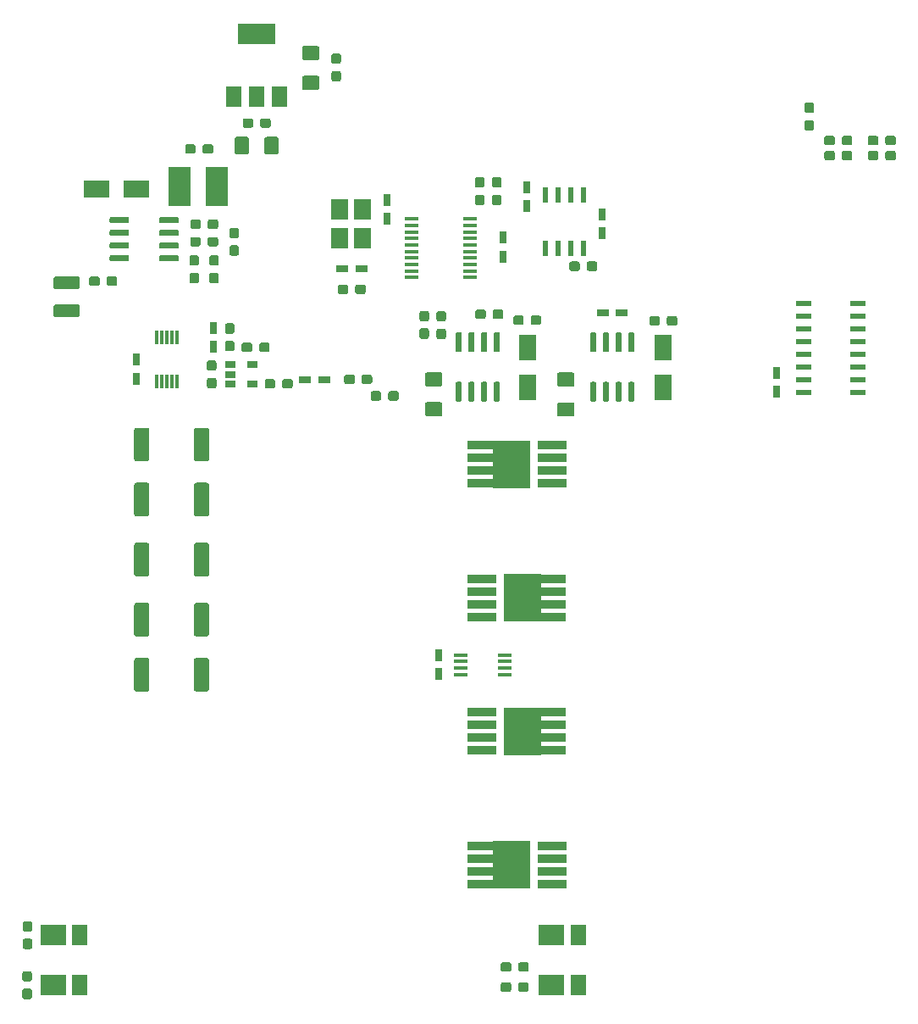
<source format=gbr>
G04 #@! TF.GenerationSoftware,KiCad,Pcbnew,(5.1.5)-3*
G04 #@! TF.CreationDate,2020-05-02T20:20:03+02:00*
G04 #@! TF.ProjectId,driver,64726976-6572-42e6-9b69-6361645f7063,rev?*
G04 #@! TF.SameCoordinates,Original*
G04 #@! TF.FileFunction,Paste,Top*
G04 #@! TF.FilePolarity,Positive*
%FSLAX46Y46*%
G04 Gerber Fmt 4.6, Leading zero omitted, Abs format (unit mm)*
G04 Created by KiCad (PCBNEW (5.1.5)-3) date 2020-05-02 20:20:03*
%MOMM*%
%LPD*%
G04 APERTURE LIST*
%ADD10C,0.100000*%
%ADD11R,0.750000X1.200000*%
%ADD12R,1.500000X2.000000*%
%ADD13R,3.800000X2.000000*%
%ADD14R,2.200000X3.900000*%
%ADD15R,1.800000X2.500000*%
%ADD16R,2.500000X1.800000*%
%ADD17R,1.060000X0.650000*%
%ADD18R,0.600000X1.550000*%
%ADD19R,0.300000X1.400000*%
%ADD20R,1.450000X0.450000*%
%ADD21R,3.750000X4.700000*%
%ADD22R,2.950000X0.850000*%
%ADD23R,3.000000X0.850000*%
%ADD24R,1.200000X0.750000*%
%ADD25R,2.500000X2.100000*%
%ADD26R,1.500000X2.100000*%
%ADD27R,1.800000X2.100000*%
%ADD28R,1.500000X0.600000*%
G04 APERTURE END LIST*
D10*
G36*
X144085779Y-85176144D02*
G01*
X144108834Y-85179563D01*
X144131443Y-85185227D01*
X144153387Y-85193079D01*
X144174457Y-85203044D01*
X144194448Y-85215026D01*
X144213168Y-85228910D01*
X144230438Y-85244562D01*
X144246090Y-85261832D01*
X144259974Y-85280552D01*
X144271956Y-85300543D01*
X144281921Y-85321613D01*
X144289773Y-85343557D01*
X144295437Y-85366166D01*
X144298856Y-85389221D01*
X144300000Y-85412500D01*
X144300000Y-85887500D01*
X144298856Y-85910779D01*
X144295437Y-85933834D01*
X144289773Y-85956443D01*
X144281921Y-85978387D01*
X144271956Y-85999457D01*
X144259974Y-86019448D01*
X144246090Y-86038168D01*
X144230438Y-86055438D01*
X144213168Y-86071090D01*
X144194448Y-86084974D01*
X144174457Y-86096956D01*
X144153387Y-86106921D01*
X144131443Y-86114773D01*
X144108834Y-86120437D01*
X144085779Y-86123856D01*
X144062500Y-86125000D01*
X143487500Y-86125000D01*
X143464221Y-86123856D01*
X143441166Y-86120437D01*
X143418557Y-86114773D01*
X143396613Y-86106921D01*
X143375543Y-86096956D01*
X143355552Y-86084974D01*
X143336832Y-86071090D01*
X143319562Y-86055438D01*
X143303910Y-86038168D01*
X143290026Y-86019448D01*
X143278044Y-85999457D01*
X143268079Y-85978387D01*
X143260227Y-85956443D01*
X143254563Y-85933834D01*
X143251144Y-85910779D01*
X143250000Y-85887500D01*
X143250000Y-85412500D01*
X143251144Y-85389221D01*
X143254563Y-85366166D01*
X143260227Y-85343557D01*
X143268079Y-85321613D01*
X143278044Y-85300543D01*
X143290026Y-85280552D01*
X143303910Y-85261832D01*
X143319562Y-85244562D01*
X143336832Y-85228910D01*
X143355552Y-85215026D01*
X143375543Y-85203044D01*
X143396613Y-85193079D01*
X143418557Y-85185227D01*
X143441166Y-85179563D01*
X143464221Y-85176144D01*
X143487500Y-85175000D01*
X144062500Y-85175000D01*
X144085779Y-85176144D01*
G37*
G36*
X145835779Y-85176144D02*
G01*
X145858834Y-85179563D01*
X145881443Y-85185227D01*
X145903387Y-85193079D01*
X145924457Y-85203044D01*
X145944448Y-85215026D01*
X145963168Y-85228910D01*
X145980438Y-85244562D01*
X145996090Y-85261832D01*
X146009974Y-85280552D01*
X146021956Y-85300543D01*
X146031921Y-85321613D01*
X146039773Y-85343557D01*
X146045437Y-85366166D01*
X146048856Y-85389221D01*
X146050000Y-85412500D01*
X146050000Y-85887500D01*
X146048856Y-85910779D01*
X146045437Y-85933834D01*
X146039773Y-85956443D01*
X146031921Y-85978387D01*
X146021956Y-85999457D01*
X146009974Y-86019448D01*
X145996090Y-86038168D01*
X145980438Y-86055438D01*
X145963168Y-86071090D01*
X145944448Y-86084974D01*
X145924457Y-86096956D01*
X145903387Y-86106921D01*
X145881443Y-86114773D01*
X145858834Y-86120437D01*
X145835779Y-86123856D01*
X145812500Y-86125000D01*
X145237500Y-86125000D01*
X145214221Y-86123856D01*
X145191166Y-86120437D01*
X145168557Y-86114773D01*
X145146613Y-86106921D01*
X145125543Y-86096956D01*
X145105552Y-86084974D01*
X145086832Y-86071090D01*
X145069562Y-86055438D01*
X145053910Y-86038168D01*
X145040026Y-86019448D01*
X145028044Y-85999457D01*
X145018079Y-85978387D01*
X145010227Y-85956443D01*
X145004563Y-85933834D01*
X145001144Y-85910779D01*
X145000000Y-85887500D01*
X145000000Y-85412500D01*
X145001144Y-85389221D01*
X145004563Y-85366166D01*
X145010227Y-85343557D01*
X145018079Y-85321613D01*
X145028044Y-85300543D01*
X145040026Y-85280552D01*
X145053910Y-85261832D01*
X145069562Y-85244562D01*
X145086832Y-85228910D01*
X145105552Y-85215026D01*
X145125543Y-85203044D01*
X145146613Y-85193079D01*
X145168557Y-85185227D01*
X145191166Y-85179563D01*
X145214221Y-85176144D01*
X145237500Y-85175000D01*
X145812500Y-85175000D01*
X145835779Y-85176144D01*
G37*
G36*
X96064703Y-75295722D02*
G01*
X96079264Y-75297882D01*
X96093543Y-75301459D01*
X96107403Y-75306418D01*
X96120710Y-75312712D01*
X96133336Y-75320280D01*
X96145159Y-75329048D01*
X96156066Y-75338934D01*
X96165952Y-75349841D01*
X96174720Y-75361664D01*
X96182288Y-75374290D01*
X96188582Y-75387597D01*
X96193541Y-75401457D01*
X96197118Y-75415736D01*
X96199278Y-75430297D01*
X96200000Y-75445000D01*
X96200000Y-75745000D01*
X96199278Y-75759703D01*
X96197118Y-75774264D01*
X96193541Y-75788543D01*
X96188582Y-75802403D01*
X96182288Y-75815710D01*
X96174720Y-75828336D01*
X96165952Y-75840159D01*
X96156066Y-75851066D01*
X96145159Y-75860952D01*
X96133336Y-75869720D01*
X96120710Y-75877288D01*
X96107403Y-75883582D01*
X96093543Y-75888541D01*
X96079264Y-75892118D01*
X96064703Y-75894278D01*
X96050000Y-75895000D01*
X94400000Y-75895000D01*
X94385297Y-75894278D01*
X94370736Y-75892118D01*
X94356457Y-75888541D01*
X94342597Y-75883582D01*
X94329290Y-75877288D01*
X94316664Y-75869720D01*
X94304841Y-75860952D01*
X94293934Y-75851066D01*
X94284048Y-75840159D01*
X94275280Y-75828336D01*
X94267712Y-75815710D01*
X94261418Y-75802403D01*
X94256459Y-75788543D01*
X94252882Y-75774264D01*
X94250722Y-75759703D01*
X94250000Y-75745000D01*
X94250000Y-75445000D01*
X94250722Y-75430297D01*
X94252882Y-75415736D01*
X94256459Y-75401457D01*
X94261418Y-75387597D01*
X94267712Y-75374290D01*
X94275280Y-75361664D01*
X94284048Y-75349841D01*
X94293934Y-75338934D01*
X94304841Y-75329048D01*
X94316664Y-75320280D01*
X94329290Y-75312712D01*
X94342597Y-75306418D01*
X94356457Y-75301459D01*
X94370736Y-75297882D01*
X94385297Y-75295722D01*
X94400000Y-75295000D01*
X96050000Y-75295000D01*
X96064703Y-75295722D01*
G37*
G36*
X96064703Y-76565722D02*
G01*
X96079264Y-76567882D01*
X96093543Y-76571459D01*
X96107403Y-76576418D01*
X96120710Y-76582712D01*
X96133336Y-76590280D01*
X96145159Y-76599048D01*
X96156066Y-76608934D01*
X96165952Y-76619841D01*
X96174720Y-76631664D01*
X96182288Y-76644290D01*
X96188582Y-76657597D01*
X96193541Y-76671457D01*
X96197118Y-76685736D01*
X96199278Y-76700297D01*
X96200000Y-76715000D01*
X96200000Y-77015000D01*
X96199278Y-77029703D01*
X96197118Y-77044264D01*
X96193541Y-77058543D01*
X96188582Y-77072403D01*
X96182288Y-77085710D01*
X96174720Y-77098336D01*
X96165952Y-77110159D01*
X96156066Y-77121066D01*
X96145159Y-77130952D01*
X96133336Y-77139720D01*
X96120710Y-77147288D01*
X96107403Y-77153582D01*
X96093543Y-77158541D01*
X96079264Y-77162118D01*
X96064703Y-77164278D01*
X96050000Y-77165000D01*
X94400000Y-77165000D01*
X94385297Y-77164278D01*
X94370736Y-77162118D01*
X94356457Y-77158541D01*
X94342597Y-77153582D01*
X94329290Y-77147288D01*
X94316664Y-77139720D01*
X94304841Y-77130952D01*
X94293934Y-77121066D01*
X94284048Y-77110159D01*
X94275280Y-77098336D01*
X94267712Y-77085710D01*
X94261418Y-77072403D01*
X94256459Y-77058543D01*
X94252882Y-77044264D01*
X94250722Y-77029703D01*
X94250000Y-77015000D01*
X94250000Y-76715000D01*
X94250722Y-76700297D01*
X94252882Y-76685736D01*
X94256459Y-76671457D01*
X94261418Y-76657597D01*
X94267712Y-76644290D01*
X94275280Y-76631664D01*
X94284048Y-76619841D01*
X94293934Y-76608934D01*
X94304841Y-76599048D01*
X94316664Y-76590280D01*
X94329290Y-76582712D01*
X94342597Y-76576418D01*
X94356457Y-76571459D01*
X94370736Y-76567882D01*
X94385297Y-76565722D01*
X94400000Y-76565000D01*
X96050000Y-76565000D01*
X96064703Y-76565722D01*
G37*
G36*
X96064703Y-77835722D02*
G01*
X96079264Y-77837882D01*
X96093543Y-77841459D01*
X96107403Y-77846418D01*
X96120710Y-77852712D01*
X96133336Y-77860280D01*
X96145159Y-77869048D01*
X96156066Y-77878934D01*
X96165952Y-77889841D01*
X96174720Y-77901664D01*
X96182288Y-77914290D01*
X96188582Y-77927597D01*
X96193541Y-77941457D01*
X96197118Y-77955736D01*
X96199278Y-77970297D01*
X96200000Y-77985000D01*
X96200000Y-78285000D01*
X96199278Y-78299703D01*
X96197118Y-78314264D01*
X96193541Y-78328543D01*
X96188582Y-78342403D01*
X96182288Y-78355710D01*
X96174720Y-78368336D01*
X96165952Y-78380159D01*
X96156066Y-78391066D01*
X96145159Y-78400952D01*
X96133336Y-78409720D01*
X96120710Y-78417288D01*
X96107403Y-78423582D01*
X96093543Y-78428541D01*
X96079264Y-78432118D01*
X96064703Y-78434278D01*
X96050000Y-78435000D01*
X94400000Y-78435000D01*
X94385297Y-78434278D01*
X94370736Y-78432118D01*
X94356457Y-78428541D01*
X94342597Y-78423582D01*
X94329290Y-78417288D01*
X94316664Y-78409720D01*
X94304841Y-78400952D01*
X94293934Y-78391066D01*
X94284048Y-78380159D01*
X94275280Y-78368336D01*
X94267712Y-78355710D01*
X94261418Y-78342403D01*
X94256459Y-78328543D01*
X94252882Y-78314264D01*
X94250722Y-78299703D01*
X94250000Y-78285000D01*
X94250000Y-77985000D01*
X94250722Y-77970297D01*
X94252882Y-77955736D01*
X94256459Y-77941457D01*
X94261418Y-77927597D01*
X94267712Y-77914290D01*
X94275280Y-77901664D01*
X94284048Y-77889841D01*
X94293934Y-77878934D01*
X94304841Y-77869048D01*
X94316664Y-77860280D01*
X94329290Y-77852712D01*
X94342597Y-77846418D01*
X94356457Y-77841459D01*
X94370736Y-77837882D01*
X94385297Y-77835722D01*
X94400000Y-77835000D01*
X96050000Y-77835000D01*
X96064703Y-77835722D01*
G37*
G36*
X96064703Y-79105722D02*
G01*
X96079264Y-79107882D01*
X96093543Y-79111459D01*
X96107403Y-79116418D01*
X96120710Y-79122712D01*
X96133336Y-79130280D01*
X96145159Y-79139048D01*
X96156066Y-79148934D01*
X96165952Y-79159841D01*
X96174720Y-79171664D01*
X96182288Y-79184290D01*
X96188582Y-79197597D01*
X96193541Y-79211457D01*
X96197118Y-79225736D01*
X96199278Y-79240297D01*
X96200000Y-79255000D01*
X96200000Y-79555000D01*
X96199278Y-79569703D01*
X96197118Y-79584264D01*
X96193541Y-79598543D01*
X96188582Y-79612403D01*
X96182288Y-79625710D01*
X96174720Y-79638336D01*
X96165952Y-79650159D01*
X96156066Y-79661066D01*
X96145159Y-79670952D01*
X96133336Y-79679720D01*
X96120710Y-79687288D01*
X96107403Y-79693582D01*
X96093543Y-79698541D01*
X96079264Y-79702118D01*
X96064703Y-79704278D01*
X96050000Y-79705000D01*
X94400000Y-79705000D01*
X94385297Y-79704278D01*
X94370736Y-79702118D01*
X94356457Y-79698541D01*
X94342597Y-79693582D01*
X94329290Y-79687288D01*
X94316664Y-79679720D01*
X94304841Y-79670952D01*
X94293934Y-79661066D01*
X94284048Y-79650159D01*
X94275280Y-79638336D01*
X94267712Y-79625710D01*
X94261418Y-79612403D01*
X94256459Y-79598543D01*
X94252882Y-79584264D01*
X94250722Y-79569703D01*
X94250000Y-79555000D01*
X94250000Y-79255000D01*
X94250722Y-79240297D01*
X94252882Y-79225736D01*
X94256459Y-79211457D01*
X94261418Y-79197597D01*
X94267712Y-79184290D01*
X94275280Y-79171664D01*
X94284048Y-79159841D01*
X94293934Y-79148934D01*
X94304841Y-79139048D01*
X94316664Y-79130280D01*
X94329290Y-79122712D01*
X94342597Y-79116418D01*
X94356457Y-79111459D01*
X94370736Y-79107882D01*
X94385297Y-79105722D01*
X94400000Y-79105000D01*
X96050000Y-79105000D01*
X96064703Y-79105722D01*
G37*
G36*
X91114703Y-79105722D02*
G01*
X91129264Y-79107882D01*
X91143543Y-79111459D01*
X91157403Y-79116418D01*
X91170710Y-79122712D01*
X91183336Y-79130280D01*
X91195159Y-79139048D01*
X91206066Y-79148934D01*
X91215952Y-79159841D01*
X91224720Y-79171664D01*
X91232288Y-79184290D01*
X91238582Y-79197597D01*
X91243541Y-79211457D01*
X91247118Y-79225736D01*
X91249278Y-79240297D01*
X91250000Y-79255000D01*
X91250000Y-79555000D01*
X91249278Y-79569703D01*
X91247118Y-79584264D01*
X91243541Y-79598543D01*
X91238582Y-79612403D01*
X91232288Y-79625710D01*
X91224720Y-79638336D01*
X91215952Y-79650159D01*
X91206066Y-79661066D01*
X91195159Y-79670952D01*
X91183336Y-79679720D01*
X91170710Y-79687288D01*
X91157403Y-79693582D01*
X91143543Y-79698541D01*
X91129264Y-79702118D01*
X91114703Y-79704278D01*
X91100000Y-79705000D01*
X89450000Y-79705000D01*
X89435297Y-79704278D01*
X89420736Y-79702118D01*
X89406457Y-79698541D01*
X89392597Y-79693582D01*
X89379290Y-79687288D01*
X89366664Y-79679720D01*
X89354841Y-79670952D01*
X89343934Y-79661066D01*
X89334048Y-79650159D01*
X89325280Y-79638336D01*
X89317712Y-79625710D01*
X89311418Y-79612403D01*
X89306459Y-79598543D01*
X89302882Y-79584264D01*
X89300722Y-79569703D01*
X89300000Y-79555000D01*
X89300000Y-79255000D01*
X89300722Y-79240297D01*
X89302882Y-79225736D01*
X89306459Y-79211457D01*
X89311418Y-79197597D01*
X89317712Y-79184290D01*
X89325280Y-79171664D01*
X89334048Y-79159841D01*
X89343934Y-79148934D01*
X89354841Y-79139048D01*
X89366664Y-79130280D01*
X89379290Y-79122712D01*
X89392597Y-79116418D01*
X89406457Y-79111459D01*
X89420736Y-79107882D01*
X89435297Y-79105722D01*
X89450000Y-79105000D01*
X91100000Y-79105000D01*
X91114703Y-79105722D01*
G37*
G36*
X91114703Y-77835722D02*
G01*
X91129264Y-77837882D01*
X91143543Y-77841459D01*
X91157403Y-77846418D01*
X91170710Y-77852712D01*
X91183336Y-77860280D01*
X91195159Y-77869048D01*
X91206066Y-77878934D01*
X91215952Y-77889841D01*
X91224720Y-77901664D01*
X91232288Y-77914290D01*
X91238582Y-77927597D01*
X91243541Y-77941457D01*
X91247118Y-77955736D01*
X91249278Y-77970297D01*
X91250000Y-77985000D01*
X91250000Y-78285000D01*
X91249278Y-78299703D01*
X91247118Y-78314264D01*
X91243541Y-78328543D01*
X91238582Y-78342403D01*
X91232288Y-78355710D01*
X91224720Y-78368336D01*
X91215952Y-78380159D01*
X91206066Y-78391066D01*
X91195159Y-78400952D01*
X91183336Y-78409720D01*
X91170710Y-78417288D01*
X91157403Y-78423582D01*
X91143543Y-78428541D01*
X91129264Y-78432118D01*
X91114703Y-78434278D01*
X91100000Y-78435000D01*
X89450000Y-78435000D01*
X89435297Y-78434278D01*
X89420736Y-78432118D01*
X89406457Y-78428541D01*
X89392597Y-78423582D01*
X89379290Y-78417288D01*
X89366664Y-78409720D01*
X89354841Y-78400952D01*
X89343934Y-78391066D01*
X89334048Y-78380159D01*
X89325280Y-78368336D01*
X89317712Y-78355710D01*
X89311418Y-78342403D01*
X89306459Y-78328543D01*
X89302882Y-78314264D01*
X89300722Y-78299703D01*
X89300000Y-78285000D01*
X89300000Y-77985000D01*
X89300722Y-77970297D01*
X89302882Y-77955736D01*
X89306459Y-77941457D01*
X89311418Y-77927597D01*
X89317712Y-77914290D01*
X89325280Y-77901664D01*
X89334048Y-77889841D01*
X89343934Y-77878934D01*
X89354841Y-77869048D01*
X89366664Y-77860280D01*
X89379290Y-77852712D01*
X89392597Y-77846418D01*
X89406457Y-77841459D01*
X89420736Y-77837882D01*
X89435297Y-77835722D01*
X89450000Y-77835000D01*
X91100000Y-77835000D01*
X91114703Y-77835722D01*
G37*
G36*
X91114703Y-76565722D02*
G01*
X91129264Y-76567882D01*
X91143543Y-76571459D01*
X91157403Y-76576418D01*
X91170710Y-76582712D01*
X91183336Y-76590280D01*
X91195159Y-76599048D01*
X91206066Y-76608934D01*
X91215952Y-76619841D01*
X91224720Y-76631664D01*
X91232288Y-76644290D01*
X91238582Y-76657597D01*
X91243541Y-76671457D01*
X91247118Y-76685736D01*
X91249278Y-76700297D01*
X91250000Y-76715000D01*
X91250000Y-77015000D01*
X91249278Y-77029703D01*
X91247118Y-77044264D01*
X91243541Y-77058543D01*
X91238582Y-77072403D01*
X91232288Y-77085710D01*
X91224720Y-77098336D01*
X91215952Y-77110159D01*
X91206066Y-77121066D01*
X91195159Y-77130952D01*
X91183336Y-77139720D01*
X91170710Y-77147288D01*
X91157403Y-77153582D01*
X91143543Y-77158541D01*
X91129264Y-77162118D01*
X91114703Y-77164278D01*
X91100000Y-77165000D01*
X89450000Y-77165000D01*
X89435297Y-77164278D01*
X89420736Y-77162118D01*
X89406457Y-77158541D01*
X89392597Y-77153582D01*
X89379290Y-77147288D01*
X89366664Y-77139720D01*
X89354841Y-77130952D01*
X89343934Y-77121066D01*
X89334048Y-77110159D01*
X89325280Y-77098336D01*
X89317712Y-77085710D01*
X89311418Y-77072403D01*
X89306459Y-77058543D01*
X89302882Y-77044264D01*
X89300722Y-77029703D01*
X89300000Y-77015000D01*
X89300000Y-76715000D01*
X89300722Y-76700297D01*
X89302882Y-76685736D01*
X89306459Y-76671457D01*
X89311418Y-76657597D01*
X89317712Y-76644290D01*
X89325280Y-76631664D01*
X89334048Y-76619841D01*
X89343934Y-76608934D01*
X89354841Y-76599048D01*
X89366664Y-76590280D01*
X89379290Y-76582712D01*
X89392597Y-76576418D01*
X89406457Y-76571459D01*
X89420736Y-76567882D01*
X89435297Y-76565722D01*
X89450000Y-76565000D01*
X91100000Y-76565000D01*
X91114703Y-76565722D01*
G37*
G36*
X91114703Y-75295722D02*
G01*
X91129264Y-75297882D01*
X91143543Y-75301459D01*
X91157403Y-75306418D01*
X91170710Y-75312712D01*
X91183336Y-75320280D01*
X91195159Y-75329048D01*
X91206066Y-75338934D01*
X91215952Y-75349841D01*
X91224720Y-75361664D01*
X91232288Y-75374290D01*
X91238582Y-75387597D01*
X91243541Y-75401457D01*
X91247118Y-75415736D01*
X91249278Y-75430297D01*
X91250000Y-75445000D01*
X91250000Y-75745000D01*
X91249278Y-75759703D01*
X91247118Y-75774264D01*
X91243541Y-75788543D01*
X91238582Y-75802403D01*
X91232288Y-75815710D01*
X91224720Y-75828336D01*
X91215952Y-75840159D01*
X91206066Y-75851066D01*
X91195159Y-75860952D01*
X91183336Y-75869720D01*
X91170710Y-75877288D01*
X91157403Y-75883582D01*
X91143543Y-75888541D01*
X91129264Y-75892118D01*
X91114703Y-75894278D01*
X91100000Y-75895000D01*
X89450000Y-75895000D01*
X89435297Y-75894278D01*
X89420736Y-75892118D01*
X89406457Y-75888541D01*
X89392597Y-75883582D01*
X89379290Y-75877288D01*
X89366664Y-75869720D01*
X89354841Y-75860952D01*
X89343934Y-75851066D01*
X89334048Y-75840159D01*
X89325280Y-75828336D01*
X89317712Y-75815710D01*
X89311418Y-75802403D01*
X89306459Y-75788543D01*
X89302882Y-75774264D01*
X89300722Y-75759703D01*
X89300000Y-75745000D01*
X89300000Y-75445000D01*
X89300722Y-75430297D01*
X89302882Y-75415736D01*
X89306459Y-75401457D01*
X89311418Y-75387597D01*
X89317712Y-75374290D01*
X89325280Y-75361664D01*
X89334048Y-75349841D01*
X89343934Y-75338934D01*
X89354841Y-75329048D01*
X89366664Y-75320280D01*
X89379290Y-75312712D01*
X89392597Y-75306418D01*
X89406457Y-75301459D01*
X89420736Y-75297882D01*
X89435297Y-75295722D01*
X89450000Y-75295000D01*
X91100000Y-75295000D01*
X91114703Y-75295722D01*
G37*
G36*
X102999504Y-67276204D02*
G01*
X103023773Y-67279804D01*
X103047571Y-67285765D01*
X103070671Y-67294030D01*
X103092849Y-67304520D01*
X103113893Y-67317133D01*
X103133598Y-67331747D01*
X103151777Y-67348223D01*
X103168253Y-67366402D01*
X103182867Y-67386107D01*
X103195480Y-67407151D01*
X103205970Y-67429329D01*
X103214235Y-67452429D01*
X103220196Y-67476227D01*
X103223796Y-67500496D01*
X103225000Y-67525000D01*
X103225000Y-68775000D01*
X103223796Y-68799504D01*
X103220196Y-68823773D01*
X103214235Y-68847571D01*
X103205970Y-68870671D01*
X103195480Y-68892849D01*
X103182867Y-68913893D01*
X103168253Y-68933598D01*
X103151777Y-68951777D01*
X103133598Y-68968253D01*
X103113893Y-68982867D01*
X103092849Y-68995480D01*
X103070671Y-69005970D01*
X103047571Y-69014235D01*
X103023773Y-69020196D01*
X102999504Y-69023796D01*
X102975000Y-69025000D01*
X102050000Y-69025000D01*
X102025496Y-69023796D01*
X102001227Y-69020196D01*
X101977429Y-69014235D01*
X101954329Y-69005970D01*
X101932151Y-68995480D01*
X101911107Y-68982867D01*
X101891402Y-68968253D01*
X101873223Y-68951777D01*
X101856747Y-68933598D01*
X101842133Y-68913893D01*
X101829520Y-68892849D01*
X101819030Y-68870671D01*
X101810765Y-68847571D01*
X101804804Y-68823773D01*
X101801204Y-68799504D01*
X101800000Y-68775000D01*
X101800000Y-67525000D01*
X101801204Y-67500496D01*
X101804804Y-67476227D01*
X101810765Y-67452429D01*
X101819030Y-67429329D01*
X101829520Y-67407151D01*
X101842133Y-67386107D01*
X101856747Y-67366402D01*
X101873223Y-67348223D01*
X101891402Y-67331747D01*
X101911107Y-67317133D01*
X101932151Y-67304520D01*
X101954329Y-67294030D01*
X101977429Y-67285765D01*
X102001227Y-67279804D01*
X102025496Y-67276204D01*
X102050000Y-67275000D01*
X102975000Y-67275000D01*
X102999504Y-67276204D01*
G37*
G36*
X105974504Y-67276204D02*
G01*
X105998773Y-67279804D01*
X106022571Y-67285765D01*
X106045671Y-67294030D01*
X106067849Y-67304520D01*
X106088893Y-67317133D01*
X106108598Y-67331747D01*
X106126777Y-67348223D01*
X106143253Y-67366402D01*
X106157867Y-67386107D01*
X106170480Y-67407151D01*
X106180970Y-67429329D01*
X106189235Y-67452429D01*
X106195196Y-67476227D01*
X106198796Y-67500496D01*
X106200000Y-67525000D01*
X106200000Y-68775000D01*
X106198796Y-68799504D01*
X106195196Y-68823773D01*
X106189235Y-68847571D01*
X106180970Y-68870671D01*
X106170480Y-68892849D01*
X106157867Y-68913893D01*
X106143253Y-68933598D01*
X106126777Y-68951777D01*
X106108598Y-68968253D01*
X106088893Y-68982867D01*
X106067849Y-68995480D01*
X106045671Y-69005970D01*
X106022571Y-69014235D01*
X105998773Y-69020196D01*
X105974504Y-69023796D01*
X105950000Y-69025000D01*
X105025000Y-69025000D01*
X105000496Y-69023796D01*
X104976227Y-69020196D01*
X104952429Y-69014235D01*
X104929329Y-69005970D01*
X104907151Y-68995480D01*
X104886107Y-68982867D01*
X104866402Y-68968253D01*
X104848223Y-68951777D01*
X104831747Y-68933598D01*
X104817133Y-68913893D01*
X104804520Y-68892849D01*
X104794030Y-68870671D01*
X104785765Y-68847571D01*
X104779804Y-68823773D01*
X104776204Y-68799504D01*
X104775000Y-68775000D01*
X104775000Y-67525000D01*
X104776204Y-67500496D01*
X104779804Y-67476227D01*
X104785765Y-67452429D01*
X104794030Y-67429329D01*
X104804520Y-67407151D01*
X104817133Y-67386107D01*
X104831747Y-67366402D01*
X104848223Y-67348223D01*
X104866402Y-67331747D01*
X104886107Y-67317133D01*
X104907151Y-67304520D01*
X104929329Y-67294030D01*
X104952429Y-67285765D01*
X104976227Y-67279804D01*
X105000496Y-67276204D01*
X105025000Y-67275000D01*
X105950000Y-67275000D01*
X105974504Y-67276204D01*
G37*
D11*
X92000000Y-89550000D03*
X92000000Y-91450000D03*
D10*
G36*
X112210779Y-58951144D02*
G01*
X112233834Y-58954563D01*
X112256443Y-58960227D01*
X112278387Y-58968079D01*
X112299457Y-58978044D01*
X112319448Y-58990026D01*
X112338168Y-59003910D01*
X112355438Y-59019562D01*
X112371090Y-59036832D01*
X112384974Y-59055552D01*
X112396956Y-59075543D01*
X112406921Y-59096613D01*
X112414773Y-59118557D01*
X112420437Y-59141166D01*
X112423856Y-59164221D01*
X112425000Y-59187500D01*
X112425000Y-59762500D01*
X112423856Y-59785779D01*
X112420437Y-59808834D01*
X112414773Y-59831443D01*
X112406921Y-59853387D01*
X112396956Y-59874457D01*
X112384974Y-59894448D01*
X112371090Y-59913168D01*
X112355438Y-59930438D01*
X112338168Y-59946090D01*
X112319448Y-59959974D01*
X112299457Y-59971956D01*
X112278387Y-59981921D01*
X112256443Y-59989773D01*
X112233834Y-59995437D01*
X112210779Y-59998856D01*
X112187500Y-60000000D01*
X111712500Y-60000000D01*
X111689221Y-59998856D01*
X111666166Y-59995437D01*
X111643557Y-59989773D01*
X111621613Y-59981921D01*
X111600543Y-59971956D01*
X111580552Y-59959974D01*
X111561832Y-59946090D01*
X111544562Y-59930438D01*
X111528910Y-59913168D01*
X111515026Y-59894448D01*
X111503044Y-59874457D01*
X111493079Y-59853387D01*
X111485227Y-59831443D01*
X111479563Y-59808834D01*
X111476144Y-59785779D01*
X111475000Y-59762500D01*
X111475000Y-59187500D01*
X111476144Y-59164221D01*
X111479563Y-59141166D01*
X111485227Y-59118557D01*
X111493079Y-59096613D01*
X111503044Y-59075543D01*
X111515026Y-59055552D01*
X111528910Y-59036832D01*
X111544562Y-59019562D01*
X111561832Y-59003910D01*
X111580552Y-58990026D01*
X111600543Y-58978044D01*
X111621613Y-58968079D01*
X111643557Y-58960227D01*
X111666166Y-58954563D01*
X111689221Y-58951144D01*
X111712500Y-58950000D01*
X112187500Y-58950000D01*
X112210779Y-58951144D01*
G37*
G36*
X112210779Y-60701144D02*
G01*
X112233834Y-60704563D01*
X112256443Y-60710227D01*
X112278387Y-60718079D01*
X112299457Y-60728044D01*
X112319448Y-60740026D01*
X112338168Y-60753910D01*
X112355438Y-60769562D01*
X112371090Y-60786832D01*
X112384974Y-60805552D01*
X112396956Y-60825543D01*
X112406921Y-60846613D01*
X112414773Y-60868557D01*
X112420437Y-60891166D01*
X112423856Y-60914221D01*
X112425000Y-60937500D01*
X112425000Y-61512500D01*
X112423856Y-61535779D01*
X112420437Y-61558834D01*
X112414773Y-61581443D01*
X112406921Y-61603387D01*
X112396956Y-61624457D01*
X112384974Y-61644448D01*
X112371090Y-61663168D01*
X112355438Y-61680438D01*
X112338168Y-61696090D01*
X112319448Y-61709974D01*
X112299457Y-61721956D01*
X112278387Y-61731921D01*
X112256443Y-61739773D01*
X112233834Y-61745437D01*
X112210779Y-61748856D01*
X112187500Y-61750000D01*
X111712500Y-61750000D01*
X111689221Y-61748856D01*
X111666166Y-61745437D01*
X111643557Y-61739773D01*
X111621613Y-61731921D01*
X111600543Y-61721956D01*
X111580552Y-61709974D01*
X111561832Y-61696090D01*
X111544562Y-61680438D01*
X111528910Y-61663168D01*
X111515026Y-61644448D01*
X111503044Y-61624457D01*
X111493079Y-61603387D01*
X111485227Y-61581443D01*
X111479563Y-61558834D01*
X111476144Y-61535779D01*
X111475000Y-61512500D01*
X111475000Y-60937500D01*
X111476144Y-60914221D01*
X111479563Y-60891166D01*
X111485227Y-60868557D01*
X111493079Y-60846613D01*
X111503044Y-60825543D01*
X111515026Y-60805552D01*
X111528910Y-60786832D01*
X111544562Y-60769562D01*
X111561832Y-60753910D01*
X111580552Y-60740026D01*
X111600543Y-60728044D01*
X111621613Y-60718079D01*
X111643557Y-60710227D01*
X111666166Y-60704563D01*
X111689221Y-60701144D01*
X111712500Y-60700000D01*
X112187500Y-60700000D01*
X112210779Y-60701144D01*
G37*
G36*
X103435779Y-65426144D02*
G01*
X103458834Y-65429563D01*
X103481443Y-65435227D01*
X103503387Y-65443079D01*
X103524457Y-65453044D01*
X103544448Y-65465026D01*
X103563168Y-65478910D01*
X103580438Y-65494562D01*
X103596090Y-65511832D01*
X103609974Y-65530552D01*
X103621956Y-65550543D01*
X103631921Y-65571613D01*
X103639773Y-65593557D01*
X103645437Y-65616166D01*
X103648856Y-65639221D01*
X103650000Y-65662500D01*
X103650000Y-66137500D01*
X103648856Y-66160779D01*
X103645437Y-66183834D01*
X103639773Y-66206443D01*
X103631921Y-66228387D01*
X103621956Y-66249457D01*
X103609974Y-66269448D01*
X103596090Y-66288168D01*
X103580438Y-66305438D01*
X103563168Y-66321090D01*
X103544448Y-66334974D01*
X103524457Y-66346956D01*
X103503387Y-66356921D01*
X103481443Y-66364773D01*
X103458834Y-66370437D01*
X103435779Y-66373856D01*
X103412500Y-66375000D01*
X102837500Y-66375000D01*
X102814221Y-66373856D01*
X102791166Y-66370437D01*
X102768557Y-66364773D01*
X102746613Y-66356921D01*
X102725543Y-66346956D01*
X102705552Y-66334974D01*
X102686832Y-66321090D01*
X102669562Y-66305438D01*
X102653910Y-66288168D01*
X102640026Y-66269448D01*
X102628044Y-66249457D01*
X102618079Y-66228387D01*
X102610227Y-66206443D01*
X102604563Y-66183834D01*
X102601144Y-66160779D01*
X102600000Y-66137500D01*
X102600000Y-65662500D01*
X102601144Y-65639221D01*
X102604563Y-65616166D01*
X102610227Y-65593557D01*
X102618079Y-65571613D01*
X102628044Y-65550543D01*
X102640026Y-65530552D01*
X102653910Y-65511832D01*
X102669562Y-65494562D01*
X102686832Y-65478910D01*
X102705552Y-65465026D01*
X102725543Y-65453044D01*
X102746613Y-65443079D01*
X102768557Y-65435227D01*
X102791166Y-65429563D01*
X102814221Y-65426144D01*
X102837500Y-65425000D01*
X103412500Y-65425000D01*
X103435779Y-65426144D01*
G37*
G36*
X105185779Y-65426144D02*
G01*
X105208834Y-65429563D01*
X105231443Y-65435227D01*
X105253387Y-65443079D01*
X105274457Y-65453044D01*
X105294448Y-65465026D01*
X105313168Y-65478910D01*
X105330438Y-65494562D01*
X105346090Y-65511832D01*
X105359974Y-65530552D01*
X105371956Y-65550543D01*
X105381921Y-65571613D01*
X105389773Y-65593557D01*
X105395437Y-65616166D01*
X105398856Y-65639221D01*
X105400000Y-65662500D01*
X105400000Y-66137500D01*
X105398856Y-66160779D01*
X105395437Y-66183834D01*
X105389773Y-66206443D01*
X105381921Y-66228387D01*
X105371956Y-66249457D01*
X105359974Y-66269448D01*
X105346090Y-66288168D01*
X105330438Y-66305438D01*
X105313168Y-66321090D01*
X105294448Y-66334974D01*
X105274457Y-66346956D01*
X105253387Y-66356921D01*
X105231443Y-66364773D01*
X105208834Y-66370437D01*
X105185779Y-66373856D01*
X105162500Y-66375000D01*
X104587500Y-66375000D01*
X104564221Y-66373856D01*
X104541166Y-66370437D01*
X104518557Y-66364773D01*
X104496613Y-66356921D01*
X104475543Y-66346956D01*
X104455552Y-66334974D01*
X104436832Y-66321090D01*
X104419562Y-66305438D01*
X104403910Y-66288168D01*
X104390026Y-66269448D01*
X104378044Y-66249457D01*
X104368079Y-66228387D01*
X104360227Y-66206443D01*
X104354563Y-66183834D01*
X104351144Y-66160779D01*
X104350000Y-66137500D01*
X104350000Y-65662500D01*
X104351144Y-65639221D01*
X104354563Y-65616166D01*
X104360227Y-65593557D01*
X104368079Y-65571613D01*
X104378044Y-65550543D01*
X104390026Y-65530552D01*
X104403910Y-65511832D01*
X104419562Y-65494562D01*
X104436832Y-65478910D01*
X104455552Y-65465026D01*
X104475543Y-65453044D01*
X104496613Y-65443079D01*
X104518557Y-65435227D01*
X104541166Y-65429563D01*
X104564221Y-65426144D01*
X104587500Y-65425000D01*
X105162500Y-65425000D01*
X105185779Y-65426144D01*
G37*
G36*
X126685779Y-84526144D02*
G01*
X126708834Y-84529563D01*
X126731443Y-84535227D01*
X126753387Y-84543079D01*
X126774457Y-84553044D01*
X126794448Y-84565026D01*
X126813168Y-84578910D01*
X126830438Y-84594562D01*
X126846090Y-84611832D01*
X126859974Y-84630552D01*
X126871956Y-84650543D01*
X126881921Y-84671613D01*
X126889773Y-84693557D01*
X126895437Y-84716166D01*
X126898856Y-84739221D01*
X126900000Y-84762500D01*
X126900000Y-85237500D01*
X126898856Y-85260779D01*
X126895437Y-85283834D01*
X126889773Y-85306443D01*
X126881921Y-85328387D01*
X126871956Y-85349457D01*
X126859974Y-85369448D01*
X126846090Y-85388168D01*
X126830438Y-85405438D01*
X126813168Y-85421090D01*
X126794448Y-85434974D01*
X126774457Y-85446956D01*
X126753387Y-85456921D01*
X126731443Y-85464773D01*
X126708834Y-85470437D01*
X126685779Y-85473856D01*
X126662500Y-85475000D01*
X126087500Y-85475000D01*
X126064221Y-85473856D01*
X126041166Y-85470437D01*
X126018557Y-85464773D01*
X125996613Y-85456921D01*
X125975543Y-85446956D01*
X125955552Y-85434974D01*
X125936832Y-85421090D01*
X125919562Y-85405438D01*
X125903910Y-85388168D01*
X125890026Y-85369448D01*
X125878044Y-85349457D01*
X125868079Y-85328387D01*
X125860227Y-85306443D01*
X125854563Y-85283834D01*
X125851144Y-85260779D01*
X125850000Y-85237500D01*
X125850000Y-84762500D01*
X125851144Y-84739221D01*
X125854563Y-84716166D01*
X125860227Y-84693557D01*
X125868079Y-84671613D01*
X125878044Y-84650543D01*
X125890026Y-84630552D01*
X125903910Y-84611832D01*
X125919562Y-84594562D01*
X125936832Y-84578910D01*
X125955552Y-84565026D01*
X125975543Y-84553044D01*
X125996613Y-84543079D01*
X126018557Y-84535227D01*
X126041166Y-84529563D01*
X126064221Y-84526144D01*
X126087500Y-84525000D01*
X126662500Y-84525000D01*
X126685779Y-84526144D01*
G37*
G36*
X128435779Y-84526144D02*
G01*
X128458834Y-84529563D01*
X128481443Y-84535227D01*
X128503387Y-84543079D01*
X128524457Y-84553044D01*
X128544448Y-84565026D01*
X128563168Y-84578910D01*
X128580438Y-84594562D01*
X128596090Y-84611832D01*
X128609974Y-84630552D01*
X128621956Y-84650543D01*
X128631921Y-84671613D01*
X128639773Y-84693557D01*
X128645437Y-84716166D01*
X128648856Y-84739221D01*
X128650000Y-84762500D01*
X128650000Y-85237500D01*
X128648856Y-85260779D01*
X128645437Y-85283834D01*
X128639773Y-85306443D01*
X128631921Y-85328387D01*
X128621956Y-85349457D01*
X128609974Y-85369448D01*
X128596090Y-85388168D01*
X128580438Y-85405438D01*
X128563168Y-85421090D01*
X128544448Y-85434974D01*
X128524457Y-85446956D01*
X128503387Y-85456921D01*
X128481443Y-85464773D01*
X128458834Y-85470437D01*
X128435779Y-85473856D01*
X128412500Y-85475000D01*
X127837500Y-85475000D01*
X127814221Y-85473856D01*
X127791166Y-85470437D01*
X127768557Y-85464773D01*
X127746613Y-85456921D01*
X127725543Y-85446956D01*
X127705552Y-85434974D01*
X127686832Y-85421090D01*
X127669562Y-85405438D01*
X127653910Y-85388168D01*
X127640026Y-85369448D01*
X127628044Y-85349457D01*
X127618079Y-85328387D01*
X127610227Y-85306443D01*
X127604563Y-85283834D01*
X127601144Y-85260779D01*
X127600000Y-85237500D01*
X127600000Y-84762500D01*
X127601144Y-84739221D01*
X127604563Y-84716166D01*
X127610227Y-84693557D01*
X127618079Y-84671613D01*
X127628044Y-84650543D01*
X127640026Y-84630552D01*
X127653910Y-84611832D01*
X127669562Y-84594562D01*
X127686832Y-84578910D01*
X127705552Y-84565026D01*
X127725543Y-84553044D01*
X127746613Y-84543079D01*
X127768557Y-84535227D01*
X127791166Y-84529563D01*
X127814221Y-84526144D01*
X127837500Y-84525000D01*
X128412500Y-84525000D01*
X128435779Y-84526144D01*
G37*
G36*
X122349504Y-93776204D02*
G01*
X122373773Y-93779804D01*
X122397571Y-93785765D01*
X122420671Y-93794030D01*
X122442849Y-93804520D01*
X122463893Y-93817133D01*
X122483598Y-93831747D01*
X122501777Y-93848223D01*
X122518253Y-93866402D01*
X122532867Y-93886107D01*
X122545480Y-93907151D01*
X122555970Y-93929329D01*
X122564235Y-93952429D01*
X122570196Y-93976227D01*
X122573796Y-94000496D01*
X122575000Y-94025000D01*
X122575000Y-94950000D01*
X122573796Y-94974504D01*
X122570196Y-94998773D01*
X122564235Y-95022571D01*
X122555970Y-95045671D01*
X122545480Y-95067849D01*
X122532867Y-95088893D01*
X122518253Y-95108598D01*
X122501777Y-95126777D01*
X122483598Y-95143253D01*
X122463893Y-95157867D01*
X122442849Y-95170480D01*
X122420671Y-95180970D01*
X122397571Y-95189235D01*
X122373773Y-95195196D01*
X122349504Y-95198796D01*
X122325000Y-95200000D01*
X121075000Y-95200000D01*
X121050496Y-95198796D01*
X121026227Y-95195196D01*
X121002429Y-95189235D01*
X120979329Y-95180970D01*
X120957151Y-95170480D01*
X120936107Y-95157867D01*
X120916402Y-95143253D01*
X120898223Y-95126777D01*
X120881747Y-95108598D01*
X120867133Y-95088893D01*
X120854520Y-95067849D01*
X120844030Y-95045671D01*
X120835765Y-95022571D01*
X120829804Y-94998773D01*
X120826204Y-94974504D01*
X120825000Y-94950000D01*
X120825000Y-94025000D01*
X120826204Y-94000496D01*
X120829804Y-93976227D01*
X120835765Y-93952429D01*
X120844030Y-93929329D01*
X120854520Y-93907151D01*
X120867133Y-93886107D01*
X120881747Y-93866402D01*
X120898223Y-93848223D01*
X120916402Y-93831747D01*
X120936107Y-93817133D01*
X120957151Y-93804520D01*
X120979329Y-93794030D01*
X121002429Y-93785765D01*
X121026227Y-93779804D01*
X121050496Y-93776204D01*
X121075000Y-93775000D01*
X122325000Y-93775000D01*
X122349504Y-93776204D01*
G37*
G36*
X122349504Y-90801204D02*
G01*
X122373773Y-90804804D01*
X122397571Y-90810765D01*
X122420671Y-90819030D01*
X122442849Y-90829520D01*
X122463893Y-90842133D01*
X122483598Y-90856747D01*
X122501777Y-90873223D01*
X122518253Y-90891402D01*
X122532867Y-90911107D01*
X122545480Y-90932151D01*
X122555970Y-90954329D01*
X122564235Y-90977429D01*
X122570196Y-91001227D01*
X122573796Y-91025496D01*
X122575000Y-91050000D01*
X122575000Y-91975000D01*
X122573796Y-91999504D01*
X122570196Y-92023773D01*
X122564235Y-92047571D01*
X122555970Y-92070671D01*
X122545480Y-92092849D01*
X122532867Y-92113893D01*
X122518253Y-92133598D01*
X122501777Y-92151777D01*
X122483598Y-92168253D01*
X122463893Y-92182867D01*
X122442849Y-92195480D01*
X122420671Y-92205970D01*
X122397571Y-92214235D01*
X122373773Y-92220196D01*
X122349504Y-92223796D01*
X122325000Y-92225000D01*
X121075000Y-92225000D01*
X121050496Y-92223796D01*
X121026227Y-92220196D01*
X121002429Y-92214235D01*
X120979329Y-92205970D01*
X120957151Y-92195480D01*
X120936107Y-92182867D01*
X120916402Y-92168253D01*
X120898223Y-92151777D01*
X120881747Y-92133598D01*
X120867133Y-92113893D01*
X120854520Y-92092849D01*
X120844030Y-92070671D01*
X120835765Y-92047571D01*
X120829804Y-92023773D01*
X120826204Y-91999504D01*
X120825000Y-91975000D01*
X120825000Y-91050000D01*
X120826204Y-91025496D01*
X120829804Y-91001227D01*
X120835765Y-90977429D01*
X120844030Y-90954329D01*
X120854520Y-90932151D01*
X120867133Y-90911107D01*
X120881747Y-90891402D01*
X120898223Y-90873223D01*
X120916402Y-90856747D01*
X120936107Y-90842133D01*
X120957151Y-90829520D01*
X120979329Y-90819030D01*
X121002429Y-90810765D01*
X121026227Y-90804804D01*
X121050496Y-90801204D01*
X121075000Y-90800000D01*
X122325000Y-90800000D01*
X122349504Y-90801204D01*
G37*
D12*
X101700000Y-63300000D03*
X106300000Y-63300000D03*
X104000000Y-63300000D03*
D13*
X104000000Y-57000000D03*
D10*
G36*
X141619703Y-91750722D02*
G01*
X141634264Y-91752882D01*
X141648543Y-91756459D01*
X141662403Y-91761418D01*
X141675710Y-91767712D01*
X141688336Y-91775280D01*
X141700159Y-91784048D01*
X141711066Y-91793934D01*
X141720952Y-91804841D01*
X141729720Y-91816664D01*
X141737288Y-91829290D01*
X141743582Y-91842597D01*
X141748541Y-91856457D01*
X141752118Y-91870736D01*
X141754278Y-91885297D01*
X141755000Y-91900000D01*
X141755000Y-93550000D01*
X141754278Y-93564703D01*
X141752118Y-93579264D01*
X141748541Y-93593543D01*
X141743582Y-93607403D01*
X141737288Y-93620710D01*
X141729720Y-93633336D01*
X141720952Y-93645159D01*
X141711066Y-93656066D01*
X141700159Y-93665952D01*
X141688336Y-93674720D01*
X141675710Y-93682288D01*
X141662403Y-93688582D01*
X141648543Y-93693541D01*
X141634264Y-93697118D01*
X141619703Y-93699278D01*
X141605000Y-93700000D01*
X141305000Y-93700000D01*
X141290297Y-93699278D01*
X141275736Y-93697118D01*
X141261457Y-93693541D01*
X141247597Y-93688582D01*
X141234290Y-93682288D01*
X141221664Y-93674720D01*
X141209841Y-93665952D01*
X141198934Y-93656066D01*
X141189048Y-93645159D01*
X141180280Y-93633336D01*
X141172712Y-93620710D01*
X141166418Y-93607403D01*
X141161459Y-93593543D01*
X141157882Y-93579264D01*
X141155722Y-93564703D01*
X141155000Y-93550000D01*
X141155000Y-91900000D01*
X141155722Y-91885297D01*
X141157882Y-91870736D01*
X141161459Y-91856457D01*
X141166418Y-91842597D01*
X141172712Y-91829290D01*
X141180280Y-91816664D01*
X141189048Y-91804841D01*
X141198934Y-91793934D01*
X141209841Y-91784048D01*
X141221664Y-91775280D01*
X141234290Y-91767712D01*
X141247597Y-91761418D01*
X141261457Y-91756459D01*
X141275736Y-91752882D01*
X141290297Y-91750722D01*
X141305000Y-91750000D01*
X141605000Y-91750000D01*
X141619703Y-91750722D01*
G37*
G36*
X140349703Y-91750722D02*
G01*
X140364264Y-91752882D01*
X140378543Y-91756459D01*
X140392403Y-91761418D01*
X140405710Y-91767712D01*
X140418336Y-91775280D01*
X140430159Y-91784048D01*
X140441066Y-91793934D01*
X140450952Y-91804841D01*
X140459720Y-91816664D01*
X140467288Y-91829290D01*
X140473582Y-91842597D01*
X140478541Y-91856457D01*
X140482118Y-91870736D01*
X140484278Y-91885297D01*
X140485000Y-91900000D01*
X140485000Y-93550000D01*
X140484278Y-93564703D01*
X140482118Y-93579264D01*
X140478541Y-93593543D01*
X140473582Y-93607403D01*
X140467288Y-93620710D01*
X140459720Y-93633336D01*
X140450952Y-93645159D01*
X140441066Y-93656066D01*
X140430159Y-93665952D01*
X140418336Y-93674720D01*
X140405710Y-93682288D01*
X140392403Y-93688582D01*
X140378543Y-93693541D01*
X140364264Y-93697118D01*
X140349703Y-93699278D01*
X140335000Y-93700000D01*
X140035000Y-93700000D01*
X140020297Y-93699278D01*
X140005736Y-93697118D01*
X139991457Y-93693541D01*
X139977597Y-93688582D01*
X139964290Y-93682288D01*
X139951664Y-93674720D01*
X139939841Y-93665952D01*
X139928934Y-93656066D01*
X139919048Y-93645159D01*
X139910280Y-93633336D01*
X139902712Y-93620710D01*
X139896418Y-93607403D01*
X139891459Y-93593543D01*
X139887882Y-93579264D01*
X139885722Y-93564703D01*
X139885000Y-93550000D01*
X139885000Y-91900000D01*
X139885722Y-91885297D01*
X139887882Y-91870736D01*
X139891459Y-91856457D01*
X139896418Y-91842597D01*
X139902712Y-91829290D01*
X139910280Y-91816664D01*
X139919048Y-91804841D01*
X139928934Y-91793934D01*
X139939841Y-91784048D01*
X139951664Y-91775280D01*
X139964290Y-91767712D01*
X139977597Y-91761418D01*
X139991457Y-91756459D01*
X140005736Y-91752882D01*
X140020297Y-91750722D01*
X140035000Y-91750000D01*
X140335000Y-91750000D01*
X140349703Y-91750722D01*
G37*
G36*
X139079703Y-91750722D02*
G01*
X139094264Y-91752882D01*
X139108543Y-91756459D01*
X139122403Y-91761418D01*
X139135710Y-91767712D01*
X139148336Y-91775280D01*
X139160159Y-91784048D01*
X139171066Y-91793934D01*
X139180952Y-91804841D01*
X139189720Y-91816664D01*
X139197288Y-91829290D01*
X139203582Y-91842597D01*
X139208541Y-91856457D01*
X139212118Y-91870736D01*
X139214278Y-91885297D01*
X139215000Y-91900000D01*
X139215000Y-93550000D01*
X139214278Y-93564703D01*
X139212118Y-93579264D01*
X139208541Y-93593543D01*
X139203582Y-93607403D01*
X139197288Y-93620710D01*
X139189720Y-93633336D01*
X139180952Y-93645159D01*
X139171066Y-93656066D01*
X139160159Y-93665952D01*
X139148336Y-93674720D01*
X139135710Y-93682288D01*
X139122403Y-93688582D01*
X139108543Y-93693541D01*
X139094264Y-93697118D01*
X139079703Y-93699278D01*
X139065000Y-93700000D01*
X138765000Y-93700000D01*
X138750297Y-93699278D01*
X138735736Y-93697118D01*
X138721457Y-93693541D01*
X138707597Y-93688582D01*
X138694290Y-93682288D01*
X138681664Y-93674720D01*
X138669841Y-93665952D01*
X138658934Y-93656066D01*
X138649048Y-93645159D01*
X138640280Y-93633336D01*
X138632712Y-93620710D01*
X138626418Y-93607403D01*
X138621459Y-93593543D01*
X138617882Y-93579264D01*
X138615722Y-93564703D01*
X138615000Y-93550000D01*
X138615000Y-91900000D01*
X138615722Y-91885297D01*
X138617882Y-91870736D01*
X138621459Y-91856457D01*
X138626418Y-91842597D01*
X138632712Y-91829290D01*
X138640280Y-91816664D01*
X138649048Y-91804841D01*
X138658934Y-91793934D01*
X138669841Y-91784048D01*
X138681664Y-91775280D01*
X138694290Y-91767712D01*
X138707597Y-91761418D01*
X138721457Y-91756459D01*
X138735736Y-91752882D01*
X138750297Y-91750722D01*
X138765000Y-91750000D01*
X139065000Y-91750000D01*
X139079703Y-91750722D01*
G37*
G36*
X137809703Y-91750722D02*
G01*
X137824264Y-91752882D01*
X137838543Y-91756459D01*
X137852403Y-91761418D01*
X137865710Y-91767712D01*
X137878336Y-91775280D01*
X137890159Y-91784048D01*
X137901066Y-91793934D01*
X137910952Y-91804841D01*
X137919720Y-91816664D01*
X137927288Y-91829290D01*
X137933582Y-91842597D01*
X137938541Y-91856457D01*
X137942118Y-91870736D01*
X137944278Y-91885297D01*
X137945000Y-91900000D01*
X137945000Y-93550000D01*
X137944278Y-93564703D01*
X137942118Y-93579264D01*
X137938541Y-93593543D01*
X137933582Y-93607403D01*
X137927288Y-93620710D01*
X137919720Y-93633336D01*
X137910952Y-93645159D01*
X137901066Y-93656066D01*
X137890159Y-93665952D01*
X137878336Y-93674720D01*
X137865710Y-93682288D01*
X137852403Y-93688582D01*
X137838543Y-93693541D01*
X137824264Y-93697118D01*
X137809703Y-93699278D01*
X137795000Y-93700000D01*
X137495000Y-93700000D01*
X137480297Y-93699278D01*
X137465736Y-93697118D01*
X137451457Y-93693541D01*
X137437597Y-93688582D01*
X137424290Y-93682288D01*
X137411664Y-93674720D01*
X137399841Y-93665952D01*
X137388934Y-93656066D01*
X137379048Y-93645159D01*
X137370280Y-93633336D01*
X137362712Y-93620710D01*
X137356418Y-93607403D01*
X137351459Y-93593543D01*
X137347882Y-93579264D01*
X137345722Y-93564703D01*
X137345000Y-93550000D01*
X137345000Y-91900000D01*
X137345722Y-91885297D01*
X137347882Y-91870736D01*
X137351459Y-91856457D01*
X137356418Y-91842597D01*
X137362712Y-91829290D01*
X137370280Y-91816664D01*
X137379048Y-91804841D01*
X137388934Y-91793934D01*
X137399841Y-91784048D01*
X137411664Y-91775280D01*
X137424290Y-91767712D01*
X137437597Y-91761418D01*
X137451457Y-91756459D01*
X137465736Y-91752882D01*
X137480297Y-91750722D01*
X137495000Y-91750000D01*
X137795000Y-91750000D01*
X137809703Y-91750722D01*
G37*
G36*
X137809703Y-86800722D02*
G01*
X137824264Y-86802882D01*
X137838543Y-86806459D01*
X137852403Y-86811418D01*
X137865710Y-86817712D01*
X137878336Y-86825280D01*
X137890159Y-86834048D01*
X137901066Y-86843934D01*
X137910952Y-86854841D01*
X137919720Y-86866664D01*
X137927288Y-86879290D01*
X137933582Y-86892597D01*
X137938541Y-86906457D01*
X137942118Y-86920736D01*
X137944278Y-86935297D01*
X137945000Y-86950000D01*
X137945000Y-88600000D01*
X137944278Y-88614703D01*
X137942118Y-88629264D01*
X137938541Y-88643543D01*
X137933582Y-88657403D01*
X137927288Y-88670710D01*
X137919720Y-88683336D01*
X137910952Y-88695159D01*
X137901066Y-88706066D01*
X137890159Y-88715952D01*
X137878336Y-88724720D01*
X137865710Y-88732288D01*
X137852403Y-88738582D01*
X137838543Y-88743541D01*
X137824264Y-88747118D01*
X137809703Y-88749278D01*
X137795000Y-88750000D01*
X137495000Y-88750000D01*
X137480297Y-88749278D01*
X137465736Y-88747118D01*
X137451457Y-88743541D01*
X137437597Y-88738582D01*
X137424290Y-88732288D01*
X137411664Y-88724720D01*
X137399841Y-88715952D01*
X137388934Y-88706066D01*
X137379048Y-88695159D01*
X137370280Y-88683336D01*
X137362712Y-88670710D01*
X137356418Y-88657403D01*
X137351459Y-88643543D01*
X137347882Y-88629264D01*
X137345722Y-88614703D01*
X137345000Y-88600000D01*
X137345000Y-86950000D01*
X137345722Y-86935297D01*
X137347882Y-86920736D01*
X137351459Y-86906457D01*
X137356418Y-86892597D01*
X137362712Y-86879290D01*
X137370280Y-86866664D01*
X137379048Y-86854841D01*
X137388934Y-86843934D01*
X137399841Y-86834048D01*
X137411664Y-86825280D01*
X137424290Y-86817712D01*
X137437597Y-86811418D01*
X137451457Y-86806459D01*
X137465736Y-86802882D01*
X137480297Y-86800722D01*
X137495000Y-86800000D01*
X137795000Y-86800000D01*
X137809703Y-86800722D01*
G37*
G36*
X139079703Y-86800722D02*
G01*
X139094264Y-86802882D01*
X139108543Y-86806459D01*
X139122403Y-86811418D01*
X139135710Y-86817712D01*
X139148336Y-86825280D01*
X139160159Y-86834048D01*
X139171066Y-86843934D01*
X139180952Y-86854841D01*
X139189720Y-86866664D01*
X139197288Y-86879290D01*
X139203582Y-86892597D01*
X139208541Y-86906457D01*
X139212118Y-86920736D01*
X139214278Y-86935297D01*
X139215000Y-86950000D01*
X139215000Y-88600000D01*
X139214278Y-88614703D01*
X139212118Y-88629264D01*
X139208541Y-88643543D01*
X139203582Y-88657403D01*
X139197288Y-88670710D01*
X139189720Y-88683336D01*
X139180952Y-88695159D01*
X139171066Y-88706066D01*
X139160159Y-88715952D01*
X139148336Y-88724720D01*
X139135710Y-88732288D01*
X139122403Y-88738582D01*
X139108543Y-88743541D01*
X139094264Y-88747118D01*
X139079703Y-88749278D01*
X139065000Y-88750000D01*
X138765000Y-88750000D01*
X138750297Y-88749278D01*
X138735736Y-88747118D01*
X138721457Y-88743541D01*
X138707597Y-88738582D01*
X138694290Y-88732288D01*
X138681664Y-88724720D01*
X138669841Y-88715952D01*
X138658934Y-88706066D01*
X138649048Y-88695159D01*
X138640280Y-88683336D01*
X138632712Y-88670710D01*
X138626418Y-88657403D01*
X138621459Y-88643543D01*
X138617882Y-88629264D01*
X138615722Y-88614703D01*
X138615000Y-88600000D01*
X138615000Y-86950000D01*
X138615722Y-86935297D01*
X138617882Y-86920736D01*
X138621459Y-86906457D01*
X138626418Y-86892597D01*
X138632712Y-86879290D01*
X138640280Y-86866664D01*
X138649048Y-86854841D01*
X138658934Y-86843934D01*
X138669841Y-86834048D01*
X138681664Y-86825280D01*
X138694290Y-86817712D01*
X138707597Y-86811418D01*
X138721457Y-86806459D01*
X138735736Y-86802882D01*
X138750297Y-86800722D01*
X138765000Y-86800000D01*
X139065000Y-86800000D01*
X139079703Y-86800722D01*
G37*
G36*
X140349703Y-86800722D02*
G01*
X140364264Y-86802882D01*
X140378543Y-86806459D01*
X140392403Y-86811418D01*
X140405710Y-86817712D01*
X140418336Y-86825280D01*
X140430159Y-86834048D01*
X140441066Y-86843934D01*
X140450952Y-86854841D01*
X140459720Y-86866664D01*
X140467288Y-86879290D01*
X140473582Y-86892597D01*
X140478541Y-86906457D01*
X140482118Y-86920736D01*
X140484278Y-86935297D01*
X140485000Y-86950000D01*
X140485000Y-88600000D01*
X140484278Y-88614703D01*
X140482118Y-88629264D01*
X140478541Y-88643543D01*
X140473582Y-88657403D01*
X140467288Y-88670710D01*
X140459720Y-88683336D01*
X140450952Y-88695159D01*
X140441066Y-88706066D01*
X140430159Y-88715952D01*
X140418336Y-88724720D01*
X140405710Y-88732288D01*
X140392403Y-88738582D01*
X140378543Y-88743541D01*
X140364264Y-88747118D01*
X140349703Y-88749278D01*
X140335000Y-88750000D01*
X140035000Y-88750000D01*
X140020297Y-88749278D01*
X140005736Y-88747118D01*
X139991457Y-88743541D01*
X139977597Y-88738582D01*
X139964290Y-88732288D01*
X139951664Y-88724720D01*
X139939841Y-88715952D01*
X139928934Y-88706066D01*
X139919048Y-88695159D01*
X139910280Y-88683336D01*
X139902712Y-88670710D01*
X139896418Y-88657403D01*
X139891459Y-88643543D01*
X139887882Y-88629264D01*
X139885722Y-88614703D01*
X139885000Y-88600000D01*
X139885000Y-86950000D01*
X139885722Y-86935297D01*
X139887882Y-86920736D01*
X139891459Y-86906457D01*
X139896418Y-86892597D01*
X139902712Y-86879290D01*
X139910280Y-86866664D01*
X139919048Y-86854841D01*
X139928934Y-86843934D01*
X139939841Y-86834048D01*
X139951664Y-86825280D01*
X139964290Y-86817712D01*
X139977597Y-86811418D01*
X139991457Y-86806459D01*
X140005736Y-86802882D01*
X140020297Y-86800722D01*
X140035000Y-86800000D01*
X140335000Y-86800000D01*
X140349703Y-86800722D01*
G37*
G36*
X141619703Y-86800722D02*
G01*
X141634264Y-86802882D01*
X141648543Y-86806459D01*
X141662403Y-86811418D01*
X141675710Y-86817712D01*
X141688336Y-86825280D01*
X141700159Y-86834048D01*
X141711066Y-86843934D01*
X141720952Y-86854841D01*
X141729720Y-86866664D01*
X141737288Y-86879290D01*
X141743582Y-86892597D01*
X141748541Y-86906457D01*
X141752118Y-86920736D01*
X141754278Y-86935297D01*
X141755000Y-86950000D01*
X141755000Y-88600000D01*
X141754278Y-88614703D01*
X141752118Y-88629264D01*
X141748541Y-88643543D01*
X141743582Y-88657403D01*
X141737288Y-88670710D01*
X141729720Y-88683336D01*
X141720952Y-88695159D01*
X141711066Y-88706066D01*
X141700159Y-88715952D01*
X141688336Y-88724720D01*
X141675710Y-88732288D01*
X141662403Y-88738582D01*
X141648543Y-88743541D01*
X141634264Y-88747118D01*
X141619703Y-88749278D01*
X141605000Y-88750000D01*
X141305000Y-88750000D01*
X141290297Y-88749278D01*
X141275736Y-88747118D01*
X141261457Y-88743541D01*
X141247597Y-88738582D01*
X141234290Y-88732288D01*
X141221664Y-88724720D01*
X141209841Y-88715952D01*
X141198934Y-88706066D01*
X141189048Y-88695159D01*
X141180280Y-88683336D01*
X141172712Y-88670710D01*
X141166418Y-88657403D01*
X141161459Y-88643543D01*
X141157882Y-88629264D01*
X141155722Y-88614703D01*
X141155000Y-88600000D01*
X141155000Y-86950000D01*
X141155722Y-86935297D01*
X141157882Y-86920736D01*
X141161459Y-86906457D01*
X141166418Y-86892597D01*
X141172712Y-86879290D01*
X141180280Y-86866664D01*
X141189048Y-86854841D01*
X141198934Y-86843934D01*
X141209841Y-86834048D01*
X141221664Y-86825280D01*
X141234290Y-86817712D01*
X141247597Y-86811418D01*
X141261457Y-86806459D01*
X141275736Y-86802882D01*
X141290297Y-86800722D01*
X141305000Y-86800000D01*
X141605000Y-86800000D01*
X141619703Y-86800722D01*
G37*
G36*
X128169703Y-91750722D02*
G01*
X128184264Y-91752882D01*
X128198543Y-91756459D01*
X128212403Y-91761418D01*
X128225710Y-91767712D01*
X128238336Y-91775280D01*
X128250159Y-91784048D01*
X128261066Y-91793934D01*
X128270952Y-91804841D01*
X128279720Y-91816664D01*
X128287288Y-91829290D01*
X128293582Y-91842597D01*
X128298541Y-91856457D01*
X128302118Y-91870736D01*
X128304278Y-91885297D01*
X128305000Y-91900000D01*
X128305000Y-93550000D01*
X128304278Y-93564703D01*
X128302118Y-93579264D01*
X128298541Y-93593543D01*
X128293582Y-93607403D01*
X128287288Y-93620710D01*
X128279720Y-93633336D01*
X128270952Y-93645159D01*
X128261066Y-93656066D01*
X128250159Y-93665952D01*
X128238336Y-93674720D01*
X128225710Y-93682288D01*
X128212403Y-93688582D01*
X128198543Y-93693541D01*
X128184264Y-93697118D01*
X128169703Y-93699278D01*
X128155000Y-93700000D01*
X127855000Y-93700000D01*
X127840297Y-93699278D01*
X127825736Y-93697118D01*
X127811457Y-93693541D01*
X127797597Y-93688582D01*
X127784290Y-93682288D01*
X127771664Y-93674720D01*
X127759841Y-93665952D01*
X127748934Y-93656066D01*
X127739048Y-93645159D01*
X127730280Y-93633336D01*
X127722712Y-93620710D01*
X127716418Y-93607403D01*
X127711459Y-93593543D01*
X127707882Y-93579264D01*
X127705722Y-93564703D01*
X127705000Y-93550000D01*
X127705000Y-91900000D01*
X127705722Y-91885297D01*
X127707882Y-91870736D01*
X127711459Y-91856457D01*
X127716418Y-91842597D01*
X127722712Y-91829290D01*
X127730280Y-91816664D01*
X127739048Y-91804841D01*
X127748934Y-91793934D01*
X127759841Y-91784048D01*
X127771664Y-91775280D01*
X127784290Y-91767712D01*
X127797597Y-91761418D01*
X127811457Y-91756459D01*
X127825736Y-91752882D01*
X127840297Y-91750722D01*
X127855000Y-91750000D01*
X128155000Y-91750000D01*
X128169703Y-91750722D01*
G37*
G36*
X126899703Y-91750722D02*
G01*
X126914264Y-91752882D01*
X126928543Y-91756459D01*
X126942403Y-91761418D01*
X126955710Y-91767712D01*
X126968336Y-91775280D01*
X126980159Y-91784048D01*
X126991066Y-91793934D01*
X127000952Y-91804841D01*
X127009720Y-91816664D01*
X127017288Y-91829290D01*
X127023582Y-91842597D01*
X127028541Y-91856457D01*
X127032118Y-91870736D01*
X127034278Y-91885297D01*
X127035000Y-91900000D01*
X127035000Y-93550000D01*
X127034278Y-93564703D01*
X127032118Y-93579264D01*
X127028541Y-93593543D01*
X127023582Y-93607403D01*
X127017288Y-93620710D01*
X127009720Y-93633336D01*
X127000952Y-93645159D01*
X126991066Y-93656066D01*
X126980159Y-93665952D01*
X126968336Y-93674720D01*
X126955710Y-93682288D01*
X126942403Y-93688582D01*
X126928543Y-93693541D01*
X126914264Y-93697118D01*
X126899703Y-93699278D01*
X126885000Y-93700000D01*
X126585000Y-93700000D01*
X126570297Y-93699278D01*
X126555736Y-93697118D01*
X126541457Y-93693541D01*
X126527597Y-93688582D01*
X126514290Y-93682288D01*
X126501664Y-93674720D01*
X126489841Y-93665952D01*
X126478934Y-93656066D01*
X126469048Y-93645159D01*
X126460280Y-93633336D01*
X126452712Y-93620710D01*
X126446418Y-93607403D01*
X126441459Y-93593543D01*
X126437882Y-93579264D01*
X126435722Y-93564703D01*
X126435000Y-93550000D01*
X126435000Y-91900000D01*
X126435722Y-91885297D01*
X126437882Y-91870736D01*
X126441459Y-91856457D01*
X126446418Y-91842597D01*
X126452712Y-91829290D01*
X126460280Y-91816664D01*
X126469048Y-91804841D01*
X126478934Y-91793934D01*
X126489841Y-91784048D01*
X126501664Y-91775280D01*
X126514290Y-91767712D01*
X126527597Y-91761418D01*
X126541457Y-91756459D01*
X126555736Y-91752882D01*
X126570297Y-91750722D01*
X126585000Y-91750000D01*
X126885000Y-91750000D01*
X126899703Y-91750722D01*
G37*
G36*
X125629703Y-91750722D02*
G01*
X125644264Y-91752882D01*
X125658543Y-91756459D01*
X125672403Y-91761418D01*
X125685710Y-91767712D01*
X125698336Y-91775280D01*
X125710159Y-91784048D01*
X125721066Y-91793934D01*
X125730952Y-91804841D01*
X125739720Y-91816664D01*
X125747288Y-91829290D01*
X125753582Y-91842597D01*
X125758541Y-91856457D01*
X125762118Y-91870736D01*
X125764278Y-91885297D01*
X125765000Y-91900000D01*
X125765000Y-93550000D01*
X125764278Y-93564703D01*
X125762118Y-93579264D01*
X125758541Y-93593543D01*
X125753582Y-93607403D01*
X125747288Y-93620710D01*
X125739720Y-93633336D01*
X125730952Y-93645159D01*
X125721066Y-93656066D01*
X125710159Y-93665952D01*
X125698336Y-93674720D01*
X125685710Y-93682288D01*
X125672403Y-93688582D01*
X125658543Y-93693541D01*
X125644264Y-93697118D01*
X125629703Y-93699278D01*
X125615000Y-93700000D01*
X125315000Y-93700000D01*
X125300297Y-93699278D01*
X125285736Y-93697118D01*
X125271457Y-93693541D01*
X125257597Y-93688582D01*
X125244290Y-93682288D01*
X125231664Y-93674720D01*
X125219841Y-93665952D01*
X125208934Y-93656066D01*
X125199048Y-93645159D01*
X125190280Y-93633336D01*
X125182712Y-93620710D01*
X125176418Y-93607403D01*
X125171459Y-93593543D01*
X125167882Y-93579264D01*
X125165722Y-93564703D01*
X125165000Y-93550000D01*
X125165000Y-91900000D01*
X125165722Y-91885297D01*
X125167882Y-91870736D01*
X125171459Y-91856457D01*
X125176418Y-91842597D01*
X125182712Y-91829290D01*
X125190280Y-91816664D01*
X125199048Y-91804841D01*
X125208934Y-91793934D01*
X125219841Y-91784048D01*
X125231664Y-91775280D01*
X125244290Y-91767712D01*
X125257597Y-91761418D01*
X125271457Y-91756459D01*
X125285736Y-91752882D01*
X125300297Y-91750722D01*
X125315000Y-91750000D01*
X125615000Y-91750000D01*
X125629703Y-91750722D01*
G37*
G36*
X124359703Y-91750722D02*
G01*
X124374264Y-91752882D01*
X124388543Y-91756459D01*
X124402403Y-91761418D01*
X124415710Y-91767712D01*
X124428336Y-91775280D01*
X124440159Y-91784048D01*
X124451066Y-91793934D01*
X124460952Y-91804841D01*
X124469720Y-91816664D01*
X124477288Y-91829290D01*
X124483582Y-91842597D01*
X124488541Y-91856457D01*
X124492118Y-91870736D01*
X124494278Y-91885297D01*
X124495000Y-91900000D01*
X124495000Y-93550000D01*
X124494278Y-93564703D01*
X124492118Y-93579264D01*
X124488541Y-93593543D01*
X124483582Y-93607403D01*
X124477288Y-93620710D01*
X124469720Y-93633336D01*
X124460952Y-93645159D01*
X124451066Y-93656066D01*
X124440159Y-93665952D01*
X124428336Y-93674720D01*
X124415710Y-93682288D01*
X124402403Y-93688582D01*
X124388543Y-93693541D01*
X124374264Y-93697118D01*
X124359703Y-93699278D01*
X124345000Y-93700000D01*
X124045000Y-93700000D01*
X124030297Y-93699278D01*
X124015736Y-93697118D01*
X124001457Y-93693541D01*
X123987597Y-93688582D01*
X123974290Y-93682288D01*
X123961664Y-93674720D01*
X123949841Y-93665952D01*
X123938934Y-93656066D01*
X123929048Y-93645159D01*
X123920280Y-93633336D01*
X123912712Y-93620710D01*
X123906418Y-93607403D01*
X123901459Y-93593543D01*
X123897882Y-93579264D01*
X123895722Y-93564703D01*
X123895000Y-93550000D01*
X123895000Y-91900000D01*
X123895722Y-91885297D01*
X123897882Y-91870736D01*
X123901459Y-91856457D01*
X123906418Y-91842597D01*
X123912712Y-91829290D01*
X123920280Y-91816664D01*
X123929048Y-91804841D01*
X123938934Y-91793934D01*
X123949841Y-91784048D01*
X123961664Y-91775280D01*
X123974290Y-91767712D01*
X123987597Y-91761418D01*
X124001457Y-91756459D01*
X124015736Y-91752882D01*
X124030297Y-91750722D01*
X124045000Y-91750000D01*
X124345000Y-91750000D01*
X124359703Y-91750722D01*
G37*
G36*
X124359703Y-86800722D02*
G01*
X124374264Y-86802882D01*
X124388543Y-86806459D01*
X124402403Y-86811418D01*
X124415710Y-86817712D01*
X124428336Y-86825280D01*
X124440159Y-86834048D01*
X124451066Y-86843934D01*
X124460952Y-86854841D01*
X124469720Y-86866664D01*
X124477288Y-86879290D01*
X124483582Y-86892597D01*
X124488541Y-86906457D01*
X124492118Y-86920736D01*
X124494278Y-86935297D01*
X124495000Y-86950000D01*
X124495000Y-88600000D01*
X124494278Y-88614703D01*
X124492118Y-88629264D01*
X124488541Y-88643543D01*
X124483582Y-88657403D01*
X124477288Y-88670710D01*
X124469720Y-88683336D01*
X124460952Y-88695159D01*
X124451066Y-88706066D01*
X124440159Y-88715952D01*
X124428336Y-88724720D01*
X124415710Y-88732288D01*
X124402403Y-88738582D01*
X124388543Y-88743541D01*
X124374264Y-88747118D01*
X124359703Y-88749278D01*
X124345000Y-88750000D01*
X124045000Y-88750000D01*
X124030297Y-88749278D01*
X124015736Y-88747118D01*
X124001457Y-88743541D01*
X123987597Y-88738582D01*
X123974290Y-88732288D01*
X123961664Y-88724720D01*
X123949841Y-88715952D01*
X123938934Y-88706066D01*
X123929048Y-88695159D01*
X123920280Y-88683336D01*
X123912712Y-88670710D01*
X123906418Y-88657403D01*
X123901459Y-88643543D01*
X123897882Y-88629264D01*
X123895722Y-88614703D01*
X123895000Y-88600000D01*
X123895000Y-86950000D01*
X123895722Y-86935297D01*
X123897882Y-86920736D01*
X123901459Y-86906457D01*
X123906418Y-86892597D01*
X123912712Y-86879290D01*
X123920280Y-86866664D01*
X123929048Y-86854841D01*
X123938934Y-86843934D01*
X123949841Y-86834048D01*
X123961664Y-86825280D01*
X123974290Y-86817712D01*
X123987597Y-86811418D01*
X124001457Y-86806459D01*
X124015736Y-86802882D01*
X124030297Y-86800722D01*
X124045000Y-86800000D01*
X124345000Y-86800000D01*
X124359703Y-86800722D01*
G37*
G36*
X125629703Y-86800722D02*
G01*
X125644264Y-86802882D01*
X125658543Y-86806459D01*
X125672403Y-86811418D01*
X125685710Y-86817712D01*
X125698336Y-86825280D01*
X125710159Y-86834048D01*
X125721066Y-86843934D01*
X125730952Y-86854841D01*
X125739720Y-86866664D01*
X125747288Y-86879290D01*
X125753582Y-86892597D01*
X125758541Y-86906457D01*
X125762118Y-86920736D01*
X125764278Y-86935297D01*
X125765000Y-86950000D01*
X125765000Y-88600000D01*
X125764278Y-88614703D01*
X125762118Y-88629264D01*
X125758541Y-88643543D01*
X125753582Y-88657403D01*
X125747288Y-88670710D01*
X125739720Y-88683336D01*
X125730952Y-88695159D01*
X125721066Y-88706066D01*
X125710159Y-88715952D01*
X125698336Y-88724720D01*
X125685710Y-88732288D01*
X125672403Y-88738582D01*
X125658543Y-88743541D01*
X125644264Y-88747118D01*
X125629703Y-88749278D01*
X125615000Y-88750000D01*
X125315000Y-88750000D01*
X125300297Y-88749278D01*
X125285736Y-88747118D01*
X125271457Y-88743541D01*
X125257597Y-88738582D01*
X125244290Y-88732288D01*
X125231664Y-88724720D01*
X125219841Y-88715952D01*
X125208934Y-88706066D01*
X125199048Y-88695159D01*
X125190280Y-88683336D01*
X125182712Y-88670710D01*
X125176418Y-88657403D01*
X125171459Y-88643543D01*
X125167882Y-88629264D01*
X125165722Y-88614703D01*
X125165000Y-88600000D01*
X125165000Y-86950000D01*
X125165722Y-86935297D01*
X125167882Y-86920736D01*
X125171459Y-86906457D01*
X125176418Y-86892597D01*
X125182712Y-86879290D01*
X125190280Y-86866664D01*
X125199048Y-86854841D01*
X125208934Y-86843934D01*
X125219841Y-86834048D01*
X125231664Y-86825280D01*
X125244290Y-86817712D01*
X125257597Y-86811418D01*
X125271457Y-86806459D01*
X125285736Y-86802882D01*
X125300297Y-86800722D01*
X125315000Y-86800000D01*
X125615000Y-86800000D01*
X125629703Y-86800722D01*
G37*
G36*
X126899703Y-86800722D02*
G01*
X126914264Y-86802882D01*
X126928543Y-86806459D01*
X126942403Y-86811418D01*
X126955710Y-86817712D01*
X126968336Y-86825280D01*
X126980159Y-86834048D01*
X126991066Y-86843934D01*
X127000952Y-86854841D01*
X127009720Y-86866664D01*
X127017288Y-86879290D01*
X127023582Y-86892597D01*
X127028541Y-86906457D01*
X127032118Y-86920736D01*
X127034278Y-86935297D01*
X127035000Y-86950000D01*
X127035000Y-88600000D01*
X127034278Y-88614703D01*
X127032118Y-88629264D01*
X127028541Y-88643543D01*
X127023582Y-88657403D01*
X127017288Y-88670710D01*
X127009720Y-88683336D01*
X127000952Y-88695159D01*
X126991066Y-88706066D01*
X126980159Y-88715952D01*
X126968336Y-88724720D01*
X126955710Y-88732288D01*
X126942403Y-88738582D01*
X126928543Y-88743541D01*
X126914264Y-88747118D01*
X126899703Y-88749278D01*
X126885000Y-88750000D01*
X126585000Y-88750000D01*
X126570297Y-88749278D01*
X126555736Y-88747118D01*
X126541457Y-88743541D01*
X126527597Y-88738582D01*
X126514290Y-88732288D01*
X126501664Y-88724720D01*
X126489841Y-88715952D01*
X126478934Y-88706066D01*
X126469048Y-88695159D01*
X126460280Y-88683336D01*
X126452712Y-88670710D01*
X126446418Y-88657403D01*
X126441459Y-88643543D01*
X126437882Y-88629264D01*
X126435722Y-88614703D01*
X126435000Y-88600000D01*
X126435000Y-86950000D01*
X126435722Y-86935297D01*
X126437882Y-86920736D01*
X126441459Y-86906457D01*
X126446418Y-86892597D01*
X126452712Y-86879290D01*
X126460280Y-86866664D01*
X126469048Y-86854841D01*
X126478934Y-86843934D01*
X126489841Y-86834048D01*
X126501664Y-86825280D01*
X126514290Y-86817712D01*
X126527597Y-86811418D01*
X126541457Y-86806459D01*
X126555736Y-86802882D01*
X126570297Y-86800722D01*
X126585000Y-86800000D01*
X126885000Y-86800000D01*
X126899703Y-86800722D01*
G37*
G36*
X128169703Y-86800722D02*
G01*
X128184264Y-86802882D01*
X128198543Y-86806459D01*
X128212403Y-86811418D01*
X128225710Y-86817712D01*
X128238336Y-86825280D01*
X128250159Y-86834048D01*
X128261066Y-86843934D01*
X128270952Y-86854841D01*
X128279720Y-86866664D01*
X128287288Y-86879290D01*
X128293582Y-86892597D01*
X128298541Y-86906457D01*
X128302118Y-86920736D01*
X128304278Y-86935297D01*
X128305000Y-86950000D01*
X128305000Y-88600000D01*
X128304278Y-88614703D01*
X128302118Y-88629264D01*
X128298541Y-88643543D01*
X128293582Y-88657403D01*
X128287288Y-88670710D01*
X128279720Y-88683336D01*
X128270952Y-88695159D01*
X128261066Y-88706066D01*
X128250159Y-88715952D01*
X128238336Y-88724720D01*
X128225710Y-88732288D01*
X128212403Y-88738582D01*
X128198543Y-88743541D01*
X128184264Y-88747118D01*
X128169703Y-88749278D01*
X128155000Y-88750000D01*
X127855000Y-88750000D01*
X127840297Y-88749278D01*
X127825736Y-88747118D01*
X127811457Y-88743541D01*
X127797597Y-88738582D01*
X127784290Y-88732288D01*
X127771664Y-88724720D01*
X127759841Y-88715952D01*
X127748934Y-88706066D01*
X127739048Y-88695159D01*
X127730280Y-88683336D01*
X127722712Y-88670710D01*
X127716418Y-88657403D01*
X127711459Y-88643543D01*
X127707882Y-88629264D01*
X127705722Y-88614703D01*
X127705000Y-88600000D01*
X127705000Y-86950000D01*
X127705722Y-86935297D01*
X127707882Y-86920736D01*
X127711459Y-86906457D01*
X127716418Y-86892597D01*
X127722712Y-86879290D01*
X127730280Y-86866664D01*
X127739048Y-86854841D01*
X127748934Y-86843934D01*
X127759841Y-86834048D01*
X127771664Y-86825280D01*
X127784290Y-86817712D01*
X127797597Y-86811418D01*
X127811457Y-86806459D01*
X127825736Y-86802882D01*
X127840297Y-86800722D01*
X127855000Y-86800000D01*
X128155000Y-86800000D01*
X128169703Y-86800722D01*
G37*
G36*
X121010779Y-86401144D02*
G01*
X121033834Y-86404563D01*
X121056443Y-86410227D01*
X121078387Y-86418079D01*
X121099457Y-86428044D01*
X121119448Y-86440026D01*
X121138168Y-86453910D01*
X121155438Y-86469562D01*
X121171090Y-86486832D01*
X121184974Y-86505552D01*
X121196956Y-86525543D01*
X121206921Y-86546613D01*
X121214773Y-86568557D01*
X121220437Y-86591166D01*
X121223856Y-86614221D01*
X121225000Y-86637500D01*
X121225000Y-87212500D01*
X121223856Y-87235779D01*
X121220437Y-87258834D01*
X121214773Y-87281443D01*
X121206921Y-87303387D01*
X121196956Y-87324457D01*
X121184974Y-87344448D01*
X121171090Y-87363168D01*
X121155438Y-87380438D01*
X121138168Y-87396090D01*
X121119448Y-87409974D01*
X121099457Y-87421956D01*
X121078387Y-87431921D01*
X121056443Y-87439773D01*
X121033834Y-87445437D01*
X121010779Y-87448856D01*
X120987500Y-87450000D01*
X120512500Y-87450000D01*
X120489221Y-87448856D01*
X120466166Y-87445437D01*
X120443557Y-87439773D01*
X120421613Y-87431921D01*
X120400543Y-87421956D01*
X120380552Y-87409974D01*
X120361832Y-87396090D01*
X120344562Y-87380438D01*
X120328910Y-87363168D01*
X120315026Y-87344448D01*
X120303044Y-87324457D01*
X120293079Y-87303387D01*
X120285227Y-87281443D01*
X120279563Y-87258834D01*
X120276144Y-87235779D01*
X120275000Y-87212500D01*
X120275000Y-86637500D01*
X120276144Y-86614221D01*
X120279563Y-86591166D01*
X120285227Y-86568557D01*
X120293079Y-86546613D01*
X120303044Y-86525543D01*
X120315026Y-86505552D01*
X120328910Y-86486832D01*
X120344562Y-86469562D01*
X120361832Y-86453910D01*
X120380552Y-86440026D01*
X120400543Y-86428044D01*
X120421613Y-86418079D01*
X120443557Y-86410227D01*
X120466166Y-86404563D01*
X120489221Y-86401144D01*
X120512500Y-86400000D01*
X120987500Y-86400000D01*
X121010779Y-86401144D01*
G37*
G36*
X121010779Y-84651144D02*
G01*
X121033834Y-84654563D01*
X121056443Y-84660227D01*
X121078387Y-84668079D01*
X121099457Y-84678044D01*
X121119448Y-84690026D01*
X121138168Y-84703910D01*
X121155438Y-84719562D01*
X121171090Y-84736832D01*
X121184974Y-84755552D01*
X121196956Y-84775543D01*
X121206921Y-84796613D01*
X121214773Y-84818557D01*
X121220437Y-84841166D01*
X121223856Y-84864221D01*
X121225000Y-84887500D01*
X121225000Y-85462500D01*
X121223856Y-85485779D01*
X121220437Y-85508834D01*
X121214773Y-85531443D01*
X121206921Y-85553387D01*
X121196956Y-85574457D01*
X121184974Y-85594448D01*
X121171090Y-85613168D01*
X121155438Y-85630438D01*
X121138168Y-85646090D01*
X121119448Y-85659974D01*
X121099457Y-85671956D01*
X121078387Y-85681921D01*
X121056443Y-85689773D01*
X121033834Y-85695437D01*
X121010779Y-85698856D01*
X120987500Y-85700000D01*
X120512500Y-85700000D01*
X120489221Y-85698856D01*
X120466166Y-85695437D01*
X120443557Y-85689773D01*
X120421613Y-85681921D01*
X120400543Y-85671956D01*
X120380552Y-85659974D01*
X120361832Y-85646090D01*
X120344562Y-85630438D01*
X120328910Y-85613168D01*
X120315026Y-85594448D01*
X120303044Y-85574457D01*
X120293079Y-85553387D01*
X120285227Y-85531443D01*
X120279563Y-85508834D01*
X120276144Y-85485779D01*
X120275000Y-85462500D01*
X120275000Y-84887500D01*
X120276144Y-84864221D01*
X120279563Y-84841166D01*
X120285227Y-84818557D01*
X120293079Y-84796613D01*
X120303044Y-84775543D01*
X120315026Y-84755552D01*
X120328910Y-84736832D01*
X120344562Y-84719562D01*
X120361832Y-84703910D01*
X120380552Y-84690026D01*
X120400543Y-84678044D01*
X120421613Y-84668079D01*
X120443557Y-84660227D01*
X120466166Y-84654563D01*
X120489221Y-84651144D01*
X120512500Y-84650000D01*
X120987500Y-84650000D01*
X121010779Y-84651144D01*
G37*
G36*
X100010779Y-80851144D02*
G01*
X100033834Y-80854563D01*
X100056443Y-80860227D01*
X100078387Y-80868079D01*
X100099457Y-80878044D01*
X100119448Y-80890026D01*
X100138168Y-80903910D01*
X100155438Y-80919562D01*
X100171090Y-80936832D01*
X100184974Y-80955552D01*
X100196956Y-80975543D01*
X100206921Y-80996613D01*
X100214773Y-81018557D01*
X100220437Y-81041166D01*
X100223856Y-81064221D01*
X100225000Y-81087500D01*
X100225000Y-81662500D01*
X100223856Y-81685779D01*
X100220437Y-81708834D01*
X100214773Y-81731443D01*
X100206921Y-81753387D01*
X100196956Y-81774457D01*
X100184974Y-81794448D01*
X100171090Y-81813168D01*
X100155438Y-81830438D01*
X100138168Y-81846090D01*
X100119448Y-81859974D01*
X100099457Y-81871956D01*
X100078387Y-81881921D01*
X100056443Y-81889773D01*
X100033834Y-81895437D01*
X100010779Y-81898856D01*
X99987500Y-81900000D01*
X99512500Y-81900000D01*
X99489221Y-81898856D01*
X99466166Y-81895437D01*
X99443557Y-81889773D01*
X99421613Y-81881921D01*
X99400543Y-81871956D01*
X99380552Y-81859974D01*
X99361832Y-81846090D01*
X99344562Y-81830438D01*
X99328910Y-81813168D01*
X99315026Y-81794448D01*
X99303044Y-81774457D01*
X99293079Y-81753387D01*
X99285227Y-81731443D01*
X99279563Y-81708834D01*
X99276144Y-81685779D01*
X99275000Y-81662500D01*
X99275000Y-81087500D01*
X99276144Y-81064221D01*
X99279563Y-81041166D01*
X99285227Y-81018557D01*
X99293079Y-80996613D01*
X99303044Y-80975543D01*
X99315026Y-80955552D01*
X99328910Y-80936832D01*
X99344562Y-80919562D01*
X99361832Y-80903910D01*
X99380552Y-80890026D01*
X99400543Y-80878044D01*
X99421613Y-80868079D01*
X99443557Y-80860227D01*
X99466166Y-80854563D01*
X99489221Y-80851144D01*
X99512500Y-80850000D01*
X99987500Y-80850000D01*
X100010779Y-80851144D01*
G37*
G36*
X100010779Y-79101144D02*
G01*
X100033834Y-79104563D01*
X100056443Y-79110227D01*
X100078387Y-79118079D01*
X100099457Y-79128044D01*
X100119448Y-79140026D01*
X100138168Y-79153910D01*
X100155438Y-79169562D01*
X100171090Y-79186832D01*
X100184974Y-79205552D01*
X100196956Y-79225543D01*
X100206921Y-79246613D01*
X100214773Y-79268557D01*
X100220437Y-79291166D01*
X100223856Y-79314221D01*
X100225000Y-79337500D01*
X100225000Y-79912500D01*
X100223856Y-79935779D01*
X100220437Y-79958834D01*
X100214773Y-79981443D01*
X100206921Y-80003387D01*
X100196956Y-80024457D01*
X100184974Y-80044448D01*
X100171090Y-80063168D01*
X100155438Y-80080438D01*
X100138168Y-80096090D01*
X100119448Y-80109974D01*
X100099457Y-80121956D01*
X100078387Y-80131921D01*
X100056443Y-80139773D01*
X100033834Y-80145437D01*
X100010779Y-80148856D01*
X99987500Y-80150000D01*
X99512500Y-80150000D01*
X99489221Y-80148856D01*
X99466166Y-80145437D01*
X99443557Y-80139773D01*
X99421613Y-80131921D01*
X99400543Y-80121956D01*
X99380552Y-80109974D01*
X99361832Y-80096090D01*
X99344562Y-80080438D01*
X99328910Y-80063168D01*
X99315026Y-80044448D01*
X99303044Y-80024457D01*
X99293079Y-80003387D01*
X99285227Y-79981443D01*
X99279563Y-79958834D01*
X99276144Y-79935779D01*
X99275000Y-79912500D01*
X99275000Y-79337500D01*
X99276144Y-79314221D01*
X99279563Y-79291166D01*
X99285227Y-79268557D01*
X99293079Y-79246613D01*
X99303044Y-79225543D01*
X99315026Y-79205552D01*
X99328910Y-79186832D01*
X99344562Y-79169562D01*
X99361832Y-79153910D01*
X99380552Y-79140026D01*
X99400543Y-79128044D01*
X99421613Y-79118079D01*
X99443557Y-79110227D01*
X99466166Y-79104563D01*
X99489221Y-79101144D01*
X99512500Y-79100000D01*
X99987500Y-79100000D01*
X100010779Y-79101144D01*
G37*
G36*
X102010779Y-78101144D02*
G01*
X102033834Y-78104563D01*
X102056443Y-78110227D01*
X102078387Y-78118079D01*
X102099457Y-78128044D01*
X102119448Y-78140026D01*
X102138168Y-78153910D01*
X102155438Y-78169562D01*
X102171090Y-78186832D01*
X102184974Y-78205552D01*
X102196956Y-78225543D01*
X102206921Y-78246613D01*
X102214773Y-78268557D01*
X102220437Y-78291166D01*
X102223856Y-78314221D01*
X102225000Y-78337500D01*
X102225000Y-78912500D01*
X102223856Y-78935779D01*
X102220437Y-78958834D01*
X102214773Y-78981443D01*
X102206921Y-79003387D01*
X102196956Y-79024457D01*
X102184974Y-79044448D01*
X102171090Y-79063168D01*
X102155438Y-79080438D01*
X102138168Y-79096090D01*
X102119448Y-79109974D01*
X102099457Y-79121956D01*
X102078387Y-79131921D01*
X102056443Y-79139773D01*
X102033834Y-79145437D01*
X102010779Y-79148856D01*
X101987500Y-79150000D01*
X101512500Y-79150000D01*
X101489221Y-79148856D01*
X101466166Y-79145437D01*
X101443557Y-79139773D01*
X101421613Y-79131921D01*
X101400543Y-79121956D01*
X101380552Y-79109974D01*
X101361832Y-79096090D01*
X101344562Y-79080438D01*
X101328910Y-79063168D01*
X101315026Y-79044448D01*
X101303044Y-79024457D01*
X101293079Y-79003387D01*
X101285227Y-78981443D01*
X101279563Y-78958834D01*
X101276144Y-78935779D01*
X101275000Y-78912500D01*
X101275000Y-78337500D01*
X101276144Y-78314221D01*
X101279563Y-78291166D01*
X101285227Y-78268557D01*
X101293079Y-78246613D01*
X101303044Y-78225543D01*
X101315026Y-78205552D01*
X101328910Y-78186832D01*
X101344562Y-78169562D01*
X101361832Y-78153910D01*
X101380552Y-78140026D01*
X101400543Y-78128044D01*
X101421613Y-78118079D01*
X101443557Y-78110227D01*
X101466166Y-78104563D01*
X101489221Y-78101144D01*
X101512500Y-78100000D01*
X101987500Y-78100000D01*
X102010779Y-78101144D01*
G37*
G36*
X102010779Y-76351144D02*
G01*
X102033834Y-76354563D01*
X102056443Y-76360227D01*
X102078387Y-76368079D01*
X102099457Y-76378044D01*
X102119448Y-76390026D01*
X102138168Y-76403910D01*
X102155438Y-76419562D01*
X102171090Y-76436832D01*
X102184974Y-76455552D01*
X102196956Y-76475543D01*
X102206921Y-76496613D01*
X102214773Y-76518557D01*
X102220437Y-76541166D01*
X102223856Y-76564221D01*
X102225000Y-76587500D01*
X102225000Y-77162500D01*
X102223856Y-77185779D01*
X102220437Y-77208834D01*
X102214773Y-77231443D01*
X102206921Y-77253387D01*
X102196956Y-77274457D01*
X102184974Y-77294448D01*
X102171090Y-77313168D01*
X102155438Y-77330438D01*
X102138168Y-77346090D01*
X102119448Y-77359974D01*
X102099457Y-77371956D01*
X102078387Y-77381921D01*
X102056443Y-77389773D01*
X102033834Y-77395437D01*
X102010779Y-77398856D01*
X101987500Y-77400000D01*
X101512500Y-77400000D01*
X101489221Y-77398856D01*
X101466166Y-77395437D01*
X101443557Y-77389773D01*
X101421613Y-77381921D01*
X101400543Y-77371956D01*
X101380552Y-77359974D01*
X101361832Y-77346090D01*
X101344562Y-77330438D01*
X101328910Y-77313168D01*
X101315026Y-77294448D01*
X101303044Y-77274457D01*
X101293079Y-77253387D01*
X101285227Y-77231443D01*
X101279563Y-77208834D01*
X101276144Y-77185779D01*
X101275000Y-77162500D01*
X101275000Y-76587500D01*
X101276144Y-76564221D01*
X101279563Y-76541166D01*
X101285227Y-76518557D01*
X101293079Y-76496613D01*
X101303044Y-76475543D01*
X101315026Y-76455552D01*
X101328910Y-76436832D01*
X101344562Y-76419562D01*
X101361832Y-76403910D01*
X101380552Y-76390026D01*
X101400543Y-76378044D01*
X101421613Y-76368079D01*
X101443557Y-76360227D01*
X101466166Y-76354563D01*
X101489221Y-76351144D01*
X101512500Y-76350000D01*
X101987500Y-76350000D01*
X102010779Y-76351144D01*
G37*
G36*
X97685779Y-68026144D02*
G01*
X97708834Y-68029563D01*
X97731443Y-68035227D01*
X97753387Y-68043079D01*
X97774457Y-68053044D01*
X97794448Y-68065026D01*
X97813168Y-68078910D01*
X97830438Y-68094562D01*
X97846090Y-68111832D01*
X97859974Y-68130552D01*
X97871956Y-68150543D01*
X97881921Y-68171613D01*
X97889773Y-68193557D01*
X97895437Y-68216166D01*
X97898856Y-68239221D01*
X97900000Y-68262500D01*
X97900000Y-68737500D01*
X97898856Y-68760779D01*
X97895437Y-68783834D01*
X97889773Y-68806443D01*
X97881921Y-68828387D01*
X97871956Y-68849457D01*
X97859974Y-68869448D01*
X97846090Y-68888168D01*
X97830438Y-68905438D01*
X97813168Y-68921090D01*
X97794448Y-68934974D01*
X97774457Y-68946956D01*
X97753387Y-68956921D01*
X97731443Y-68964773D01*
X97708834Y-68970437D01*
X97685779Y-68973856D01*
X97662500Y-68975000D01*
X97087500Y-68975000D01*
X97064221Y-68973856D01*
X97041166Y-68970437D01*
X97018557Y-68964773D01*
X96996613Y-68956921D01*
X96975543Y-68946956D01*
X96955552Y-68934974D01*
X96936832Y-68921090D01*
X96919562Y-68905438D01*
X96903910Y-68888168D01*
X96890026Y-68869448D01*
X96878044Y-68849457D01*
X96868079Y-68828387D01*
X96860227Y-68806443D01*
X96854563Y-68783834D01*
X96851144Y-68760779D01*
X96850000Y-68737500D01*
X96850000Y-68262500D01*
X96851144Y-68239221D01*
X96854563Y-68216166D01*
X96860227Y-68193557D01*
X96868079Y-68171613D01*
X96878044Y-68150543D01*
X96890026Y-68130552D01*
X96903910Y-68111832D01*
X96919562Y-68094562D01*
X96936832Y-68078910D01*
X96955552Y-68065026D01*
X96975543Y-68053044D01*
X96996613Y-68043079D01*
X97018557Y-68035227D01*
X97041166Y-68029563D01*
X97064221Y-68026144D01*
X97087500Y-68025000D01*
X97662500Y-68025000D01*
X97685779Y-68026144D01*
G37*
G36*
X99435779Y-68026144D02*
G01*
X99458834Y-68029563D01*
X99481443Y-68035227D01*
X99503387Y-68043079D01*
X99524457Y-68053044D01*
X99544448Y-68065026D01*
X99563168Y-68078910D01*
X99580438Y-68094562D01*
X99596090Y-68111832D01*
X99609974Y-68130552D01*
X99621956Y-68150543D01*
X99631921Y-68171613D01*
X99639773Y-68193557D01*
X99645437Y-68216166D01*
X99648856Y-68239221D01*
X99650000Y-68262500D01*
X99650000Y-68737500D01*
X99648856Y-68760779D01*
X99645437Y-68783834D01*
X99639773Y-68806443D01*
X99631921Y-68828387D01*
X99621956Y-68849457D01*
X99609974Y-68869448D01*
X99596090Y-68888168D01*
X99580438Y-68905438D01*
X99563168Y-68921090D01*
X99544448Y-68934974D01*
X99524457Y-68946956D01*
X99503387Y-68956921D01*
X99481443Y-68964773D01*
X99458834Y-68970437D01*
X99435779Y-68973856D01*
X99412500Y-68975000D01*
X98837500Y-68975000D01*
X98814221Y-68973856D01*
X98791166Y-68970437D01*
X98768557Y-68964773D01*
X98746613Y-68956921D01*
X98725543Y-68946956D01*
X98705552Y-68934974D01*
X98686832Y-68921090D01*
X98669562Y-68905438D01*
X98653910Y-68888168D01*
X98640026Y-68869448D01*
X98628044Y-68849457D01*
X98618079Y-68828387D01*
X98610227Y-68806443D01*
X98604563Y-68783834D01*
X98601144Y-68760779D01*
X98600000Y-68737500D01*
X98600000Y-68262500D01*
X98601144Y-68239221D01*
X98604563Y-68216166D01*
X98610227Y-68193557D01*
X98618079Y-68171613D01*
X98628044Y-68150543D01*
X98640026Y-68130552D01*
X98653910Y-68111832D01*
X98669562Y-68094562D01*
X98686832Y-68078910D01*
X98705552Y-68065026D01*
X98725543Y-68053044D01*
X98746613Y-68043079D01*
X98768557Y-68035227D01*
X98791166Y-68029563D01*
X98814221Y-68026144D01*
X98837500Y-68025000D01*
X99412500Y-68025000D01*
X99435779Y-68026144D01*
G37*
G36*
X98185779Y-77276144D02*
G01*
X98208834Y-77279563D01*
X98231443Y-77285227D01*
X98253387Y-77293079D01*
X98274457Y-77303044D01*
X98294448Y-77315026D01*
X98313168Y-77328910D01*
X98330438Y-77344562D01*
X98346090Y-77361832D01*
X98359974Y-77380552D01*
X98371956Y-77400543D01*
X98381921Y-77421613D01*
X98389773Y-77443557D01*
X98395437Y-77466166D01*
X98398856Y-77489221D01*
X98400000Y-77512500D01*
X98400000Y-77987500D01*
X98398856Y-78010779D01*
X98395437Y-78033834D01*
X98389773Y-78056443D01*
X98381921Y-78078387D01*
X98371956Y-78099457D01*
X98359974Y-78119448D01*
X98346090Y-78138168D01*
X98330438Y-78155438D01*
X98313168Y-78171090D01*
X98294448Y-78184974D01*
X98274457Y-78196956D01*
X98253387Y-78206921D01*
X98231443Y-78214773D01*
X98208834Y-78220437D01*
X98185779Y-78223856D01*
X98162500Y-78225000D01*
X97587500Y-78225000D01*
X97564221Y-78223856D01*
X97541166Y-78220437D01*
X97518557Y-78214773D01*
X97496613Y-78206921D01*
X97475543Y-78196956D01*
X97455552Y-78184974D01*
X97436832Y-78171090D01*
X97419562Y-78155438D01*
X97403910Y-78138168D01*
X97390026Y-78119448D01*
X97378044Y-78099457D01*
X97368079Y-78078387D01*
X97360227Y-78056443D01*
X97354563Y-78033834D01*
X97351144Y-78010779D01*
X97350000Y-77987500D01*
X97350000Y-77512500D01*
X97351144Y-77489221D01*
X97354563Y-77466166D01*
X97360227Y-77443557D01*
X97368079Y-77421613D01*
X97378044Y-77400543D01*
X97390026Y-77380552D01*
X97403910Y-77361832D01*
X97419562Y-77344562D01*
X97436832Y-77328910D01*
X97455552Y-77315026D01*
X97475543Y-77303044D01*
X97496613Y-77293079D01*
X97518557Y-77285227D01*
X97541166Y-77279563D01*
X97564221Y-77276144D01*
X97587500Y-77275000D01*
X98162500Y-77275000D01*
X98185779Y-77276144D01*
G37*
G36*
X99935779Y-77276144D02*
G01*
X99958834Y-77279563D01*
X99981443Y-77285227D01*
X100003387Y-77293079D01*
X100024457Y-77303044D01*
X100044448Y-77315026D01*
X100063168Y-77328910D01*
X100080438Y-77344562D01*
X100096090Y-77361832D01*
X100109974Y-77380552D01*
X100121956Y-77400543D01*
X100131921Y-77421613D01*
X100139773Y-77443557D01*
X100145437Y-77466166D01*
X100148856Y-77489221D01*
X100150000Y-77512500D01*
X100150000Y-77987500D01*
X100148856Y-78010779D01*
X100145437Y-78033834D01*
X100139773Y-78056443D01*
X100131921Y-78078387D01*
X100121956Y-78099457D01*
X100109974Y-78119448D01*
X100096090Y-78138168D01*
X100080438Y-78155438D01*
X100063168Y-78171090D01*
X100044448Y-78184974D01*
X100024457Y-78196956D01*
X100003387Y-78206921D01*
X99981443Y-78214773D01*
X99958834Y-78220437D01*
X99935779Y-78223856D01*
X99912500Y-78225000D01*
X99337500Y-78225000D01*
X99314221Y-78223856D01*
X99291166Y-78220437D01*
X99268557Y-78214773D01*
X99246613Y-78206921D01*
X99225543Y-78196956D01*
X99205552Y-78184974D01*
X99186832Y-78171090D01*
X99169562Y-78155438D01*
X99153910Y-78138168D01*
X99140026Y-78119448D01*
X99128044Y-78099457D01*
X99118079Y-78078387D01*
X99110227Y-78056443D01*
X99104563Y-78033834D01*
X99101144Y-78010779D01*
X99100000Y-77987500D01*
X99100000Y-77512500D01*
X99101144Y-77489221D01*
X99104563Y-77466166D01*
X99110227Y-77443557D01*
X99118079Y-77421613D01*
X99128044Y-77400543D01*
X99140026Y-77380552D01*
X99153910Y-77361832D01*
X99169562Y-77344562D01*
X99186832Y-77328910D01*
X99205552Y-77315026D01*
X99225543Y-77303044D01*
X99246613Y-77293079D01*
X99268557Y-77285227D01*
X99291166Y-77279563D01*
X99314221Y-77276144D01*
X99337500Y-77275000D01*
X99912500Y-77275000D01*
X99935779Y-77276144D01*
G37*
G36*
X130485779Y-85126144D02*
G01*
X130508834Y-85129563D01*
X130531443Y-85135227D01*
X130553387Y-85143079D01*
X130574457Y-85153044D01*
X130594448Y-85165026D01*
X130613168Y-85178910D01*
X130630438Y-85194562D01*
X130646090Y-85211832D01*
X130659974Y-85230552D01*
X130671956Y-85250543D01*
X130681921Y-85271613D01*
X130689773Y-85293557D01*
X130695437Y-85316166D01*
X130698856Y-85339221D01*
X130700000Y-85362500D01*
X130700000Y-85837500D01*
X130698856Y-85860779D01*
X130695437Y-85883834D01*
X130689773Y-85906443D01*
X130681921Y-85928387D01*
X130671956Y-85949457D01*
X130659974Y-85969448D01*
X130646090Y-85988168D01*
X130630438Y-86005438D01*
X130613168Y-86021090D01*
X130594448Y-86034974D01*
X130574457Y-86046956D01*
X130553387Y-86056921D01*
X130531443Y-86064773D01*
X130508834Y-86070437D01*
X130485779Y-86073856D01*
X130462500Y-86075000D01*
X129887500Y-86075000D01*
X129864221Y-86073856D01*
X129841166Y-86070437D01*
X129818557Y-86064773D01*
X129796613Y-86056921D01*
X129775543Y-86046956D01*
X129755552Y-86034974D01*
X129736832Y-86021090D01*
X129719562Y-86005438D01*
X129703910Y-85988168D01*
X129690026Y-85969448D01*
X129678044Y-85949457D01*
X129668079Y-85928387D01*
X129660227Y-85906443D01*
X129654563Y-85883834D01*
X129651144Y-85860779D01*
X129650000Y-85837500D01*
X129650000Y-85362500D01*
X129651144Y-85339221D01*
X129654563Y-85316166D01*
X129660227Y-85293557D01*
X129668079Y-85271613D01*
X129678044Y-85250543D01*
X129690026Y-85230552D01*
X129703910Y-85211832D01*
X129719562Y-85194562D01*
X129736832Y-85178910D01*
X129755552Y-85165026D01*
X129775543Y-85153044D01*
X129796613Y-85143079D01*
X129818557Y-85135227D01*
X129841166Y-85129563D01*
X129864221Y-85126144D01*
X129887500Y-85125000D01*
X130462500Y-85125000D01*
X130485779Y-85126144D01*
G37*
G36*
X132235779Y-85126144D02*
G01*
X132258834Y-85129563D01*
X132281443Y-85135227D01*
X132303387Y-85143079D01*
X132324457Y-85153044D01*
X132344448Y-85165026D01*
X132363168Y-85178910D01*
X132380438Y-85194562D01*
X132396090Y-85211832D01*
X132409974Y-85230552D01*
X132421956Y-85250543D01*
X132431921Y-85271613D01*
X132439773Y-85293557D01*
X132445437Y-85316166D01*
X132448856Y-85339221D01*
X132450000Y-85362500D01*
X132450000Y-85837500D01*
X132448856Y-85860779D01*
X132445437Y-85883834D01*
X132439773Y-85906443D01*
X132431921Y-85928387D01*
X132421956Y-85949457D01*
X132409974Y-85969448D01*
X132396090Y-85988168D01*
X132380438Y-86005438D01*
X132363168Y-86021090D01*
X132344448Y-86034974D01*
X132324457Y-86046956D01*
X132303387Y-86056921D01*
X132281443Y-86064773D01*
X132258834Y-86070437D01*
X132235779Y-86073856D01*
X132212500Y-86075000D01*
X131637500Y-86075000D01*
X131614221Y-86073856D01*
X131591166Y-86070437D01*
X131568557Y-86064773D01*
X131546613Y-86056921D01*
X131525543Y-86046956D01*
X131505552Y-86034974D01*
X131486832Y-86021090D01*
X131469562Y-86005438D01*
X131453910Y-85988168D01*
X131440026Y-85969448D01*
X131428044Y-85949457D01*
X131418079Y-85928387D01*
X131410227Y-85906443D01*
X131404563Y-85883834D01*
X131401144Y-85860779D01*
X131400000Y-85837500D01*
X131400000Y-85362500D01*
X131401144Y-85339221D01*
X131404563Y-85316166D01*
X131410227Y-85293557D01*
X131418079Y-85271613D01*
X131428044Y-85250543D01*
X131440026Y-85230552D01*
X131453910Y-85211832D01*
X131469562Y-85194562D01*
X131486832Y-85178910D01*
X131505552Y-85165026D01*
X131525543Y-85153044D01*
X131546613Y-85143079D01*
X131568557Y-85135227D01*
X131591166Y-85129563D01*
X131614221Y-85126144D01*
X131637500Y-85125000D01*
X132212500Y-85125000D01*
X132235779Y-85126144D01*
G37*
G36*
X86099504Y-84026204D02*
G01*
X86123773Y-84029804D01*
X86147571Y-84035765D01*
X86170671Y-84044030D01*
X86192849Y-84054520D01*
X86213893Y-84067133D01*
X86233598Y-84081747D01*
X86251777Y-84098223D01*
X86268253Y-84116402D01*
X86282867Y-84136107D01*
X86295480Y-84157151D01*
X86305970Y-84179329D01*
X86314235Y-84202429D01*
X86320196Y-84226227D01*
X86323796Y-84250496D01*
X86325000Y-84275000D01*
X86325000Y-85025000D01*
X86323796Y-85049504D01*
X86320196Y-85073773D01*
X86314235Y-85097571D01*
X86305970Y-85120671D01*
X86295480Y-85142849D01*
X86282867Y-85163893D01*
X86268253Y-85183598D01*
X86251777Y-85201777D01*
X86233598Y-85218253D01*
X86213893Y-85232867D01*
X86192849Y-85245480D01*
X86170671Y-85255970D01*
X86147571Y-85264235D01*
X86123773Y-85270196D01*
X86099504Y-85273796D01*
X86075000Y-85275000D01*
X83925000Y-85275000D01*
X83900496Y-85273796D01*
X83876227Y-85270196D01*
X83852429Y-85264235D01*
X83829329Y-85255970D01*
X83807151Y-85245480D01*
X83786107Y-85232867D01*
X83766402Y-85218253D01*
X83748223Y-85201777D01*
X83731747Y-85183598D01*
X83717133Y-85163893D01*
X83704520Y-85142849D01*
X83694030Y-85120671D01*
X83685765Y-85097571D01*
X83679804Y-85073773D01*
X83676204Y-85049504D01*
X83675000Y-85025000D01*
X83675000Y-84275000D01*
X83676204Y-84250496D01*
X83679804Y-84226227D01*
X83685765Y-84202429D01*
X83694030Y-84179329D01*
X83704520Y-84157151D01*
X83717133Y-84136107D01*
X83731747Y-84116402D01*
X83748223Y-84098223D01*
X83766402Y-84081747D01*
X83786107Y-84067133D01*
X83807151Y-84054520D01*
X83829329Y-84044030D01*
X83852429Y-84035765D01*
X83876227Y-84029804D01*
X83900496Y-84026204D01*
X83925000Y-84025000D01*
X86075000Y-84025000D01*
X86099504Y-84026204D01*
G37*
G36*
X86099504Y-81226204D02*
G01*
X86123773Y-81229804D01*
X86147571Y-81235765D01*
X86170671Y-81244030D01*
X86192849Y-81254520D01*
X86213893Y-81267133D01*
X86233598Y-81281747D01*
X86251777Y-81298223D01*
X86268253Y-81316402D01*
X86282867Y-81336107D01*
X86295480Y-81357151D01*
X86305970Y-81379329D01*
X86314235Y-81402429D01*
X86320196Y-81426227D01*
X86323796Y-81450496D01*
X86325000Y-81475000D01*
X86325000Y-82225000D01*
X86323796Y-82249504D01*
X86320196Y-82273773D01*
X86314235Y-82297571D01*
X86305970Y-82320671D01*
X86295480Y-82342849D01*
X86282867Y-82363893D01*
X86268253Y-82383598D01*
X86251777Y-82401777D01*
X86233598Y-82418253D01*
X86213893Y-82432867D01*
X86192849Y-82445480D01*
X86170671Y-82455970D01*
X86147571Y-82464235D01*
X86123773Y-82470196D01*
X86099504Y-82473796D01*
X86075000Y-82475000D01*
X83925000Y-82475000D01*
X83900496Y-82473796D01*
X83876227Y-82470196D01*
X83852429Y-82464235D01*
X83829329Y-82455970D01*
X83807151Y-82445480D01*
X83786107Y-82432867D01*
X83766402Y-82418253D01*
X83748223Y-82401777D01*
X83731747Y-82383598D01*
X83717133Y-82363893D01*
X83704520Y-82342849D01*
X83694030Y-82320671D01*
X83685765Y-82297571D01*
X83679804Y-82273773D01*
X83676204Y-82249504D01*
X83675000Y-82225000D01*
X83675000Y-81475000D01*
X83676204Y-81450496D01*
X83679804Y-81426227D01*
X83685765Y-81402429D01*
X83694030Y-81379329D01*
X83704520Y-81357151D01*
X83717133Y-81336107D01*
X83731747Y-81316402D01*
X83748223Y-81298223D01*
X83766402Y-81281747D01*
X83786107Y-81267133D01*
X83807151Y-81254520D01*
X83829329Y-81244030D01*
X83852429Y-81235765D01*
X83876227Y-81229804D01*
X83900496Y-81226204D01*
X83925000Y-81225000D01*
X86075000Y-81225000D01*
X86099504Y-81226204D01*
G37*
D14*
X96250000Y-72250000D03*
X100050000Y-72250000D03*
D15*
X144650000Y-88300000D03*
X144650000Y-92300000D03*
D16*
X88000000Y-72500000D03*
X92000000Y-72500000D03*
D15*
X131100000Y-88300000D03*
X131100000Y-92300000D03*
D10*
G36*
X110049504Y-58201204D02*
G01*
X110073773Y-58204804D01*
X110097571Y-58210765D01*
X110120671Y-58219030D01*
X110142849Y-58229520D01*
X110163893Y-58242133D01*
X110183598Y-58256747D01*
X110201777Y-58273223D01*
X110218253Y-58291402D01*
X110232867Y-58311107D01*
X110245480Y-58332151D01*
X110255970Y-58354329D01*
X110264235Y-58377429D01*
X110270196Y-58401227D01*
X110273796Y-58425496D01*
X110275000Y-58450000D01*
X110275000Y-59375000D01*
X110273796Y-59399504D01*
X110270196Y-59423773D01*
X110264235Y-59447571D01*
X110255970Y-59470671D01*
X110245480Y-59492849D01*
X110232867Y-59513893D01*
X110218253Y-59533598D01*
X110201777Y-59551777D01*
X110183598Y-59568253D01*
X110163893Y-59582867D01*
X110142849Y-59595480D01*
X110120671Y-59605970D01*
X110097571Y-59614235D01*
X110073773Y-59620196D01*
X110049504Y-59623796D01*
X110025000Y-59625000D01*
X108775000Y-59625000D01*
X108750496Y-59623796D01*
X108726227Y-59620196D01*
X108702429Y-59614235D01*
X108679329Y-59605970D01*
X108657151Y-59595480D01*
X108636107Y-59582867D01*
X108616402Y-59568253D01*
X108598223Y-59551777D01*
X108581747Y-59533598D01*
X108567133Y-59513893D01*
X108554520Y-59492849D01*
X108544030Y-59470671D01*
X108535765Y-59447571D01*
X108529804Y-59423773D01*
X108526204Y-59399504D01*
X108525000Y-59375000D01*
X108525000Y-58450000D01*
X108526204Y-58425496D01*
X108529804Y-58401227D01*
X108535765Y-58377429D01*
X108544030Y-58354329D01*
X108554520Y-58332151D01*
X108567133Y-58311107D01*
X108581747Y-58291402D01*
X108598223Y-58273223D01*
X108616402Y-58256747D01*
X108636107Y-58242133D01*
X108657151Y-58229520D01*
X108679329Y-58219030D01*
X108702429Y-58210765D01*
X108726227Y-58204804D01*
X108750496Y-58201204D01*
X108775000Y-58200000D01*
X110025000Y-58200000D01*
X110049504Y-58201204D01*
G37*
G36*
X110049504Y-61176204D02*
G01*
X110073773Y-61179804D01*
X110097571Y-61185765D01*
X110120671Y-61194030D01*
X110142849Y-61204520D01*
X110163893Y-61217133D01*
X110183598Y-61231747D01*
X110201777Y-61248223D01*
X110218253Y-61266402D01*
X110232867Y-61286107D01*
X110245480Y-61307151D01*
X110255970Y-61329329D01*
X110264235Y-61352429D01*
X110270196Y-61376227D01*
X110273796Y-61400496D01*
X110275000Y-61425000D01*
X110275000Y-62350000D01*
X110273796Y-62374504D01*
X110270196Y-62398773D01*
X110264235Y-62422571D01*
X110255970Y-62445671D01*
X110245480Y-62467849D01*
X110232867Y-62488893D01*
X110218253Y-62508598D01*
X110201777Y-62526777D01*
X110183598Y-62543253D01*
X110163893Y-62557867D01*
X110142849Y-62570480D01*
X110120671Y-62580970D01*
X110097571Y-62589235D01*
X110073773Y-62595196D01*
X110049504Y-62598796D01*
X110025000Y-62600000D01*
X108775000Y-62600000D01*
X108750496Y-62598796D01*
X108726227Y-62595196D01*
X108702429Y-62589235D01*
X108679329Y-62580970D01*
X108657151Y-62570480D01*
X108636107Y-62557867D01*
X108616402Y-62543253D01*
X108598223Y-62526777D01*
X108581747Y-62508598D01*
X108567133Y-62488893D01*
X108554520Y-62467849D01*
X108544030Y-62445671D01*
X108535765Y-62422571D01*
X108529804Y-62398773D01*
X108526204Y-62374504D01*
X108525000Y-62350000D01*
X108525000Y-61425000D01*
X108526204Y-61400496D01*
X108529804Y-61376227D01*
X108535765Y-61352429D01*
X108544030Y-61329329D01*
X108554520Y-61307151D01*
X108567133Y-61286107D01*
X108581747Y-61266402D01*
X108598223Y-61248223D01*
X108616402Y-61231747D01*
X108636107Y-61217133D01*
X108657151Y-61204520D01*
X108679329Y-61194030D01*
X108702429Y-61185765D01*
X108726227Y-61179804D01*
X108750496Y-61176204D01*
X108775000Y-61175000D01*
X110025000Y-61175000D01*
X110049504Y-61176204D01*
G37*
G36*
X135549504Y-93788704D02*
G01*
X135573773Y-93792304D01*
X135597571Y-93798265D01*
X135620671Y-93806530D01*
X135642849Y-93817020D01*
X135663893Y-93829633D01*
X135683598Y-93844247D01*
X135701777Y-93860723D01*
X135718253Y-93878902D01*
X135732867Y-93898607D01*
X135745480Y-93919651D01*
X135755970Y-93941829D01*
X135764235Y-93964929D01*
X135770196Y-93988727D01*
X135773796Y-94012996D01*
X135775000Y-94037500D01*
X135775000Y-94962500D01*
X135773796Y-94987004D01*
X135770196Y-95011273D01*
X135764235Y-95035071D01*
X135755970Y-95058171D01*
X135745480Y-95080349D01*
X135732867Y-95101393D01*
X135718253Y-95121098D01*
X135701777Y-95139277D01*
X135683598Y-95155753D01*
X135663893Y-95170367D01*
X135642849Y-95182980D01*
X135620671Y-95193470D01*
X135597571Y-95201735D01*
X135573773Y-95207696D01*
X135549504Y-95211296D01*
X135525000Y-95212500D01*
X134275000Y-95212500D01*
X134250496Y-95211296D01*
X134226227Y-95207696D01*
X134202429Y-95201735D01*
X134179329Y-95193470D01*
X134157151Y-95182980D01*
X134136107Y-95170367D01*
X134116402Y-95155753D01*
X134098223Y-95139277D01*
X134081747Y-95121098D01*
X134067133Y-95101393D01*
X134054520Y-95080349D01*
X134044030Y-95058171D01*
X134035765Y-95035071D01*
X134029804Y-95011273D01*
X134026204Y-94987004D01*
X134025000Y-94962500D01*
X134025000Y-94037500D01*
X134026204Y-94012996D01*
X134029804Y-93988727D01*
X134035765Y-93964929D01*
X134044030Y-93941829D01*
X134054520Y-93919651D01*
X134067133Y-93898607D01*
X134081747Y-93878902D01*
X134098223Y-93860723D01*
X134116402Y-93844247D01*
X134136107Y-93829633D01*
X134157151Y-93817020D01*
X134179329Y-93806530D01*
X134202429Y-93798265D01*
X134226227Y-93792304D01*
X134250496Y-93788704D01*
X134275000Y-93787500D01*
X135525000Y-93787500D01*
X135549504Y-93788704D01*
G37*
G36*
X135549504Y-90813704D02*
G01*
X135573773Y-90817304D01*
X135597571Y-90823265D01*
X135620671Y-90831530D01*
X135642849Y-90842020D01*
X135663893Y-90854633D01*
X135683598Y-90869247D01*
X135701777Y-90885723D01*
X135718253Y-90903902D01*
X135732867Y-90923607D01*
X135745480Y-90944651D01*
X135755970Y-90966829D01*
X135764235Y-90989929D01*
X135770196Y-91013727D01*
X135773796Y-91037996D01*
X135775000Y-91062500D01*
X135775000Y-91987500D01*
X135773796Y-92012004D01*
X135770196Y-92036273D01*
X135764235Y-92060071D01*
X135755970Y-92083171D01*
X135745480Y-92105349D01*
X135732867Y-92126393D01*
X135718253Y-92146098D01*
X135701777Y-92164277D01*
X135683598Y-92180753D01*
X135663893Y-92195367D01*
X135642849Y-92207980D01*
X135620671Y-92218470D01*
X135597571Y-92226735D01*
X135573773Y-92232696D01*
X135549504Y-92236296D01*
X135525000Y-92237500D01*
X134275000Y-92237500D01*
X134250496Y-92236296D01*
X134226227Y-92232696D01*
X134202429Y-92226735D01*
X134179329Y-92218470D01*
X134157151Y-92207980D01*
X134136107Y-92195367D01*
X134116402Y-92180753D01*
X134098223Y-92164277D01*
X134081747Y-92146098D01*
X134067133Y-92126393D01*
X134054520Y-92105349D01*
X134044030Y-92083171D01*
X134035765Y-92060071D01*
X134029804Y-92036273D01*
X134026204Y-92012004D01*
X134025000Y-91987500D01*
X134025000Y-91062500D01*
X134026204Y-91037996D01*
X134029804Y-91013727D01*
X134035765Y-90989929D01*
X134044030Y-90966829D01*
X134054520Y-90944651D01*
X134067133Y-90923607D01*
X134081747Y-90903902D01*
X134098223Y-90885723D01*
X134116402Y-90869247D01*
X134136107Y-90854633D01*
X134157151Y-90842020D01*
X134179329Y-90831530D01*
X134202429Y-90823265D01*
X134226227Y-90817304D01*
X134250496Y-90813704D01*
X134275000Y-90812500D01*
X135525000Y-90812500D01*
X135549504Y-90813704D01*
G37*
G36*
X98010779Y-80851144D02*
G01*
X98033834Y-80854563D01*
X98056443Y-80860227D01*
X98078387Y-80868079D01*
X98099457Y-80878044D01*
X98119448Y-80890026D01*
X98138168Y-80903910D01*
X98155438Y-80919562D01*
X98171090Y-80936832D01*
X98184974Y-80955552D01*
X98196956Y-80975543D01*
X98206921Y-80996613D01*
X98214773Y-81018557D01*
X98220437Y-81041166D01*
X98223856Y-81064221D01*
X98225000Y-81087500D01*
X98225000Y-81662500D01*
X98223856Y-81685779D01*
X98220437Y-81708834D01*
X98214773Y-81731443D01*
X98206921Y-81753387D01*
X98196956Y-81774457D01*
X98184974Y-81794448D01*
X98171090Y-81813168D01*
X98155438Y-81830438D01*
X98138168Y-81846090D01*
X98119448Y-81859974D01*
X98099457Y-81871956D01*
X98078387Y-81881921D01*
X98056443Y-81889773D01*
X98033834Y-81895437D01*
X98010779Y-81898856D01*
X97987500Y-81900000D01*
X97512500Y-81900000D01*
X97489221Y-81898856D01*
X97466166Y-81895437D01*
X97443557Y-81889773D01*
X97421613Y-81881921D01*
X97400543Y-81871956D01*
X97380552Y-81859974D01*
X97361832Y-81846090D01*
X97344562Y-81830438D01*
X97328910Y-81813168D01*
X97315026Y-81794448D01*
X97303044Y-81774457D01*
X97293079Y-81753387D01*
X97285227Y-81731443D01*
X97279563Y-81708834D01*
X97276144Y-81685779D01*
X97275000Y-81662500D01*
X97275000Y-81087500D01*
X97276144Y-81064221D01*
X97279563Y-81041166D01*
X97285227Y-81018557D01*
X97293079Y-80996613D01*
X97303044Y-80975543D01*
X97315026Y-80955552D01*
X97328910Y-80936832D01*
X97344562Y-80919562D01*
X97361832Y-80903910D01*
X97380552Y-80890026D01*
X97400543Y-80878044D01*
X97421613Y-80868079D01*
X97443557Y-80860227D01*
X97466166Y-80854563D01*
X97489221Y-80851144D01*
X97512500Y-80850000D01*
X97987500Y-80850000D01*
X98010779Y-80851144D01*
G37*
G36*
X98010779Y-79101144D02*
G01*
X98033834Y-79104563D01*
X98056443Y-79110227D01*
X98078387Y-79118079D01*
X98099457Y-79128044D01*
X98119448Y-79140026D01*
X98138168Y-79153910D01*
X98155438Y-79169562D01*
X98171090Y-79186832D01*
X98184974Y-79205552D01*
X98196956Y-79225543D01*
X98206921Y-79246613D01*
X98214773Y-79268557D01*
X98220437Y-79291166D01*
X98223856Y-79314221D01*
X98225000Y-79337500D01*
X98225000Y-79912500D01*
X98223856Y-79935779D01*
X98220437Y-79958834D01*
X98214773Y-79981443D01*
X98206921Y-80003387D01*
X98196956Y-80024457D01*
X98184974Y-80044448D01*
X98171090Y-80063168D01*
X98155438Y-80080438D01*
X98138168Y-80096090D01*
X98119448Y-80109974D01*
X98099457Y-80121956D01*
X98078387Y-80131921D01*
X98056443Y-80139773D01*
X98033834Y-80145437D01*
X98010779Y-80148856D01*
X97987500Y-80150000D01*
X97512500Y-80150000D01*
X97489221Y-80148856D01*
X97466166Y-80145437D01*
X97443557Y-80139773D01*
X97421613Y-80131921D01*
X97400543Y-80121956D01*
X97380552Y-80109974D01*
X97361832Y-80096090D01*
X97344562Y-80080438D01*
X97328910Y-80063168D01*
X97315026Y-80044448D01*
X97303044Y-80024457D01*
X97293079Y-80003387D01*
X97285227Y-79981443D01*
X97279563Y-79958834D01*
X97276144Y-79935779D01*
X97275000Y-79912500D01*
X97275000Y-79337500D01*
X97276144Y-79314221D01*
X97279563Y-79291166D01*
X97285227Y-79268557D01*
X97293079Y-79246613D01*
X97303044Y-79225543D01*
X97315026Y-79205552D01*
X97328910Y-79186832D01*
X97344562Y-79169562D01*
X97361832Y-79153910D01*
X97380552Y-79140026D01*
X97400543Y-79128044D01*
X97421613Y-79118079D01*
X97443557Y-79110227D01*
X97466166Y-79104563D01*
X97489221Y-79101144D01*
X97512500Y-79100000D01*
X97987500Y-79100000D01*
X98010779Y-79101144D01*
G37*
G36*
X98185779Y-75526144D02*
G01*
X98208834Y-75529563D01*
X98231443Y-75535227D01*
X98253387Y-75543079D01*
X98274457Y-75553044D01*
X98294448Y-75565026D01*
X98313168Y-75578910D01*
X98330438Y-75594562D01*
X98346090Y-75611832D01*
X98359974Y-75630552D01*
X98371956Y-75650543D01*
X98381921Y-75671613D01*
X98389773Y-75693557D01*
X98395437Y-75716166D01*
X98398856Y-75739221D01*
X98400000Y-75762500D01*
X98400000Y-76237500D01*
X98398856Y-76260779D01*
X98395437Y-76283834D01*
X98389773Y-76306443D01*
X98381921Y-76328387D01*
X98371956Y-76349457D01*
X98359974Y-76369448D01*
X98346090Y-76388168D01*
X98330438Y-76405438D01*
X98313168Y-76421090D01*
X98294448Y-76434974D01*
X98274457Y-76446956D01*
X98253387Y-76456921D01*
X98231443Y-76464773D01*
X98208834Y-76470437D01*
X98185779Y-76473856D01*
X98162500Y-76475000D01*
X97587500Y-76475000D01*
X97564221Y-76473856D01*
X97541166Y-76470437D01*
X97518557Y-76464773D01*
X97496613Y-76456921D01*
X97475543Y-76446956D01*
X97455552Y-76434974D01*
X97436832Y-76421090D01*
X97419562Y-76405438D01*
X97403910Y-76388168D01*
X97390026Y-76369448D01*
X97378044Y-76349457D01*
X97368079Y-76328387D01*
X97360227Y-76306443D01*
X97354563Y-76283834D01*
X97351144Y-76260779D01*
X97350000Y-76237500D01*
X97350000Y-75762500D01*
X97351144Y-75739221D01*
X97354563Y-75716166D01*
X97360227Y-75693557D01*
X97368079Y-75671613D01*
X97378044Y-75650543D01*
X97390026Y-75630552D01*
X97403910Y-75611832D01*
X97419562Y-75594562D01*
X97436832Y-75578910D01*
X97455552Y-75565026D01*
X97475543Y-75553044D01*
X97496613Y-75543079D01*
X97518557Y-75535227D01*
X97541166Y-75529563D01*
X97564221Y-75526144D01*
X97587500Y-75525000D01*
X98162500Y-75525000D01*
X98185779Y-75526144D01*
G37*
G36*
X99935779Y-75526144D02*
G01*
X99958834Y-75529563D01*
X99981443Y-75535227D01*
X100003387Y-75543079D01*
X100024457Y-75553044D01*
X100044448Y-75565026D01*
X100063168Y-75578910D01*
X100080438Y-75594562D01*
X100096090Y-75611832D01*
X100109974Y-75630552D01*
X100121956Y-75650543D01*
X100131921Y-75671613D01*
X100139773Y-75693557D01*
X100145437Y-75716166D01*
X100148856Y-75739221D01*
X100150000Y-75762500D01*
X100150000Y-76237500D01*
X100148856Y-76260779D01*
X100145437Y-76283834D01*
X100139773Y-76306443D01*
X100131921Y-76328387D01*
X100121956Y-76349457D01*
X100109974Y-76369448D01*
X100096090Y-76388168D01*
X100080438Y-76405438D01*
X100063168Y-76421090D01*
X100044448Y-76434974D01*
X100024457Y-76446956D01*
X100003387Y-76456921D01*
X99981443Y-76464773D01*
X99958834Y-76470437D01*
X99935779Y-76473856D01*
X99912500Y-76475000D01*
X99337500Y-76475000D01*
X99314221Y-76473856D01*
X99291166Y-76470437D01*
X99268557Y-76464773D01*
X99246613Y-76456921D01*
X99225543Y-76446956D01*
X99205552Y-76434974D01*
X99186832Y-76421090D01*
X99169562Y-76405438D01*
X99153910Y-76388168D01*
X99140026Y-76369448D01*
X99128044Y-76349457D01*
X99118079Y-76328387D01*
X99110227Y-76306443D01*
X99104563Y-76283834D01*
X99101144Y-76260779D01*
X99100000Y-76237500D01*
X99100000Y-75762500D01*
X99101144Y-75739221D01*
X99104563Y-75716166D01*
X99110227Y-75693557D01*
X99118079Y-75671613D01*
X99128044Y-75650543D01*
X99140026Y-75630552D01*
X99153910Y-75611832D01*
X99169562Y-75594562D01*
X99186832Y-75578910D01*
X99205552Y-75565026D01*
X99225543Y-75553044D01*
X99246613Y-75543079D01*
X99268557Y-75535227D01*
X99291166Y-75529563D01*
X99314221Y-75526144D01*
X99337500Y-75525000D01*
X99912500Y-75525000D01*
X99935779Y-75526144D01*
G37*
G36*
X89835779Y-81226144D02*
G01*
X89858834Y-81229563D01*
X89881443Y-81235227D01*
X89903387Y-81243079D01*
X89924457Y-81253044D01*
X89944448Y-81265026D01*
X89963168Y-81278910D01*
X89980438Y-81294562D01*
X89996090Y-81311832D01*
X90009974Y-81330552D01*
X90021956Y-81350543D01*
X90031921Y-81371613D01*
X90039773Y-81393557D01*
X90045437Y-81416166D01*
X90048856Y-81439221D01*
X90050000Y-81462500D01*
X90050000Y-81937500D01*
X90048856Y-81960779D01*
X90045437Y-81983834D01*
X90039773Y-82006443D01*
X90031921Y-82028387D01*
X90021956Y-82049457D01*
X90009974Y-82069448D01*
X89996090Y-82088168D01*
X89980438Y-82105438D01*
X89963168Y-82121090D01*
X89944448Y-82134974D01*
X89924457Y-82146956D01*
X89903387Y-82156921D01*
X89881443Y-82164773D01*
X89858834Y-82170437D01*
X89835779Y-82173856D01*
X89812500Y-82175000D01*
X89237500Y-82175000D01*
X89214221Y-82173856D01*
X89191166Y-82170437D01*
X89168557Y-82164773D01*
X89146613Y-82156921D01*
X89125543Y-82146956D01*
X89105552Y-82134974D01*
X89086832Y-82121090D01*
X89069562Y-82105438D01*
X89053910Y-82088168D01*
X89040026Y-82069448D01*
X89028044Y-82049457D01*
X89018079Y-82028387D01*
X89010227Y-82006443D01*
X89004563Y-81983834D01*
X89001144Y-81960779D01*
X89000000Y-81937500D01*
X89000000Y-81462500D01*
X89001144Y-81439221D01*
X89004563Y-81416166D01*
X89010227Y-81393557D01*
X89018079Y-81371613D01*
X89028044Y-81350543D01*
X89040026Y-81330552D01*
X89053910Y-81311832D01*
X89069562Y-81294562D01*
X89086832Y-81278910D01*
X89105552Y-81265026D01*
X89125543Y-81253044D01*
X89146613Y-81243079D01*
X89168557Y-81235227D01*
X89191166Y-81229563D01*
X89214221Y-81226144D01*
X89237500Y-81225000D01*
X89812500Y-81225000D01*
X89835779Y-81226144D01*
G37*
G36*
X88085779Y-81226144D02*
G01*
X88108834Y-81229563D01*
X88131443Y-81235227D01*
X88153387Y-81243079D01*
X88174457Y-81253044D01*
X88194448Y-81265026D01*
X88213168Y-81278910D01*
X88230438Y-81294562D01*
X88246090Y-81311832D01*
X88259974Y-81330552D01*
X88271956Y-81350543D01*
X88281921Y-81371613D01*
X88289773Y-81393557D01*
X88295437Y-81416166D01*
X88298856Y-81439221D01*
X88300000Y-81462500D01*
X88300000Y-81937500D01*
X88298856Y-81960779D01*
X88295437Y-81983834D01*
X88289773Y-82006443D01*
X88281921Y-82028387D01*
X88271956Y-82049457D01*
X88259974Y-82069448D01*
X88246090Y-82088168D01*
X88230438Y-82105438D01*
X88213168Y-82121090D01*
X88194448Y-82134974D01*
X88174457Y-82146956D01*
X88153387Y-82156921D01*
X88131443Y-82164773D01*
X88108834Y-82170437D01*
X88085779Y-82173856D01*
X88062500Y-82175000D01*
X87487500Y-82175000D01*
X87464221Y-82173856D01*
X87441166Y-82170437D01*
X87418557Y-82164773D01*
X87396613Y-82156921D01*
X87375543Y-82146956D01*
X87355552Y-82134974D01*
X87336832Y-82121090D01*
X87319562Y-82105438D01*
X87303910Y-82088168D01*
X87290026Y-82069448D01*
X87278044Y-82049457D01*
X87268079Y-82028387D01*
X87260227Y-82006443D01*
X87254563Y-81983834D01*
X87251144Y-81960779D01*
X87250000Y-81937500D01*
X87250000Y-81462500D01*
X87251144Y-81439221D01*
X87254563Y-81416166D01*
X87260227Y-81393557D01*
X87268079Y-81371613D01*
X87278044Y-81350543D01*
X87290026Y-81330552D01*
X87303910Y-81311832D01*
X87319562Y-81294562D01*
X87336832Y-81278910D01*
X87355552Y-81265026D01*
X87375543Y-81253044D01*
X87396613Y-81243079D01*
X87418557Y-81235227D01*
X87441166Y-81229563D01*
X87464221Y-81226144D01*
X87487500Y-81225000D01*
X88062500Y-81225000D01*
X88085779Y-81226144D01*
G37*
D11*
X99700000Y-88250000D03*
X99700000Y-86350000D03*
D17*
X103600000Y-90050000D03*
X103600000Y-91950000D03*
X101400000Y-91950000D03*
X101400000Y-91000000D03*
X101400000Y-90050000D03*
D11*
X138550000Y-76900000D03*
X138550000Y-75000000D03*
X131000000Y-72300000D03*
X131000000Y-74200000D03*
D18*
X132845000Y-73050000D03*
X134115000Y-73050000D03*
X135385000Y-73050000D03*
X136655000Y-73050000D03*
X136655000Y-78450000D03*
X135385000Y-78450000D03*
X134115000Y-78450000D03*
X132845000Y-78450000D03*
D10*
G36*
X159510779Y-63851144D02*
G01*
X159533834Y-63854563D01*
X159556443Y-63860227D01*
X159578387Y-63868079D01*
X159599457Y-63878044D01*
X159619448Y-63890026D01*
X159638168Y-63903910D01*
X159655438Y-63919562D01*
X159671090Y-63936832D01*
X159684974Y-63955552D01*
X159696956Y-63975543D01*
X159706921Y-63996613D01*
X159714773Y-64018557D01*
X159720437Y-64041166D01*
X159723856Y-64064221D01*
X159725000Y-64087500D01*
X159725000Y-64662500D01*
X159723856Y-64685779D01*
X159720437Y-64708834D01*
X159714773Y-64731443D01*
X159706921Y-64753387D01*
X159696956Y-64774457D01*
X159684974Y-64794448D01*
X159671090Y-64813168D01*
X159655438Y-64830438D01*
X159638168Y-64846090D01*
X159619448Y-64859974D01*
X159599457Y-64871956D01*
X159578387Y-64881921D01*
X159556443Y-64889773D01*
X159533834Y-64895437D01*
X159510779Y-64898856D01*
X159487500Y-64900000D01*
X159012500Y-64900000D01*
X158989221Y-64898856D01*
X158966166Y-64895437D01*
X158943557Y-64889773D01*
X158921613Y-64881921D01*
X158900543Y-64871956D01*
X158880552Y-64859974D01*
X158861832Y-64846090D01*
X158844562Y-64830438D01*
X158828910Y-64813168D01*
X158815026Y-64794448D01*
X158803044Y-64774457D01*
X158793079Y-64753387D01*
X158785227Y-64731443D01*
X158779563Y-64708834D01*
X158776144Y-64685779D01*
X158775000Y-64662500D01*
X158775000Y-64087500D01*
X158776144Y-64064221D01*
X158779563Y-64041166D01*
X158785227Y-64018557D01*
X158793079Y-63996613D01*
X158803044Y-63975543D01*
X158815026Y-63955552D01*
X158828910Y-63936832D01*
X158844562Y-63919562D01*
X158861832Y-63903910D01*
X158880552Y-63890026D01*
X158900543Y-63878044D01*
X158921613Y-63868079D01*
X158943557Y-63860227D01*
X158966166Y-63854563D01*
X158989221Y-63851144D01*
X159012500Y-63850000D01*
X159487500Y-63850000D01*
X159510779Y-63851144D01*
G37*
G36*
X159510779Y-65601144D02*
G01*
X159533834Y-65604563D01*
X159556443Y-65610227D01*
X159578387Y-65618079D01*
X159599457Y-65628044D01*
X159619448Y-65640026D01*
X159638168Y-65653910D01*
X159655438Y-65669562D01*
X159671090Y-65686832D01*
X159684974Y-65705552D01*
X159696956Y-65725543D01*
X159706921Y-65746613D01*
X159714773Y-65768557D01*
X159720437Y-65791166D01*
X159723856Y-65814221D01*
X159725000Y-65837500D01*
X159725000Y-66412500D01*
X159723856Y-66435779D01*
X159720437Y-66458834D01*
X159714773Y-66481443D01*
X159706921Y-66503387D01*
X159696956Y-66524457D01*
X159684974Y-66544448D01*
X159671090Y-66563168D01*
X159655438Y-66580438D01*
X159638168Y-66596090D01*
X159619448Y-66609974D01*
X159599457Y-66621956D01*
X159578387Y-66631921D01*
X159556443Y-66639773D01*
X159533834Y-66645437D01*
X159510779Y-66648856D01*
X159487500Y-66650000D01*
X159012500Y-66650000D01*
X158989221Y-66648856D01*
X158966166Y-66645437D01*
X158943557Y-66639773D01*
X158921613Y-66631921D01*
X158900543Y-66621956D01*
X158880552Y-66609974D01*
X158861832Y-66596090D01*
X158844562Y-66580438D01*
X158828910Y-66563168D01*
X158815026Y-66544448D01*
X158803044Y-66524457D01*
X158793079Y-66503387D01*
X158785227Y-66481443D01*
X158779563Y-66458834D01*
X158776144Y-66435779D01*
X158775000Y-66412500D01*
X158775000Y-65837500D01*
X158776144Y-65814221D01*
X158779563Y-65791166D01*
X158785227Y-65768557D01*
X158793079Y-65746613D01*
X158803044Y-65725543D01*
X158815026Y-65705552D01*
X158828910Y-65686832D01*
X158844562Y-65669562D01*
X158861832Y-65653910D01*
X158880552Y-65640026D01*
X158900543Y-65628044D01*
X158921613Y-65618079D01*
X158943557Y-65610227D01*
X158966166Y-65604563D01*
X158989221Y-65601144D01*
X159012500Y-65600000D01*
X159487500Y-65600000D01*
X159510779Y-65601144D01*
G37*
G36*
X99760779Y-91351144D02*
G01*
X99783834Y-91354563D01*
X99806443Y-91360227D01*
X99828387Y-91368079D01*
X99849457Y-91378044D01*
X99869448Y-91390026D01*
X99888168Y-91403910D01*
X99905438Y-91419562D01*
X99921090Y-91436832D01*
X99934974Y-91455552D01*
X99946956Y-91475543D01*
X99956921Y-91496613D01*
X99964773Y-91518557D01*
X99970437Y-91541166D01*
X99973856Y-91564221D01*
X99975000Y-91587500D01*
X99975000Y-92162500D01*
X99973856Y-92185779D01*
X99970437Y-92208834D01*
X99964773Y-92231443D01*
X99956921Y-92253387D01*
X99946956Y-92274457D01*
X99934974Y-92294448D01*
X99921090Y-92313168D01*
X99905438Y-92330438D01*
X99888168Y-92346090D01*
X99869448Y-92359974D01*
X99849457Y-92371956D01*
X99828387Y-92381921D01*
X99806443Y-92389773D01*
X99783834Y-92395437D01*
X99760779Y-92398856D01*
X99737500Y-92400000D01*
X99262500Y-92400000D01*
X99239221Y-92398856D01*
X99216166Y-92395437D01*
X99193557Y-92389773D01*
X99171613Y-92381921D01*
X99150543Y-92371956D01*
X99130552Y-92359974D01*
X99111832Y-92346090D01*
X99094562Y-92330438D01*
X99078910Y-92313168D01*
X99065026Y-92294448D01*
X99053044Y-92274457D01*
X99043079Y-92253387D01*
X99035227Y-92231443D01*
X99029563Y-92208834D01*
X99026144Y-92185779D01*
X99025000Y-92162500D01*
X99025000Y-91587500D01*
X99026144Y-91564221D01*
X99029563Y-91541166D01*
X99035227Y-91518557D01*
X99043079Y-91496613D01*
X99053044Y-91475543D01*
X99065026Y-91455552D01*
X99078910Y-91436832D01*
X99094562Y-91419562D01*
X99111832Y-91403910D01*
X99130552Y-91390026D01*
X99150543Y-91378044D01*
X99171613Y-91368079D01*
X99193557Y-91360227D01*
X99216166Y-91354563D01*
X99239221Y-91351144D01*
X99262500Y-91350000D01*
X99737500Y-91350000D01*
X99760779Y-91351144D01*
G37*
G36*
X99760779Y-89601144D02*
G01*
X99783834Y-89604563D01*
X99806443Y-89610227D01*
X99828387Y-89618079D01*
X99849457Y-89628044D01*
X99869448Y-89640026D01*
X99888168Y-89653910D01*
X99905438Y-89669562D01*
X99921090Y-89686832D01*
X99934974Y-89705552D01*
X99946956Y-89725543D01*
X99956921Y-89746613D01*
X99964773Y-89768557D01*
X99970437Y-89791166D01*
X99973856Y-89814221D01*
X99975000Y-89837500D01*
X99975000Y-90412500D01*
X99973856Y-90435779D01*
X99970437Y-90458834D01*
X99964773Y-90481443D01*
X99956921Y-90503387D01*
X99946956Y-90524457D01*
X99934974Y-90544448D01*
X99921090Y-90563168D01*
X99905438Y-90580438D01*
X99888168Y-90596090D01*
X99869448Y-90609974D01*
X99849457Y-90621956D01*
X99828387Y-90631921D01*
X99806443Y-90639773D01*
X99783834Y-90645437D01*
X99760779Y-90648856D01*
X99737500Y-90650000D01*
X99262500Y-90650000D01*
X99239221Y-90648856D01*
X99216166Y-90645437D01*
X99193557Y-90639773D01*
X99171613Y-90631921D01*
X99150543Y-90621956D01*
X99130552Y-90609974D01*
X99111832Y-90596090D01*
X99094562Y-90580438D01*
X99078910Y-90563168D01*
X99065026Y-90544448D01*
X99053044Y-90524457D01*
X99043079Y-90503387D01*
X99035227Y-90481443D01*
X99029563Y-90458834D01*
X99026144Y-90435779D01*
X99025000Y-90412500D01*
X99025000Y-89837500D01*
X99026144Y-89814221D01*
X99029563Y-89791166D01*
X99035227Y-89768557D01*
X99043079Y-89746613D01*
X99053044Y-89725543D01*
X99065026Y-89705552D01*
X99078910Y-89686832D01*
X99094562Y-89669562D01*
X99111832Y-89653910D01*
X99130552Y-89640026D01*
X99150543Y-89628044D01*
X99171613Y-89618079D01*
X99193557Y-89610227D01*
X99216166Y-89604563D01*
X99239221Y-89601144D01*
X99262500Y-89600000D01*
X99737500Y-89600000D01*
X99760779Y-89601144D01*
G37*
G36*
X107385779Y-91476144D02*
G01*
X107408834Y-91479563D01*
X107431443Y-91485227D01*
X107453387Y-91493079D01*
X107474457Y-91503044D01*
X107494448Y-91515026D01*
X107513168Y-91528910D01*
X107530438Y-91544562D01*
X107546090Y-91561832D01*
X107559974Y-91580552D01*
X107571956Y-91600543D01*
X107581921Y-91621613D01*
X107589773Y-91643557D01*
X107595437Y-91666166D01*
X107598856Y-91689221D01*
X107600000Y-91712500D01*
X107600000Y-92187500D01*
X107598856Y-92210779D01*
X107595437Y-92233834D01*
X107589773Y-92256443D01*
X107581921Y-92278387D01*
X107571956Y-92299457D01*
X107559974Y-92319448D01*
X107546090Y-92338168D01*
X107530438Y-92355438D01*
X107513168Y-92371090D01*
X107494448Y-92384974D01*
X107474457Y-92396956D01*
X107453387Y-92406921D01*
X107431443Y-92414773D01*
X107408834Y-92420437D01*
X107385779Y-92423856D01*
X107362500Y-92425000D01*
X106787500Y-92425000D01*
X106764221Y-92423856D01*
X106741166Y-92420437D01*
X106718557Y-92414773D01*
X106696613Y-92406921D01*
X106675543Y-92396956D01*
X106655552Y-92384974D01*
X106636832Y-92371090D01*
X106619562Y-92355438D01*
X106603910Y-92338168D01*
X106590026Y-92319448D01*
X106578044Y-92299457D01*
X106568079Y-92278387D01*
X106560227Y-92256443D01*
X106554563Y-92233834D01*
X106551144Y-92210779D01*
X106550000Y-92187500D01*
X106550000Y-91712500D01*
X106551144Y-91689221D01*
X106554563Y-91666166D01*
X106560227Y-91643557D01*
X106568079Y-91621613D01*
X106578044Y-91600543D01*
X106590026Y-91580552D01*
X106603910Y-91561832D01*
X106619562Y-91544562D01*
X106636832Y-91528910D01*
X106655552Y-91515026D01*
X106675543Y-91503044D01*
X106696613Y-91493079D01*
X106718557Y-91485227D01*
X106741166Y-91479563D01*
X106764221Y-91476144D01*
X106787500Y-91475000D01*
X107362500Y-91475000D01*
X107385779Y-91476144D01*
G37*
G36*
X105635779Y-91476144D02*
G01*
X105658834Y-91479563D01*
X105681443Y-91485227D01*
X105703387Y-91493079D01*
X105724457Y-91503044D01*
X105744448Y-91515026D01*
X105763168Y-91528910D01*
X105780438Y-91544562D01*
X105796090Y-91561832D01*
X105809974Y-91580552D01*
X105821956Y-91600543D01*
X105831921Y-91621613D01*
X105839773Y-91643557D01*
X105845437Y-91666166D01*
X105848856Y-91689221D01*
X105850000Y-91712500D01*
X105850000Y-92187500D01*
X105848856Y-92210779D01*
X105845437Y-92233834D01*
X105839773Y-92256443D01*
X105831921Y-92278387D01*
X105821956Y-92299457D01*
X105809974Y-92319448D01*
X105796090Y-92338168D01*
X105780438Y-92355438D01*
X105763168Y-92371090D01*
X105744448Y-92384974D01*
X105724457Y-92396956D01*
X105703387Y-92406921D01*
X105681443Y-92414773D01*
X105658834Y-92420437D01*
X105635779Y-92423856D01*
X105612500Y-92425000D01*
X105037500Y-92425000D01*
X105014221Y-92423856D01*
X104991166Y-92420437D01*
X104968557Y-92414773D01*
X104946613Y-92406921D01*
X104925543Y-92396956D01*
X104905552Y-92384974D01*
X104886832Y-92371090D01*
X104869562Y-92355438D01*
X104853910Y-92338168D01*
X104840026Y-92319448D01*
X104828044Y-92299457D01*
X104818079Y-92278387D01*
X104810227Y-92256443D01*
X104804563Y-92233834D01*
X104801144Y-92210779D01*
X104800000Y-92187500D01*
X104800000Y-91712500D01*
X104801144Y-91689221D01*
X104804563Y-91666166D01*
X104810227Y-91643557D01*
X104818079Y-91621613D01*
X104828044Y-91600543D01*
X104840026Y-91580552D01*
X104853910Y-91561832D01*
X104869562Y-91544562D01*
X104886832Y-91528910D01*
X104905552Y-91515026D01*
X104925543Y-91503044D01*
X104946613Y-91493079D01*
X104968557Y-91485227D01*
X104991166Y-91479563D01*
X105014221Y-91476144D01*
X105037500Y-91475000D01*
X105612500Y-91475000D01*
X105635779Y-91476144D01*
G37*
G36*
X105085779Y-87826144D02*
G01*
X105108834Y-87829563D01*
X105131443Y-87835227D01*
X105153387Y-87843079D01*
X105174457Y-87853044D01*
X105194448Y-87865026D01*
X105213168Y-87878910D01*
X105230438Y-87894562D01*
X105246090Y-87911832D01*
X105259974Y-87930552D01*
X105271956Y-87950543D01*
X105281921Y-87971613D01*
X105289773Y-87993557D01*
X105295437Y-88016166D01*
X105298856Y-88039221D01*
X105300000Y-88062500D01*
X105300000Y-88537500D01*
X105298856Y-88560779D01*
X105295437Y-88583834D01*
X105289773Y-88606443D01*
X105281921Y-88628387D01*
X105271956Y-88649457D01*
X105259974Y-88669448D01*
X105246090Y-88688168D01*
X105230438Y-88705438D01*
X105213168Y-88721090D01*
X105194448Y-88734974D01*
X105174457Y-88746956D01*
X105153387Y-88756921D01*
X105131443Y-88764773D01*
X105108834Y-88770437D01*
X105085779Y-88773856D01*
X105062500Y-88775000D01*
X104487500Y-88775000D01*
X104464221Y-88773856D01*
X104441166Y-88770437D01*
X104418557Y-88764773D01*
X104396613Y-88756921D01*
X104375543Y-88746956D01*
X104355552Y-88734974D01*
X104336832Y-88721090D01*
X104319562Y-88705438D01*
X104303910Y-88688168D01*
X104290026Y-88669448D01*
X104278044Y-88649457D01*
X104268079Y-88628387D01*
X104260227Y-88606443D01*
X104254563Y-88583834D01*
X104251144Y-88560779D01*
X104250000Y-88537500D01*
X104250000Y-88062500D01*
X104251144Y-88039221D01*
X104254563Y-88016166D01*
X104260227Y-87993557D01*
X104268079Y-87971613D01*
X104278044Y-87950543D01*
X104290026Y-87930552D01*
X104303910Y-87911832D01*
X104319562Y-87894562D01*
X104336832Y-87878910D01*
X104355552Y-87865026D01*
X104375543Y-87853044D01*
X104396613Y-87843079D01*
X104418557Y-87835227D01*
X104441166Y-87829563D01*
X104464221Y-87826144D01*
X104487500Y-87825000D01*
X105062500Y-87825000D01*
X105085779Y-87826144D01*
G37*
G36*
X103335779Y-87826144D02*
G01*
X103358834Y-87829563D01*
X103381443Y-87835227D01*
X103403387Y-87843079D01*
X103424457Y-87853044D01*
X103444448Y-87865026D01*
X103463168Y-87878910D01*
X103480438Y-87894562D01*
X103496090Y-87911832D01*
X103509974Y-87930552D01*
X103521956Y-87950543D01*
X103531921Y-87971613D01*
X103539773Y-87993557D01*
X103545437Y-88016166D01*
X103548856Y-88039221D01*
X103550000Y-88062500D01*
X103550000Y-88537500D01*
X103548856Y-88560779D01*
X103545437Y-88583834D01*
X103539773Y-88606443D01*
X103531921Y-88628387D01*
X103521956Y-88649457D01*
X103509974Y-88669448D01*
X103496090Y-88688168D01*
X103480438Y-88705438D01*
X103463168Y-88721090D01*
X103444448Y-88734974D01*
X103424457Y-88746956D01*
X103403387Y-88756921D01*
X103381443Y-88764773D01*
X103358834Y-88770437D01*
X103335779Y-88773856D01*
X103312500Y-88775000D01*
X102737500Y-88775000D01*
X102714221Y-88773856D01*
X102691166Y-88770437D01*
X102668557Y-88764773D01*
X102646613Y-88756921D01*
X102625543Y-88746956D01*
X102605552Y-88734974D01*
X102586832Y-88721090D01*
X102569562Y-88705438D01*
X102553910Y-88688168D01*
X102540026Y-88669448D01*
X102528044Y-88649457D01*
X102518079Y-88628387D01*
X102510227Y-88606443D01*
X102504563Y-88583834D01*
X102501144Y-88560779D01*
X102500000Y-88537500D01*
X102500000Y-88062500D01*
X102501144Y-88039221D01*
X102504563Y-88016166D01*
X102510227Y-87993557D01*
X102518079Y-87971613D01*
X102528044Y-87950543D01*
X102540026Y-87930552D01*
X102553910Y-87911832D01*
X102569562Y-87894562D01*
X102586832Y-87878910D01*
X102605552Y-87865026D01*
X102625543Y-87853044D01*
X102646613Y-87843079D01*
X102668557Y-87835227D01*
X102691166Y-87829563D01*
X102714221Y-87826144D01*
X102737500Y-87825000D01*
X103312500Y-87825000D01*
X103335779Y-87826144D01*
G37*
G36*
X101560779Y-85901144D02*
G01*
X101583834Y-85904563D01*
X101606443Y-85910227D01*
X101628387Y-85918079D01*
X101649457Y-85928044D01*
X101669448Y-85940026D01*
X101688168Y-85953910D01*
X101705438Y-85969562D01*
X101721090Y-85986832D01*
X101734974Y-86005552D01*
X101746956Y-86025543D01*
X101756921Y-86046613D01*
X101764773Y-86068557D01*
X101770437Y-86091166D01*
X101773856Y-86114221D01*
X101775000Y-86137500D01*
X101775000Y-86712500D01*
X101773856Y-86735779D01*
X101770437Y-86758834D01*
X101764773Y-86781443D01*
X101756921Y-86803387D01*
X101746956Y-86824457D01*
X101734974Y-86844448D01*
X101721090Y-86863168D01*
X101705438Y-86880438D01*
X101688168Y-86896090D01*
X101669448Y-86909974D01*
X101649457Y-86921956D01*
X101628387Y-86931921D01*
X101606443Y-86939773D01*
X101583834Y-86945437D01*
X101560779Y-86948856D01*
X101537500Y-86950000D01*
X101062500Y-86950000D01*
X101039221Y-86948856D01*
X101016166Y-86945437D01*
X100993557Y-86939773D01*
X100971613Y-86931921D01*
X100950543Y-86921956D01*
X100930552Y-86909974D01*
X100911832Y-86896090D01*
X100894562Y-86880438D01*
X100878910Y-86863168D01*
X100865026Y-86844448D01*
X100853044Y-86824457D01*
X100843079Y-86803387D01*
X100835227Y-86781443D01*
X100829563Y-86758834D01*
X100826144Y-86735779D01*
X100825000Y-86712500D01*
X100825000Y-86137500D01*
X100826144Y-86114221D01*
X100829563Y-86091166D01*
X100835227Y-86068557D01*
X100843079Y-86046613D01*
X100853044Y-86025543D01*
X100865026Y-86005552D01*
X100878910Y-85986832D01*
X100894562Y-85969562D01*
X100911832Y-85953910D01*
X100930552Y-85940026D01*
X100950543Y-85928044D01*
X100971613Y-85918079D01*
X100993557Y-85910227D01*
X101016166Y-85904563D01*
X101039221Y-85901144D01*
X101062500Y-85900000D01*
X101537500Y-85900000D01*
X101560779Y-85901144D01*
G37*
G36*
X101560779Y-87651144D02*
G01*
X101583834Y-87654563D01*
X101606443Y-87660227D01*
X101628387Y-87668079D01*
X101649457Y-87678044D01*
X101669448Y-87690026D01*
X101688168Y-87703910D01*
X101705438Y-87719562D01*
X101721090Y-87736832D01*
X101734974Y-87755552D01*
X101746956Y-87775543D01*
X101756921Y-87796613D01*
X101764773Y-87818557D01*
X101770437Y-87841166D01*
X101773856Y-87864221D01*
X101775000Y-87887500D01*
X101775000Y-88462500D01*
X101773856Y-88485779D01*
X101770437Y-88508834D01*
X101764773Y-88531443D01*
X101756921Y-88553387D01*
X101746956Y-88574457D01*
X101734974Y-88594448D01*
X101721090Y-88613168D01*
X101705438Y-88630438D01*
X101688168Y-88646090D01*
X101669448Y-88659974D01*
X101649457Y-88671956D01*
X101628387Y-88681921D01*
X101606443Y-88689773D01*
X101583834Y-88695437D01*
X101560779Y-88698856D01*
X101537500Y-88700000D01*
X101062500Y-88700000D01*
X101039221Y-88698856D01*
X101016166Y-88695437D01*
X100993557Y-88689773D01*
X100971613Y-88681921D01*
X100950543Y-88671956D01*
X100930552Y-88659974D01*
X100911832Y-88646090D01*
X100894562Y-88630438D01*
X100878910Y-88613168D01*
X100865026Y-88594448D01*
X100853044Y-88574457D01*
X100843079Y-88553387D01*
X100835227Y-88531443D01*
X100829563Y-88508834D01*
X100826144Y-88485779D01*
X100825000Y-88462500D01*
X100825000Y-87887500D01*
X100826144Y-87864221D01*
X100829563Y-87841166D01*
X100835227Y-87818557D01*
X100843079Y-87796613D01*
X100853044Y-87775543D01*
X100865026Y-87755552D01*
X100878910Y-87736832D01*
X100894562Y-87719562D01*
X100911832Y-87703910D01*
X100930552Y-87690026D01*
X100950543Y-87678044D01*
X100971613Y-87668079D01*
X100993557Y-87660227D01*
X101016166Y-87654563D01*
X101039221Y-87651144D01*
X101062500Y-87650000D01*
X101537500Y-87650000D01*
X101560779Y-87651144D01*
G37*
G36*
X122710779Y-86426144D02*
G01*
X122733834Y-86429563D01*
X122756443Y-86435227D01*
X122778387Y-86443079D01*
X122799457Y-86453044D01*
X122819448Y-86465026D01*
X122838168Y-86478910D01*
X122855438Y-86494562D01*
X122871090Y-86511832D01*
X122884974Y-86530552D01*
X122896956Y-86550543D01*
X122906921Y-86571613D01*
X122914773Y-86593557D01*
X122920437Y-86616166D01*
X122923856Y-86639221D01*
X122925000Y-86662500D01*
X122925000Y-87237500D01*
X122923856Y-87260779D01*
X122920437Y-87283834D01*
X122914773Y-87306443D01*
X122906921Y-87328387D01*
X122896956Y-87349457D01*
X122884974Y-87369448D01*
X122871090Y-87388168D01*
X122855438Y-87405438D01*
X122838168Y-87421090D01*
X122819448Y-87434974D01*
X122799457Y-87446956D01*
X122778387Y-87456921D01*
X122756443Y-87464773D01*
X122733834Y-87470437D01*
X122710779Y-87473856D01*
X122687500Y-87475000D01*
X122212500Y-87475000D01*
X122189221Y-87473856D01*
X122166166Y-87470437D01*
X122143557Y-87464773D01*
X122121613Y-87456921D01*
X122100543Y-87446956D01*
X122080552Y-87434974D01*
X122061832Y-87421090D01*
X122044562Y-87405438D01*
X122028910Y-87388168D01*
X122015026Y-87369448D01*
X122003044Y-87349457D01*
X121993079Y-87328387D01*
X121985227Y-87306443D01*
X121979563Y-87283834D01*
X121976144Y-87260779D01*
X121975000Y-87237500D01*
X121975000Y-86662500D01*
X121976144Y-86639221D01*
X121979563Y-86616166D01*
X121985227Y-86593557D01*
X121993079Y-86571613D01*
X122003044Y-86550543D01*
X122015026Y-86530552D01*
X122028910Y-86511832D01*
X122044562Y-86494562D01*
X122061832Y-86478910D01*
X122080552Y-86465026D01*
X122100543Y-86453044D01*
X122121613Y-86443079D01*
X122143557Y-86435227D01*
X122166166Y-86429563D01*
X122189221Y-86426144D01*
X122212500Y-86425000D01*
X122687500Y-86425000D01*
X122710779Y-86426144D01*
G37*
G36*
X122710779Y-84676144D02*
G01*
X122733834Y-84679563D01*
X122756443Y-84685227D01*
X122778387Y-84693079D01*
X122799457Y-84703044D01*
X122819448Y-84715026D01*
X122838168Y-84728910D01*
X122855438Y-84744562D01*
X122871090Y-84761832D01*
X122884974Y-84780552D01*
X122896956Y-84800543D01*
X122906921Y-84821613D01*
X122914773Y-84843557D01*
X122920437Y-84866166D01*
X122923856Y-84889221D01*
X122925000Y-84912500D01*
X122925000Y-85487500D01*
X122923856Y-85510779D01*
X122920437Y-85533834D01*
X122914773Y-85556443D01*
X122906921Y-85578387D01*
X122896956Y-85599457D01*
X122884974Y-85619448D01*
X122871090Y-85638168D01*
X122855438Y-85655438D01*
X122838168Y-85671090D01*
X122819448Y-85684974D01*
X122799457Y-85696956D01*
X122778387Y-85706921D01*
X122756443Y-85714773D01*
X122733834Y-85720437D01*
X122710779Y-85723856D01*
X122687500Y-85725000D01*
X122212500Y-85725000D01*
X122189221Y-85723856D01*
X122166166Y-85720437D01*
X122143557Y-85714773D01*
X122121613Y-85706921D01*
X122100543Y-85696956D01*
X122080552Y-85684974D01*
X122061832Y-85671090D01*
X122044562Y-85655438D01*
X122028910Y-85638168D01*
X122015026Y-85619448D01*
X122003044Y-85599457D01*
X121993079Y-85578387D01*
X121985227Y-85556443D01*
X121979563Y-85533834D01*
X121976144Y-85510779D01*
X121975000Y-85487500D01*
X121975000Y-84912500D01*
X121976144Y-84889221D01*
X121979563Y-84866166D01*
X121985227Y-84843557D01*
X121993079Y-84821613D01*
X122003044Y-84800543D01*
X122015026Y-84780552D01*
X122028910Y-84761832D01*
X122044562Y-84744562D01*
X122061832Y-84728910D01*
X122080552Y-84715026D01*
X122100543Y-84703044D01*
X122121613Y-84693079D01*
X122143557Y-84685227D01*
X122166166Y-84679563D01*
X122189221Y-84676144D01*
X122212500Y-84675000D01*
X122687500Y-84675000D01*
X122710779Y-84676144D01*
G37*
D11*
X122200000Y-119050000D03*
X122200000Y-120950000D03*
D19*
X96000000Y-87300000D03*
X95500000Y-87300000D03*
X95000000Y-87300000D03*
X94500000Y-87300000D03*
X94000000Y-87300000D03*
X94000000Y-91700000D03*
X94500000Y-91700000D03*
X95000000Y-91700000D03*
X95500000Y-91700000D03*
X96000000Y-91700000D03*
D20*
X119450000Y-75475000D03*
X119450000Y-76125000D03*
X119450000Y-76775000D03*
X119450000Y-77425000D03*
X119450000Y-78075000D03*
X119450000Y-78725000D03*
X119450000Y-79375000D03*
X119450000Y-80025000D03*
X119450000Y-80675000D03*
X119450000Y-81325000D03*
X125350000Y-81325000D03*
X125350000Y-80675000D03*
X125350000Y-80025000D03*
X125350000Y-79375000D03*
X125350000Y-78725000D03*
X125350000Y-78075000D03*
X125350000Y-77425000D03*
X125350000Y-76775000D03*
X125350000Y-76125000D03*
X125350000Y-75475000D03*
D21*
X129450000Y-100000000D03*
D22*
X133500000Y-101905000D03*
X133500000Y-100635000D03*
X133500000Y-99365000D03*
X133500000Y-98095000D03*
D23*
X126525000Y-98095000D03*
X126525000Y-99365000D03*
X126525000Y-100635000D03*
X126525000Y-101905000D03*
D21*
X129450000Y-140000000D03*
D22*
X133500000Y-141905000D03*
X133500000Y-140635000D03*
X133500000Y-139365000D03*
X133500000Y-138095000D03*
D23*
X126525000Y-138095000D03*
X126525000Y-139365000D03*
X126525000Y-140635000D03*
X126525000Y-141905000D03*
D21*
X130550000Y-113333300D03*
D22*
X126500000Y-111428300D03*
X126500000Y-112698300D03*
X126500000Y-113968300D03*
X126500000Y-115238300D03*
D23*
X133475000Y-115238300D03*
X133475000Y-113968300D03*
X133475000Y-112698300D03*
X133475000Y-111428300D03*
D21*
X130550000Y-126666700D03*
D22*
X126500000Y-124761700D03*
X126500000Y-126031700D03*
X126500000Y-127301700D03*
X126500000Y-128571700D03*
D23*
X133475000Y-128571700D03*
X133475000Y-127301700D03*
X133475000Y-126031700D03*
X133475000Y-124761700D03*
D11*
X128600000Y-77350000D03*
X128600000Y-79250000D03*
X156000000Y-90850000D03*
X156000000Y-92750000D03*
D24*
X114450000Y-80450000D03*
X112550000Y-80450000D03*
X108850000Y-91500000D03*
X110750000Y-91500000D03*
D11*
X117000000Y-75450000D03*
X117000000Y-73550000D03*
D24*
X140500000Y-84850000D03*
X138600000Y-84850000D03*
D25*
X133470000Y-152000000D03*
D26*
X136130000Y-152000000D03*
X86330000Y-152000000D03*
D25*
X83670000Y-152000000D03*
D26*
X86330000Y-147000000D03*
D25*
X83670000Y-147000000D03*
X133470000Y-147000000D03*
D26*
X136130000Y-147000000D03*
D10*
G36*
X116235779Y-92676144D02*
G01*
X116258834Y-92679563D01*
X116281443Y-92685227D01*
X116303387Y-92693079D01*
X116324457Y-92703044D01*
X116344448Y-92715026D01*
X116363168Y-92728910D01*
X116380438Y-92744562D01*
X116396090Y-92761832D01*
X116409974Y-92780552D01*
X116421956Y-92800543D01*
X116431921Y-92821613D01*
X116439773Y-92843557D01*
X116445437Y-92866166D01*
X116448856Y-92889221D01*
X116450000Y-92912500D01*
X116450000Y-93387500D01*
X116448856Y-93410779D01*
X116445437Y-93433834D01*
X116439773Y-93456443D01*
X116431921Y-93478387D01*
X116421956Y-93499457D01*
X116409974Y-93519448D01*
X116396090Y-93538168D01*
X116380438Y-93555438D01*
X116363168Y-93571090D01*
X116344448Y-93584974D01*
X116324457Y-93596956D01*
X116303387Y-93606921D01*
X116281443Y-93614773D01*
X116258834Y-93620437D01*
X116235779Y-93623856D01*
X116212500Y-93625000D01*
X115637500Y-93625000D01*
X115614221Y-93623856D01*
X115591166Y-93620437D01*
X115568557Y-93614773D01*
X115546613Y-93606921D01*
X115525543Y-93596956D01*
X115505552Y-93584974D01*
X115486832Y-93571090D01*
X115469562Y-93555438D01*
X115453910Y-93538168D01*
X115440026Y-93519448D01*
X115428044Y-93499457D01*
X115418079Y-93478387D01*
X115410227Y-93456443D01*
X115404563Y-93433834D01*
X115401144Y-93410779D01*
X115400000Y-93387500D01*
X115400000Y-92912500D01*
X115401144Y-92889221D01*
X115404563Y-92866166D01*
X115410227Y-92843557D01*
X115418079Y-92821613D01*
X115428044Y-92800543D01*
X115440026Y-92780552D01*
X115453910Y-92761832D01*
X115469562Y-92744562D01*
X115486832Y-92728910D01*
X115505552Y-92715026D01*
X115525543Y-92703044D01*
X115546613Y-92693079D01*
X115568557Y-92685227D01*
X115591166Y-92679563D01*
X115614221Y-92676144D01*
X115637500Y-92675000D01*
X116212500Y-92675000D01*
X116235779Y-92676144D01*
G37*
G36*
X117985779Y-92676144D02*
G01*
X118008834Y-92679563D01*
X118031443Y-92685227D01*
X118053387Y-92693079D01*
X118074457Y-92703044D01*
X118094448Y-92715026D01*
X118113168Y-92728910D01*
X118130438Y-92744562D01*
X118146090Y-92761832D01*
X118159974Y-92780552D01*
X118171956Y-92800543D01*
X118181921Y-92821613D01*
X118189773Y-92843557D01*
X118195437Y-92866166D01*
X118198856Y-92889221D01*
X118200000Y-92912500D01*
X118200000Y-93387500D01*
X118198856Y-93410779D01*
X118195437Y-93433834D01*
X118189773Y-93456443D01*
X118181921Y-93478387D01*
X118171956Y-93499457D01*
X118159974Y-93519448D01*
X118146090Y-93538168D01*
X118130438Y-93555438D01*
X118113168Y-93571090D01*
X118094448Y-93584974D01*
X118074457Y-93596956D01*
X118053387Y-93606921D01*
X118031443Y-93614773D01*
X118008834Y-93620437D01*
X117985779Y-93623856D01*
X117962500Y-93625000D01*
X117387500Y-93625000D01*
X117364221Y-93623856D01*
X117341166Y-93620437D01*
X117318557Y-93614773D01*
X117296613Y-93606921D01*
X117275543Y-93596956D01*
X117255552Y-93584974D01*
X117236832Y-93571090D01*
X117219562Y-93555438D01*
X117203910Y-93538168D01*
X117190026Y-93519448D01*
X117178044Y-93499457D01*
X117168079Y-93478387D01*
X117160227Y-93456443D01*
X117154563Y-93433834D01*
X117151144Y-93410779D01*
X117150000Y-93387500D01*
X117150000Y-92912500D01*
X117151144Y-92889221D01*
X117154563Y-92866166D01*
X117160227Y-92843557D01*
X117168079Y-92821613D01*
X117178044Y-92800543D01*
X117190026Y-92780552D01*
X117203910Y-92761832D01*
X117219562Y-92744562D01*
X117236832Y-92728910D01*
X117255552Y-92715026D01*
X117275543Y-92703044D01*
X117296613Y-92693079D01*
X117318557Y-92685227D01*
X117341166Y-92679563D01*
X117364221Y-92676144D01*
X117387500Y-92675000D01*
X117962500Y-92675000D01*
X117985779Y-92676144D01*
G37*
G36*
X115335779Y-91026144D02*
G01*
X115358834Y-91029563D01*
X115381443Y-91035227D01*
X115403387Y-91043079D01*
X115424457Y-91053044D01*
X115444448Y-91065026D01*
X115463168Y-91078910D01*
X115480438Y-91094562D01*
X115496090Y-91111832D01*
X115509974Y-91130552D01*
X115521956Y-91150543D01*
X115531921Y-91171613D01*
X115539773Y-91193557D01*
X115545437Y-91216166D01*
X115548856Y-91239221D01*
X115550000Y-91262500D01*
X115550000Y-91737500D01*
X115548856Y-91760779D01*
X115545437Y-91783834D01*
X115539773Y-91806443D01*
X115531921Y-91828387D01*
X115521956Y-91849457D01*
X115509974Y-91869448D01*
X115496090Y-91888168D01*
X115480438Y-91905438D01*
X115463168Y-91921090D01*
X115444448Y-91934974D01*
X115424457Y-91946956D01*
X115403387Y-91956921D01*
X115381443Y-91964773D01*
X115358834Y-91970437D01*
X115335779Y-91973856D01*
X115312500Y-91975000D01*
X114737500Y-91975000D01*
X114714221Y-91973856D01*
X114691166Y-91970437D01*
X114668557Y-91964773D01*
X114646613Y-91956921D01*
X114625543Y-91946956D01*
X114605552Y-91934974D01*
X114586832Y-91921090D01*
X114569562Y-91905438D01*
X114553910Y-91888168D01*
X114540026Y-91869448D01*
X114528044Y-91849457D01*
X114518079Y-91828387D01*
X114510227Y-91806443D01*
X114504563Y-91783834D01*
X114501144Y-91760779D01*
X114500000Y-91737500D01*
X114500000Y-91262500D01*
X114501144Y-91239221D01*
X114504563Y-91216166D01*
X114510227Y-91193557D01*
X114518079Y-91171613D01*
X114528044Y-91150543D01*
X114540026Y-91130552D01*
X114553910Y-91111832D01*
X114569562Y-91094562D01*
X114586832Y-91078910D01*
X114605552Y-91065026D01*
X114625543Y-91053044D01*
X114646613Y-91043079D01*
X114668557Y-91035227D01*
X114691166Y-91029563D01*
X114714221Y-91026144D01*
X114737500Y-91025000D01*
X115312500Y-91025000D01*
X115335779Y-91026144D01*
G37*
G36*
X113585779Y-91026144D02*
G01*
X113608834Y-91029563D01*
X113631443Y-91035227D01*
X113653387Y-91043079D01*
X113674457Y-91053044D01*
X113694448Y-91065026D01*
X113713168Y-91078910D01*
X113730438Y-91094562D01*
X113746090Y-91111832D01*
X113759974Y-91130552D01*
X113771956Y-91150543D01*
X113781921Y-91171613D01*
X113789773Y-91193557D01*
X113795437Y-91216166D01*
X113798856Y-91239221D01*
X113800000Y-91262500D01*
X113800000Y-91737500D01*
X113798856Y-91760779D01*
X113795437Y-91783834D01*
X113789773Y-91806443D01*
X113781921Y-91828387D01*
X113771956Y-91849457D01*
X113759974Y-91869448D01*
X113746090Y-91888168D01*
X113730438Y-91905438D01*
X113713168Y-91921090D01*
X113694448Y-91934974D01*
X113674457Y-91946956D01*
X113653387Y-91956921D01*
X113631443Y-91964773D01*
X113608834Y-91970437D01*
X113585779Y-91973856D01*
X113562500Y-91975000D01*
X112987500Y-91975000D01*
X112964221Y-91973856D01*
X112941166Y-91970437D01*
X112918557Y-91964773D01*
X112896613Y-91956921D01*
X112875543Y-91946956D01*
X112855552Y-91934974D01*
X112836832Y-91921090D01*
X112819562Y-91905438D01*
X112803910Y-91888168D01*
X112790026Y-91869448D01*
X112778044Y-91849457D01*
X112768079Y-91828387D01*
X112760227Y-91806443D01*
X112754563Y-91783834D01*
X112751144Y-91760779D01*
X112750000Y-91737500D01*
X112750000Y-91262500D01*
X112751144Y-91239221D01*
X112754563Y-91216166D01*
X112760227Y-91193557D01*
X112768079Y-91171613D01*
X112778044Y-91150543D01*
X112790026Y-91130552D01*
X112803910Y-91111832D01*
X112819562Y-91094562D01*
X112836832Y-91078910D01*
X112855552Y-91065026D01*
X112875543Y-91053044D01*
X112896613Y-91043079D01*
X112918557Y-91035227D01*
X112941166Y-91029563D01*
X112964221Y-91026144D01*
X112987500Y-91025000D01*
X113562500Y-91025000D01*
X113585779Y-91026144D01*
G37*
G36*
X112935779Y-82026144D02*
G01*
X112958834Y-82029563D01*
X112981443Y-82035227D01*
X113003387Y-82043079D01*
X113024457Y-82053044D01*
X113044448Y-82065026D01*
X113063168Y-82078910D01*
X113080438Y-82094562D01*
X113096090Y-82111832D01*
X113109974Y-82130552D01*
X113121956Y-82150543D01*
X113131921Y-82171613D01*
X113139773Y-82193557D01*
X113145437Y-82216166D01*
X113148856Y-82239221D01*
X113150000Y-82262500D01*
X113150000Y-82737500D01*
X113148856Y-82760779D01*
X113145437Y-82783834D01*
X113139773Y-82806443D01*
X113131921Y-82828387D01*
X113121956Y-82849457D01*
X113109974Y-82869448D01*
X113096090Y-82888168D01*
X113080438Y-82905438D01*
X113063168Y-82921090D01*
X113044448Y-82934974D01*
X113024457Y-82946956D01*
X113003387Y-82956921D01*
X112981443Y-82964773D01*
X112958834Y-82970437D01*
X112935779Y-82973856D01*
X112912500Y-82975000D01*
X112337500Y-82975000D01*
X112314221Y-82973856D01*
X112291166Y-82970437D01*
X112268557Y-82964773D01*
X112246613Y-82956921D01*
X112225543Y-82946956D01*
X112205552Y-82934974D01*
X112186832Y-82921090D01*
X112169562Y-82905438D01*
X112153910Y-82888168D01*
X112140026Y-82869448D01*
X112128044Y-82849457D01*
X112118079Y-82828387D01*
X112110227Y-82806443D01*
X112104563Y-82783834D01*
X112101144Y-82760779D01*
X112100000Y-82737500D01*
X112100000Y-82262500D01*
X112101144Y-82239221D01*
X112104563Y-82216166D01*
X112110227Y-82193557D01*
X112118079Y-82171613D01*
X112128044Y-82150543D01*
X112140026Y-82130552D01*
X112153910Y-82111832D01*
X112169562Y-82094562D01*
X112186832Y-82078910D01*
X112205552Y-82065026D01*
X112225543Y-82053044D01*
X112246613Y-82043079D01*
X112268557Y-82035227D01*
X112291166Y-82029563D01*
X112314221Y-82026144D01*
X112337500Y-82025000D01*
X112912500Y-82025000D01*
X112935779Y-82026144D01*
G37*
G36*
X114685779Y-82026144D02*
G01*
X114708834Y-82029563D01*
X114731443Y-82035227D01*
X114753387Y-82043079D01*
X114774457Y-82053044D01*
X114794448Y-82065026D01*
X114813168Y-82078910D01*
X114830438Y-82094562D01*
X114846090Y-82111832D01*
X114859974Y-82130552D01*
X114871956Y-82150543D01*
X114881921Y-82171613D01*
X114889773Y-82193557D01*
X114895437Y-82216166D01*
X114898856Y-82239221D01*
X114900000Y-82262500D01*
X114900000Y-82737500D01*
X114898856Y-82760779D01*
X114895437Y-82783834D01*
X114889773Y-82806443D01*
X114881921Y-82828387D01*
X114871956Y-82849457D01*
X114859974Y-82869448D01*
X114846090Y-82888168D01*
X114830438Y-82905438D01*
X114813168Y-82921090D01*
X114794448Y-82934974D01*
X114774457Y-82946956D01*
X114753387Y-82956921D01*
X114731443Y-82964773D01*
X114708834Y-82970437D01*
X114685779Y-82973856D01*
X114662500Y-82975000D01*
X114087500Y-82975000D01*
X114064221Y-82973856D01*
X114041166Y-82970437D01*
X114018557Y-82964773D01*
X113996613Y-82956921D01*
X113975543Y-82946956D01*
X113955552Y-82934974D01*
X113936832Y-82921090D01*
X113919562Y-82905438D01*
X113903910Y-82888168D01*
X113890026Y-82869448D01*
X113878044Y-82849457D01*
X113868079Y-82828387D01*
X113860227Y-82806443D01*
X113854563Y-82783834D01*
X113851144Y-82760779D01*
X113850000Y-82737500D01*
X113850000Y-82262500D01*
X113851144Y-82239221D01*
X113854563Y-82216166D01*
X113860227Y-82193557D01*
X113868079Y-82171613D01*
X113878044Y-82150543D01*
X113890026Y-82130552D01*
X113903910Y-82111832D01*
X113919562Y-82094562D01*
X113936832Y-82078910D01*
X113955552Y-82065026D01*
X113975543Y-82053044D01*
X113996613Y-82043079D01*
X114018557Y-82035227D01*
X114041166Y-82029563D01*
X114064221Y-82026144D01*
X114087500Y-82025000D01*
X114662500Y-82025000D01*
X114685779Y-82026144D01*
G37*
G36*
X129235779Y-149726144D02*
G01*
X129258834Y-149729563D01*
X129281443Y-149735227D01*
X129303387Y-149743079D01*
X129324457Y-149753044D01*
X129344448Y-149765026D01*
X129363168Y-149778910D01*
X129380438Y-149794562D01*
X129396090Y-149811832D01*
X129409974Y-149830552D01*
X129421956Y-149850543D01*
X129431921Y-149871613D01*
X129439773Y-149893557D01*
X129445437Y-149916166D01*
X129448856Y-149939221D01*
X129450000Y-149962500D01*
X129450000Y-150437500D01*
X129448856Y-150460779D01*
X129445437Y-150483834D01*
X129439773Y-150506443D01*
X129431921Y-150528387D01*
X129421956Y-150549457D01*
X129409974Y-150569448D01*
X129396090Y-150588168D01*
X129380438Y-150605438D01*
X129363168Y-150621090D01*
X129344448Y-150634974D01*
X129324457Y-150646956D01*
X129303387Y-150656921D01*
X129281443Y-150664773D01*
X129258834Y-150670437D01*
X129235779Y-150673856D01*
X129212500Y-150675000D01*
X128637500Y-150675000D01*
X128614221Y-150673856D01*
X128591166Y-150670437D01*
X128568557Y-150664773D01*
X128546613Y-150656921D01*
X128525543Y-150646956D01*
X128505552Y-150634974D01*
X128486832Y-150621090D01*
X128469562Y-150605438D01*
X128453910Y-150588168D01*
X128440026Y-150569448D01*
X128428044Y-150549457D01*
X128418079Y-150528387D01*
X128410227Y-150506443D01*
X128404563Y-150483834D01*
X128401144Y-150460779D01*
X128400000Y-150437500D01*
X128400000Y-149962500D01*
X128401144Y-149939221D01*
X128404563Y-149916166D01*
X128410227Y-149893557D01*
X128418079Y-149871613D01*
X128428044Y-149850543D01*
X128440026Y-149830552D01*
X128453910Y-149811832D01*
X128469562Y-149794562D01*
X128486832Y-149778910D01*
X128505552Y-149765026D01*
X128525543Y-149753044D01*
X128546613Y-149743079D01*
X128568557Y-149735227D01*
X128591166Y-149729563D01*
X128614221Y-149726144D01*
X128637500Y-149725000D01*
X129212500Y-149725000D01*
X129235779Y-149726144D01*
G37*
G36*
X130985779Y-149726144D02*
G01*
X131008834Y-149729563D01*
X131031443Y-149735227D01*
X131053387Y-149743079D01*
X131074457Y-149753044D01*
X131094448Y-149765026D01*
X131113168Y-149778910D01*
X131130438Y-149794562D01*
X131146090Y-149811832D01*
X131159974Y-149830552D01*
X131171956Y-149850543D01*
X131181921Y-149871613D01*
X131189773Y-149893557D01*
X131195437Y-149916166D01*
X131198856Y-149939221D01*
X131200000Y-149962500D01*
X131200000Y-150437500D01*
X131198856Y-150460779D01*
X131195437Y-150483834D01*
X131189773Y-150506443D01*
X131181921Y-150528387D01*
X131171956Y-150549457D01*
X131159974Y-150569448D01*
X131146090Y-150588168D01*
X131130438Y-150605438D01*
X131113168Y-150621090D01*
X131094448Y-150634974D01*
X131074457Y-150646956D01*
X131053387Y-150656921D01*
X131031443Y-150664773D01*
X131008834Y-150670437D01*
X130985779Y-150673856D01*
X130962500Y-150675000D01*
X130387500Y-150675000D01*
X130364221Y-150673856D01*
X130341166Y-150670437D01*
X130318557Y-150664773D01*
X130296613Y-150656921D01*
X130275543Y-150646956D01*
X130255552Y-150634974D01*
X130236832Y-150621090D01*
X130219562Y-150605438D01*
X130203910Y-150588168D01*
X130190026Y-150569448D01*
X130178044Y-150549457D01*
X130168079Y-150528387D01*
X130160227Y-150506443D01*
X130154563Y-150483834D01*
X130151144Y-150460779D01*
X130150000Y-150437500D01*
X130150000Y-149962500D01*
X130151144Y-149939221D01*
X130154563Y-149916166D01*
X130160227Y-149893557D01*
X130168079Y-149871613D01*
X130178044Y-149850543D01*
X130190026Y-149830552D01*
X130203910Y-149811832D01*
X130219562Y-149794562D01*
X130236832Y-149778910D01*
X130255552Y-149765026D01*
X130275543Y-149753044D01*
X130296613Y-149743079D01*
X130318557Y-149735227D01*
X130341166Y-149729563D01*
X130364221Y-149726144D01*
X130387500Y-149725000D01*
X130962500Y-149725000D01*
X130985779Y-149726144D01*
G37*
G36*
X81310779Y-150601144D02*
G01*
X81333834Y-150604563D01*
X81356443Y-150610227D01*
X81378387Y-150618079D01*
X81399457Y-150628044D01*
X81419448Y-150640026D01*
X81438168Y-150653910D01*
X81455438Y-150669562D01*
X81471090Y-150686832D01*
X81484974Y-150705552D01*
X81496956Y-150725543D01*
X81506921Y-150746613D01*
X81514773Y-150768557D01*
X81520437Y-150791166D01*
X81523856Y-150814221D01*
X81525000Y-150837500D01*
X81525000Y-151412500D01*
X81523856Y-151435779D01*
X81520437Y-151458834D01*
X81514773Y-151481443D01*
X81506921Y-151503387D01*
X81496956Y-151524457D01*
X81484974Y-151544448D01*
X81471090Y-151563168D01*
X81455438Y-151580438D01*
X81438168Y-151596090D01*
X81419448Y-151609974D01*
X81399457Y-151621956D01*
X81378387Y-151631921D01*
X81356443Y-151639773D01*
X81333834Y-151645437D01*
X81310779Y-151648856D01*
X81287500Y-151650000D01*
X80812500Y-151650000D01*
X80789221Y-151648856D01*
X80766166Y-151645437D01*
X80743557Y-151639773D01*
X80721613Y-151631921D01*
X80700543Y-151621956D01*
X80680552Y-151609974D01*
X80661832Y-151596090D01*
X80644562Y-151580438D01*
X80628910Y-151563168D01*
X80615026Y-151544448D01*
X80603044Y-151524457D01*
X80593079Y-151503387D01*
X80585227Y-151481443D01*
X80579563Y-151458834D01*
X80576144Y-151435779D01*
X80575000Y-151412500D01*
X80575000Y-150837500D01*
X80576144Y-150814221D01*
X80579563Y-150791166D01*
X80585227Y-150768557D01*
X80593079Y-150746613D01*
X80603044Y-150725543D01*
X80615026Y-150705552D01*
X80628910Y-150686832D01*
X80644562Y-150669562D01*
X80661832Y-150653910D01*
X80680552Y-150640026D01*
X80700543Y-150628044D01*
X80721613Y-150618079D01*
X80743557Y-150610227D01*
X80766166Y-150604563D01*
X80789221Y-150601144D01*
X80812500Y-150600000D01*
X81287500Y-150600000D01*
X81310779Y-150601144D01*
G37*
G36*
X81310779Y-152351144D02*
G01*
X81333834Y-152354563D01*
X81356443Y-152360227D01*
X81378387Y-152368079D01*
X81399457Y-152378044D01*
X81419448Y-152390026D01*
X81438168Y-152403910D01*
X81455438Y-152419562D01*
X81471090Y-152436832D01*
X81484974Y-152455552D01*
X81496956Y-152475543D01*
X81506921Y-152496613D01*
X81514773Y-152518557D01*
X81520437Y-152541166D01*
X81523856Y-152564221D01*
X81525000Y-152587500D01*
X81525000Y-153162500D01*
X81523856Y-153185779D01*
X81520437Y-153208834D01*
X81514773Y-153231443D01*
X81506921Y-153253387D01*
X81496956Y-153274457D01*
X81484974Y-153294448D01*
X81471090Y-153313168D01*
X81455438Y-153330438D01*
X81438168Y-153346090D01*
X81419448Y-153359974D01*
X81399457Y-153371956D01*
X81378387Y-153381921D01*
X81356443Y-153389773D01*
X81333834Y-153395437D01*
X81310779Y-153398856D01*
X81287500Y-153400000D01*
X80812500Y-153400000D01*
X80789221Y-153398856D01*
X80766166Y-153395437D01*
X80743557Y-153389773D01*
X80721613Y-153381921D01*
X80700543Y-153371956D01*
X80680552Y-153359974D01*
X80661832Y-153346090D01*
X80644562Y-153330438D01*
X80628910Y-153313168D01*
X80615026Y-153294448D01*
X80603044Y-153274457D01*
X80593079Y-153253387D01*
X80585227Y-153231443D01*
X80579563Y-153208834D01*
X80576144Y-153185779D01*
X80575000Y-153162500D01*
X80575000Y-152587500D01*
X80576144Y-152564221D01*
X80579563Y-152541166D01*
X80585227Y-152518557D01*
X80593079Y-152496613D01*
X80603044Y-152475543D01*
X80615026Y-152455552D01*
X80628910Y-152436832D01*
X80644562Y-152419562D01*
X80661832Y-152403910D01*
X80680552Y-152390026D01*
X80700543Y-152378044D01*
X80721613Y-152368079D01*
X80743557Y-152360227D01*
X80766166Y-152354563D01*
X80789221Y-152351144D01*
X80812500Y-152350000D01*
X81287500Y-152350000D01*
X81310779Y-152351144D01*
G37*
G36*
X81360779Y-145601144D02*
G01*
X81383834Y-145604563D01*
X81406443Y-145610227D01*
X81428387Y-145618079D01*
X81449457Y-145628044D01*
X81469448Y-145640026D01*
X81488168Y-145653910D01*
X81505438Y-145669562D01*
X81521090Y-145686832D01*
X81534974Y-145705552D01*
X81546956Y-145725543D01*
X81556921Y-145746613D01*
X81564773Y-145768557D01*
X81570437Y-145791166D01*
X81573856Y-145814221D01*
X81575000Y-145837500D01*
X81575000Y-146412500D01*
X81573856Y-146435779D01*
X81570437Y-146458834D01*
X81564773Y-146481443D01*
X81556921Y-146503387D01*
X81546956Y-146524457D01*
X81534974Y-146544448D01*
X81521090Y-146563168D01*
X81505438Y-146580438D01*
X81488168Y-146596090D01*
X81469448Y-146609974D01*
X81449457Y-146621956D01*
X81428387Y-146631921D01*
X81406443Y-146639773D01*
X81383834Y-146645437D01*
X81360779Y-146648856D01*
X81337500Y-146650000D01*
X80862500Y-146650000D01*
X80839221Y-146648856D01*
X80816166Y-146645437D01*
X80793557Y-146639773D01*
X80771613Y-146631921D01*
X80750543Y-146621956D01*
X80730552Y-146609974D01*
X80711832Y-146596090D01*
X80694562Y-146580438D01*
X80678910Y-146563168D01*
X80665026Y-146544448D01*
X80653044Y-146524457D01*
X80643079Y-146503387D01*
X80635227Y-146481443D01*
X80629563Y-146458834D01*
X80626144Y-146435779D01*
X80625000Y-146412500D01*
X80625000Y-145837500D01*
X80626144Y-145814221D01*
X80629563Y-145791166D01*
X80635227Y-145768557D01*
X80643079Y-145746613D01*
X80653044Y-145725543D01*
X80665026Y-145705552D01*
X80678910Y-145686832D01*
X80694562Y-145669562D01*
X80711832Y-145653910D01*
X80730552Y-145640026D01*
X80750543Y-145628044D01*
X80771613Y-145618079D01*
X80793557Y-145610227D01*
X80816166Y-145604563D01*
X80839221Y-145601144D01*
X80862500Y-145600000D01*
X81337500Y-145600000D01*
X81360779Y-145601144D01*
G37*
G36*
X81360779Y-147351144D02*
G01*
X81383834Y-147354563D01*
X81406443Y-147360227D01*
X81428387Y-147368079D01*
X81449457Y-147378044D01*
X81469448Y-147390026D01*
X81488168Y-147403910D01*
X81505438Y-147419562D01*
X81521090Y-147436832D01*
X81534974Y-147455552D01*
X81546956Y-147475543D01*
X81556921Y-147496613D01*
X81564773Y-147518557D01*
X81570437Y-147541166D01*
X81573856Y-147564221D01*
X81575000Y-147587500D01*
X81575000Y-148162500D01*
X81573856Y-148185779D01*
X81570437Y-148208834D01*
X81564773Y-148231443D01*
X81556921Y-148253387D01*
X81546956Y-148274457D01*
X81534974Y-148294448D01*
X81521090Y-148313168D01*
X81505438Y-148330438D01*
X81488168Y-148346090D01*
X81469448Y-148359974D01*
X81449457Y-148371956D01*
X81428387Y-148381921D01*
X81406443Y-148389773D01*
X81383834Y-148395437D01*
X81360779Y-148398856D01*
X81337500Y-148400000D01*
X80862500Y-148400000D01*
X80839221Y-148398856D01*
X80816166Y-148395437D01*
X80793557Y-148389773D01*
X80771613Y-148381921D01*
X80750543Y-148371956D01*
X80730552Y-148359974D01*
X80711832Y-148346090D01*
X80694562Y-148330438D01*
X80678910Y-148313168D01*
X80665026Y-148294448D01*
X80653044Y-148274457D01*
X80643079Y-148253387D01*
X80635227Y-148231443D01*
X80629563Y-148208834D01*
X80626144Y-148185779D01*
X80625000Y-148162500D01*
X80625000Y-147587500D01*
X80626144Y-147564221D01*
X80629563Y-147541166D01*
X80635227Y-147518557D01*
X80643079Y-147496613D01*
X80653044Y-147475543D01*
X80665026Y-147455552D01*
X80678910Y-147436832D01*
X80694562Y-147419562D01*
X80711832Y-147403910D01*
X80730552Y-147390026D01*
X80750543Y-147378044D01*
X80771613Y-147368079D01*
X80793557Y-147360227D01*
X80816166Y-147354563D01*
X80839221Y-147351144D01*
X80862500Y-147350000D01*
X81337500Y-147350000D01*
X81360779Y-147351144D01*
G37*
G36*
X130985779Y-151726144D02*
G01*
X131008834Y-151729563D01*
X131031443Y-151735227D01*
X131053387Y-151743079D01*
X131074457Y-151753044D01*
X131094448Y-151765026D01*
X131113168Y-151778910D01*
X131130438Y-151794562D01*
X131146090Y-151811832D01*
X131159974Y-151830552D01*
X131171956Y-151850543D01*
X131181921Y-151871613D01*
X131189773Y-151893557D01*
X131195437Y-151916166D01*
X131198856Y-151939221D01*
X131200000Y-151962500D01*
X131200000Y-152437500D01*
X131198856Y-152460779D01*
X131195437Y-152483834D01*
X131189773Y-152506443D01*
X131181921Y-152528387D01*
X131171956Y-152549457D01*
X131159974Y-152569448D01*
X131146090Y-152588168D01*
X131130438Y-152605438D01*
X131113168Y-152621090D01*
X131094448Y-152634974D01*
X131074457Y-152646956D01*
X131053387Y-152656921D01*
X131031443Y-152664773D01*
X131008834Y-152670437D01*
X130985779Y-152673856D01*
X130962500Y-152675000D01*
X130387500Y-152675000D01*
X130364221Y-152673856D01*
X130341166Y-152670437D01*
X130318557Y-152664773D01*
X130296613Y-152656921D01*
X130275543Y-152646956D01*
X130255552Y-152634974D01*
X130236832Y-152621090D01*
X130219562Y-152605438D01*
X130203910Y-152588168D01*
X130190026Y-152569448D01*
X130178044Y-152549457D01*
X130168079Y-152528387D01*
X130160227Y-152506443D01*
X130154563Y-152483834D01*
X130151144Y-152460779D01*
X130150000Y-152437500D01*
X130150000Y-151962500D01*
X130151144Y-151939221D01*
X130154563Y-151916166D01*
X130160227Y-151893557D01*
X130168079Y-151871613D01*
X130178044Y-151850543D01*
X130190026Y-151830552D01*
X130203910Y-151811832D01*
X130219562Y-151794562D01*
X130236832Y-151778910D01*
X130255552Y-151765026D01*
X130275543Y-151753044D01*
X130296613Y-151743079D01*
X130318557Y-151735227D01*
X130341166Y-151729563D01*
X130364221Y-151726144D01*
X130387500Y-151725000D01*
X130962500Y-151725000D01*
X130985779Y-151726144D01*
G37*
G36*
X129235779Y-151726144D02*
G01*
X129258834Y-151729563D01*
X129281443Y-151735227D01*
X129303387Y-151743079D01*
X129324457Y-151753044D01*
X129344448Y-151765026D01*
X129363168Y-151778910D01*
X129380438Y-151794562D01*
X129396090Y-151811832D01*
X129409974Y-151830552D01*
X129421956Y-151850543D01*
X129431921Y-151871613D01*
X129439773Y-151893557D01*
X129445437Y-151916166D01*
X129448856Y-151939221D01*
X129450000Y-151962500D01*
X129450000Y-152437500D01*
X129448856Y-152460779D01*
X129445437Y-152483834D01*
X129439773Y-152506443D01*
X129431921Y-152528387D01*
X129421956Y-152549457D01*
X129409974Y-152569448D01*
X129396090Y-152588168D01*
X129380438Y-152605438D01*
X129363168Y-152621090D01*
X129344448Y-152634974D01*
X129324457Y-152646956D01*
X129303387Y-152656921D01*
X129281443Y-152664773D01*
X129258834Y-152670437D01*
X129235779Y-152673856D01*
X129212500Y-152675000D01*
X128637500Y-152675000D01*
X128614221Y-152673856D01*
X128591166Y-152670437D01*
X128568557Y-152664773D01*
X128546613Y-152656921D01*
X128525543Y-152646956D01*
X128505552Y-152634974D01*
X128486832Y-152621090D01*
X128469562Y-152605438D01*
X128453910Y-152588168D01*
X128440026Y-152569448D01*
X128428044Y-152549457D01*
X128418079Y-152528387D01*
X128410227Y-152506443D01*
X128404563Y-152483834D01*
X128401144Y-152460779D01*
X128400000Y-152437500D01*
X128400000Y-151962500D01*
X128401144Y-151939221D01*
X128404563Y-151916166D01*
X128410227Y-151893557D01*
X128418079Y-151871613D01*
X128428044Y-151850543D01*
X128440026Y-151830552D01*
X128453910Y-151811832D01*
X128469562Y-151794562D01*
X128486832Y-151778910D01*
X128505552Y-151765026D01*
X128525543Y-151753044D01*
X128546613Y-151743079D01*
X128568557Y-151735227D01*
X128591166Y-151729563D01*
X128614221Y-151726144D01*
X128637500Y-151725000D01*
X129212500Y-151725000D01*
X129235779Y-151726144D01*
G37*
G36*
X136085779Y-79726144D02*
G01*
X136108834Y-79729563D01*
X136131443Y-79735227D01*
X136153387Y-79743079D01*
X136174457Y-79753044D01*
X136194448Y-79765026D01*
X136213168Y-79778910D01*
X136230438Y-79794562D01*
X136246090Y-79811832D01*
X136259974Y-79830552D01*
X136271956Y-79850543D01*
X136281921Y-79871613D01*
X136289773Y-79893557D01*
X136295437Y-79916166D01*
X136298856Y-79939221D01*
X136300000Y-79962500D01*
X136300000Y-80437500D01*
X136298856Y-80460779D01*
X136295437Y-80483834D01*
X136289773Y-80506443D01*
X136281921Y-80528387D01*
X136271956Y-80549457D01*
X136259974Y-80569448D01*
X136246090Y-80588168D01*
X136230438Y-80605438D01*
X136213168Y-80621090D01*
X136194448Y-80634974D01*
X136174457Y-80646956D01*
X136153387Y-80656921D01*
X136131443Y-80664773D01*
X136108834Y-80670437D01*
X136085779Y-80673856D01*
X136062500Y-80675000D01*
X135487500Y-80675000D01*
X135464221Y-80673856D01*
X135441166Y-80670437D01*
X135418557Y-80664773D01*
X135396613Y-80656921D01*
X135375543Y-80646956D01*
X135355552Y-80634974D01*
X135336832Y-80621090D01*
X135319562Y-80605438D01*
X135303910Y-80588168D01*
X135290026Y-80569448D01*
X135278044Y-80549457D01*
X135268079Y-80528387D01*
X135260227Y-80506443D01*
X135254563Y-80483834D01*
X135251144Y-80460779D01*
X135250000Y-80437500D01*
X135250000Y-79962500D01*
X135251144Y-79939221D01*
X135254563Y-79916166D01*
X135260227Y-79893557D01*
X135268079Y-79871613D01*
X135278044Y-79850543D01*
X135290026Y-79830552D01*
X135303910Y-79811832D01*
X135319562Y-79794562D01*
X135336832Y-79778910D01*
X135355552Y-79765026D01*
X135375543Y-79753044D01*
X135396613Y-79743079D01*
X135418557Y-79735227D01*
X135441166Y-79729563D01*
X135464221Y-79726144D01*
X135487500Y-79725000D01*
X136062500Y-79725000D01*
X136085779Y-79726144D01*
G37*
G36*
X137835779Y-79726144D02*
G01*
X137858834Y-79729563D01*
X137881443Y-79735227D01*
X137903387Y-79743079D01*
X137924457Y-79753044D01*
X137944448Y-79765026D01*
X137963168Y-79778910D01*
X137980438Y-79794562D01*
X137996090Y-79811832D01*
X138009974Y-79830552D01*
X138021956Y-79850543D01*
X138031921Y-79871613D01*
X138039773Y-79893557D01*
X138045437Y-79916166D01*
X138048856Y-79939221D01*
X138050000Y-79962500D01*
X138050000Y-80437500D01*
X138048856Y-80460779D01*
X138045437Y-80483834D01*
X138039773Y-80506443D01*
X138031921Y-80528387D01*
X138021956Y-80549457D01*
X138009974Y-80569448D01*
X137996090Y-80588168D01*
X137980438Y-80605438D01*
X137963168Y-80621090D01*
X137944448Y-80634974D01*
X137924457Y-80646956D01*
X137903387Y-80656921D01*
X137881443Y-80664773D01*
X137858834Y-80670437D01*
X137835779Y-80673856D01*
X137812500Y-80675000D01*
X137237500Y-80675000D01*
X137214221Y-80673856D01*
X137191166Y-80670437D01*
X137168557Y-80664773D01*
X137146613Y-80656921D01*
X137125543Y-80646956D01*
X137105552Y-80634974D01*
X137086832Y-80621090D01*
X137069562Y-80605438D01*
X137053910Y-80588168D01*
X137040026Y-80569448D01*
X137028044Y-80549457D01*
X137018079Y-80528387D01*
X137010227Y-80506443D01*
X137004563Y-80483834D01*
X137001144Y-80460779D01*
X137000000Y-80437500D01*
X137000000Y-79962500D01*
X137001144Y-79939221D01*
X137004563Y-79916166D01*
X137010227Y-79893557D01*
X137018079Y-79871613D01*
X137028044Y-79850543D01*
X137040026Y-79830552D01*
X137053910Y-79811832D01*
X137069562Y-79794562D01*
X137086832Y-79778910D01*
X137105552Y-79765026D01*
X137125543Y-79753044D01*
X137146613Y-79743079D01*
X137168557Y-79735227D01*
X137191166Y-79729563D01*
X137214221Y-79726144D01*
X137237500Y-79725000D01*
X137812500Y-79725000D01*
X137835779Y-79726144D01*
G37*
G36*
X126560779Y-71301144D02*
G01*
X126583834Y-71304563D01*
X126606443Y-71310227D01*
X126628387Y-71318079D01*
X126649457Y-71328044D01*
X126669448Y-71340026D01*
X126688168Y-71353910D01*
X126705438Y-71369562D01*
X126721090Y-71386832D01*
X126734974Y-71405552D01*
X126746956Y-71425543D01*
X126756921Y-71446613D01*
X126764773Y-71468557D01*
X126770437Y-71491166D01*
X126773856Y-71514221D01*
X126775000Y-71537500D01*
X126775000Y-72112500D01*
X126773856Y-72135779D01*
X126770437Y-72158834D01*
X126764773Y-72181443D01*
X126756921Y-72203387D01*
X126746956Y-72224457D01*
X126734974Y-72244448D01*
X126721090Y-72263168D01*
X126705438Y-72280438D01*
X126688168Y-72296090D01*
X126669448Y-72309974D01*
X126649457Y-72321956D01*
X126628387Y-72331921D01*
X126606443Y-72339773D01*
X126583834Y-72345437D01*
X126560779Y-72348856D01*
X126537500Y-72350000D01*
X126062500Y-72350000D01*
X126039221Y-72348856D01*
X126016166Y-72345437D01*
X125993557Y-72339773D01*
X125971613Y-72331921D01*
X125950543Y-72321956D01*
X125930552Y-72309974D01*
X125911832Y-72296090D01*
X125894562Y-72280438D01*
X125878910Y-72263168D01*
X125865026Y-72244448D01*
X125853044Y-72224457D01*
X125843079Y-72203387D01*
X125835227Y-72181443D01*
X125829563Y-72158834D01*
X125826144Y-72135779D01*
X125825000Y-72112500D01*
X125825000Y-71537500D01*
X125826144Y-71514221D01*
X125829563Y-71491166D01*
X125835227Y-71468557D01*
X125843079Y-71446613D01*
X125853044Y-71425543D01*
X125865026Y-71405552D01*
X125878910Y-71386832D01*
X125894562Y-71369562D01*
X125911832Y-71353910D01*
X125930552Y-71340026D01*
X125950543Y-71328044D01*
X125971613Y-71318079D01*
X125993557Y-71310227D01*
X126016166Y-71304563D01*
X126039221Y-71301144D01*
X126062500Y-71300000D01*
X126537500Y-71300000D01*
X126560779Y-71301144D01*
G37*
G36*
X126560779Y-73051144D02*
G01*
X126583834Y-73054563D01*
X126606443Y-73060227D01*
X126628387Y-73068079D01*
X126649457Y-73078044D01*
X126669448Y-73090026D01*
X126688168Y-73103910D01*
X126705438Y-73119562D01*
X126721090Y-73136832D01*
X126734974Y-73155552D01*
X126746956Y-73175543D01*
X126756921Y-73196613D01*
X126764773Y-73218557D01*
X126770437Y-73241166D01*
X126773856Y-73264221D01*
X126775000Y-73287500D01*
X126775000Y-73862500D01*
X126773856Y-73885779D01*
X126770437Y-73908834D01*
X126764773Y-73931443D01*
X126756921Y-73953387D01*
X126746956Y-73974457D01*
X126734974Y-73994448D01*
X126721090Y-74013168D01*
X126705438Y-74030438D01*
X126688168Y-74046090D01*
X126669448Y-74059974D01*
X126649457Y-74071956D01*
X126628387Y-74081921D01*
X126606443Y-74089773D01*
X126583834Y-74095437D01*
X126560779Y-74098856D01*
X126537500Y-74100000D01*
X126062500Y-74100000D01*
X126039221Y-74098856D01*
X126016166Y-74095437D01*
X125993557Y-74089773D01*
X125971613Y-74081921D01*
X125950543Y-74071956D01*
X125930552Y-74059974D01*
X125911832Y-74046090D01*
X125894562Y-74030438D01*
X125878910Y-74013168D01*
X125865026Y-73994448D01*
X125853044Y-73974457D01*
X125843079Y-73953387D01*
X125835227Y-73931443D01*
X125829563Y-73908834D01*
X125826144Y-73885779D01*
X125825000Y-73862500D01*
X125825000Y-73287500D01*
X125826144Y-73264221D01*
X125829563Y-73241166D01*
X125835227Y-73218557D01*
X125843079Y-73196613D01*
X125853044Y-73175543D01*
X125865026Y-73155552D01*
X125878910Y-73136832D01*
X125894562Y-73119562D01*
X125911832Y-73103910D01*
X125930552Y-73090026D01*
X125950543Y-73078044D01*
X125971613Y-73068079D01*
X125993557Y-73060227D01*
X126016166Y-73054563D01*
X126039221Y-73051144D01*
X126062500Y-73050000D01*
X126537500Y-73050000D01*
X126560779Y-73051144D01*
G37*
G36*
X128260779Y-73051144D02*
G01*
X128283834Y-73054563D01*
X128306443Y-73060227D01*
X128328387Y-73068079D01*
X128349457Y-73078044D01*
X128369448Y-73090026D01*
X128388168Y-73103910D01*
X128405438Y-73119562D01*
X128421090Y-73136832D01*
X128434974Y-73155552D01*
X128446956Y-73175543D01*
X128456921Y-73196613D01*
X128464773Y-73218557D01*
X128470437Y-73241166D01*
X128473856Y-73264221D01*
X128475000Y-73287500D01*
X128475000Y-73862500D01*
X128473856Y-73885779D01*
X128470437Y-73908834D01*
X128464773Y-73931443D01*
X128456921Y-73953387D01*
X128446956Y-73974457D01*
X128434974Y-73994448D01*
X128421090Y-74013168D01*
X128405438Y-74030438D01*
X128388168Y-74046090D01*
X128369448Y-74059974D01*
X128349457Y-74071956D01*
X128328387Y-74081921D01*
X128306443Y-74089773D01*
X128283834Y-74095437D01*
X128260779Y-74098856D01*
X128237500Y-74100000D01*
X127762500Y-74100000D01*
X127739221Y-74098856D01*
X127716166Y-74095437D01*
X127693557Y-74089773D01*
X127671613Y-74081921D01*
X127650543Y-74071956D01*
X127630552Y-74059974D01*
X127611832Y-74046090D01*
X127594562Y-74030438D01*
X127578910Y-74013168D01*
X127565026Y-73994448D01*
X127553044Y-73974457D01*
X127543079Y-73953387D01*
X127535227Y-73931443D01*
X127529563Y-73908834D01*
X127526144Y-73885779D01*
X127525000Y-73862500D01*
X127525000Y-73287500D01*
X127526144Y-73264221D01*
X127529563Y-73241166D01*
X127535227Y-73218557D01*
X127543079Y-73196613D01*
X127553044Y-73175543D01*
X127565026Y-73155552D01*
X127578910Y-73136832D01*
X127594562Y-73119562D01*
X127611832Y-73103910D01*
X127630552Y-73090026D01*
X127650543Y-73078044D01*
X127671613Y-73068079D01*
X127693557Y-73060227D01*
X127716166Y-73054563D01*
X127739221Y-73051144D01*
X127762500Y-73050000D01*
X128237500Y-73050000D01*
X128260779Y-73051144D01*
G37*
G36*
X128260779Y-71301144D02*
G01*
X128283834Y-71304563D01*
X128306443Y-71310227D01*
X128328387Y-71318079D01*
X128349457Y-71328044D01*
X128369448Y-71340026D01*
X128388168Y-71353910D01*
X128405438Y-71369562D01*
X128421090Y-71386832D01*
X128434974Y-71405552D01*
X128446956Y-71425543D01*
X128456921Y-71446613D01*
X128464773Y-71468557D01*
X128470437Y-71491166D01*
X128473856Y-71514221D01*
X128475000Y-71537500D01*
X128475000Y-72112500D01*
X128473856Y-72135779D01*
X128470437Y-72158834D01*
X128464773Y-72181443D01*
X128456921Y-72203387D01*
X128446956Y-72224457D01*
X128434974Y-72244448D01*
X128421090Y-72263168D01*
X128405438Y-72280438D01*
X128388168Y-72296090D01*
X128369448Y-72309974D01*
X128349457Y-72321956D01*
X128328387Y-72331921D01*
X128306443Y-72339773D01*
X128283834Y-72345437D01*
X128260779Y-72348856D01*
X128237500Y-72350000D01*
X127762500Y-72350000D01*
X127739221Y-72348856D01*
X127716166Y-72345437D01*
X127693557Y-72339773D01*
X127671613Y-72331921D01*
X127650543Y-72321956D01*
X127630552Y-72309974D01*
X127611832Y-72296090D01*
X127594562Y-72280438D01*
X127578910Y-72263168D01*
X127565026Y-72244448D01*
X127553044Y-72224457D01*
X127543079Y-72203387D01*
X127535227Y-72181443D01*
X127529563Y-72158834D01*
X127526144Y-72135779D01*
X127525000Y-72112500D01*
X127525000Y-71537500D01*
X127526144Y-71514221D01*
X127529563Y-71491166D01*
X127535227Y-71468557D01*
X127543079Y-71446613D01*
X127553044Y-71425543D01*
X127565026Y-71405552D01*
X127578910Y-71386832D01*
X127594562Y-71369562D01*
X127611832Y-71353910D01*
X127630552Y-71340026D01*
X127650543Y-71328044D01*
X127671613Y-71318079D01*
X127693557Y-71310227D01*
X127716166Y-71304563D01*
X127739221Y-71301144D01*
X127762500Y-71300000D01*
X128237500Y-71300000D01*
X128260779Y-71301144D01*
G37*
G36*
X93049505Y-119326204D02*
G01*
X93073773Y-119329804D01*
X93097572Y-119335765D01*
X93120671Y-119344030D01*
X93142850Y-119354520D01*
X93163893Y-119367132D01*
X93183599Y-119381747D01*
X93201777Y-119398223D01*
X93218253Y-119416401D01*
X93232868Y-119436107D01*
X93245480Y-119457150D01*
X93255970Y-119479329D01*
X93264235Y-119502428D01*
X93270196Y-119526227D01*
X93273796Y-119550495D01*
X93275000Y-119574999D01*
X93275000Y-122425001D01*
X93273796Y-122449505D01*
X93270196Y-122473773D01*
X93264235Y-122497572D01*
X93255970Y-122520671D01*
X93245480Y-122542850D01*
X93232868Y-122563893D01*
X93218253Y-122583599D01*
X93201777Y-122601777D01*
X93183599Y-122618253D01*
X93163893Y-122632868D01*
X93142850Y-122645480D01*
X93120671Y-122655970D01*
X93097572Y-122664235D01*
X93073773Y-122670196D01*
X93049505Y-122673796D01*
X93025001Y-122675000D01*
X91999999Y-122675000D01*
X91975495Y-122673796D01*
X91951227Y-122670196D01*
X91927428Y-122664235D01*
X91904329Y-122655970D01*
X91882150Y-122645480D01*
X91861107Y-122632868D01*
X91841401Y-122618253D01*
X91823223Y-122601777D01*
X91806747Y-122583599D01*
X91792132Y-122563893D01*
X91779520Y-122542850D01*
X91769030Y-122520671D01*
X91760765Y-122497572D01*
X91754804Y-122473773D01*
X91751204Y-122449505D01*
X91750000Y-122425001D01*
X91750000Y-119574999D01*
X91751204Y-119550495D01*
X91754804Y-119526227D01*
X91760765Y-119502428D01*
X91769030Y-119479329D01*
X91779520Y-119457150D01*
X91792132Y-119436107D01*
X91806747Y-119416401D01*
X91823223Y-119398223D01*
X91841401Y-119381747D01*
X91861107Y-119367132D01*
X91882150Y-119354520D01*
X91904329Y-119344030D01*
X91927428Y-119335765D01*
X91951227Y-119329804D01*
X91975495Y-119326204D01*
X91999999Y-119325000D01*
X93025001Y-119325000D01*
X93049505Y-119326204D01*
G37*
G36*
X99024505Y-119326204D02*
G01*
X99048773Y-119329804D01*
X99072572Y-119335765D01*
X99095671Y-119344030D01*
X99117850Y-119354520D01*
X99138893Y-119367132D01*
X99158599Y-119381747D01*
X99176777Y-119398223D01*
X99193253Y-119416401D01*
X99207868Y-119436107D01*
X99220480Y-119457150D01*
X99230970Y-119479329D01*
X99239235Y-119502428D01*
X99245196Y-119526227D01*
X99248796Y-119550495D01*
X99250000Y-119574999D01*
X99250000Y-122425001D01*
X99248796Y-122449505D01*
X99245196Y-122473773D01*
X99239235Y-122497572D01*
X99230970Y-122520671D01*
X99220480Y-122542850D01*
X99207868Y-122563893D01*
X99193253Y-122583599D01*
X99176777Y-122601777D01*
X99158599Y-122618253D01*
X99138893Y-122632868D01*
X99117850Y-122645480D01*
X99095671Y-122655970D01*
X99072572Y-122664235D01*
X99048773Y-122670196D01*
X99024505Y-122673796D01*
X99000001Y-122675000D01*
X97974999Y-122675000D01*
X97950495Y-122673796D01*
X97926227Y-122670196D01*
X97902428Y-122664235D01*
X97879329Y-122655970D01*
X97857150Y-122645480D01*
X97836107Y-122632868D01*
X97816401Y-122618253D01*
X97798223Y-122601777D01*
X97781747Y-122583599D01*
X97767132Y-122563893D01*
X97754520Y-122542850D01*
X97744030Y-122520671D01*
X97735765Y-122497572D01*
X97729804Y-122473773D01*
X97726204Y-122449505D01*
X97725000Y-122425001D01*
X97725000Y-119574999D01*
X97726204Y-119550495D01*
X97729804Y-119526227D01*
X97735765Y-119502428D01*
X97744030Y-119479329D01*
X97754520Y-119457150D01*
X97767132Y-119436107D01*
X97781747Y-119416401D01*
X97798223Y-119398223D01*
X97816401Y-119381747D01*
X97836107Y-119367132D01*
X97857150Y-119354520D01*
X97879329Y-119344030D01*
X97902428Y-119335765D01*
X97926227Y-119329804D01*
X97950495Y-119326204D01*
X97974999Y-119325000D01*
X99000001Y-119325000D01*
X99024505Y-119326204D01*
G37*
G36*
X99024505Y-96326204D02*
G01*
X99048773Y-96329804D01*
X99072572Y-96335765D01*
X99095671Y-96344030D01*
X99117850Y-96354520D01*
X99138893Y-96367132D01*
X99158599Y-96381747D01*
X99176777Y-96398223D01*
X99193253Y-96416401D01*
X99207868Y-96436107D01*
X99220480Y-96457150D01*
X99230970Y-96479329D01*
X99239235Y-96502428D01*
X99245196Y-96526227D01*
X99248796Y-96550495D01*
X99250000Y-96574999D01*
X99250000Y-99425001D01*
X99248796Y-99449505D01*
X99245196Y-99473773D01*
X99239235Y-99497572D01*
X99230970Y-99520671D01*
X99220480Y-99542850D01*
X99207868Y-99563893D01*
X99193253Y-99583599D01*
X99176777Y-99601777D01*
X99158599Y-99618253D01*
X99138893Y-99632868D01*
X99117850Y-99645480D01*
X99095671Y-99655970D01*
X99072572Y-99664235D01*
X99048773Y-99670196D01*
X99024505Y-99673796D01*
X99000001Y-99675000D01*
X97974999Y-99675000D01*
X97950495Y-99673796D01*
X97926227Y-99670196D01*
X97902428Y-99664235D01*
X97879329Y-99655970D01*
X97857150Y-99645480D01*
X97836107Y-99632868D01*
X97816401Y-99618253D01*
X97798223Y-99601777D01*
X97781747Y-99583599D01*
X97767132Y-99563893D01*
X97754520Y-99542850D01*
X97744030Y-99520671D01*
X97735765Y-99497572D01*
X97729804Y-99473773D01*
X97726204Y-99449505D01*
X97725000Y-99425001D01*
X97725000Y-96574999D01*
X97726204Y-96550495D01*
X97729804Y-96526227D01*
X97735765Y-96502428D01*
X97744030Y-96479329D01*
X97754520Y-96457150D01*
X97767132Y-96436107D01*
X97781747Y-96416401D01*
X97798223Y-96398223D01*
X97816401Y-96381747D01*
X97836107Y-96367132D01*
X97857150Y-96354520D01*
X97879329Y-96344030D01*
X97902428Y-96335765D01*
X97926227Y-96329804D01*
X97950495Y-96326204D01*
X97974999Y-96325000D01*
X99000001Y-96325000D01*
X99024505Y-96326204D01*
G37*
G36*
X93049505Y-96326204D02*
G01*
X93073773Y-96329804D01*
X93097572Y-96335765D01*
X93120671Y-96344030D01*
X93142850Y-96354520D01*
X93163893Y-96367132D01*
X93183599Y-96381747D01*
X93201777Y-96398223D01*
X93218253Y-96416401D01*
X93232868Y-96436107D01*
X93245480Y-96457150D01*
X93255970Y-96479329D01*
X93264235Y-96502428D01*
X93270196Y-96526227D01*
X93273796Y-96550495D01*
X93275000Y-96574999D01*
X93275000Y-99425001D01*
X93273796Y-99449505D01*
X93270196Y-99473773D01*
X93264235Y-99497572D01*
X93255970Y-99520671D01*
X93245480Y-99542850D01*
X93232868Y-99563893D01*
X93218253Y-99583599D01*
X93201777Y-99601777D01*
X93183599Y-99618253D01*
X93163893Y-99632868D01*
X93142850Y-99645480D01*
X93120671Y-99655970D01*
X93097572Y-99664235D01*
X93073773Y-99670196D01*
X93049505Y-99673796D01*
X93025001Y-99675000D01*
X91999999Y-99675000D01*
X91975495Y-99673796D01*
X91951227Y-99670196D01*
X91927428Y-99664235D01*
X91904329Y-99655970D01*
X91882150Y-99645480D01*
X91861107Y-99632868D01*
X91841401Y-99618253D01*
X91823223Y-99601777D01*
X91806747Y-99583599D01*
X91792132Y-99563893D01*
X91779520Y-99542850D01*
X91769030Y-99520671D01*
X91760765Y-99497572D01*
X91754804Y-99473773D01*
X91751204Y-99449505D01*
X91750000Y-99425001D01*
X91750000Y-96574999D01*
X91751204Y-96550495D01*
X91754804Y-96526227D01*
X91760765Y-96502428D01*
X91769030Y-96479329D01*
X91779520Y-96457150D01*
X91792132Y-96436107D01*
X91806747Y-96416401D01*
X91823223Y-96398223D01*
X91841401Y-96381747D01*
X91861107Y-96367132D01*
X91882150Y-96354520D01*
X91904329Y-96344030D01*
X91927428Y-96335765D01*
X91951227Y-96329804D01*
X91975495Y-96326204D01*
X91999999Y-96325000D01*
X93025001Y-96325000D01*
X93049505Y-96326204D01*
G37*
G36*
X99024505Y-107826204D02*
G01*
X99048773Y-107829804D01*
X99072572Y-107835765D01*
X99095671Y-107844030D01*
X99117850Y-107854520D01*
X99138893Y-107867132D01*
X99158599Y-107881747D01*
X99176777Y-107898223D01*
X99193253Y-107916401D01*
X99207868Y-107936107D01*
X99220480Y-107957150D01*
X99230970Y-107979329D01*
X99239235Y-108002428D01*
X99245196Y-108026227D01*
X99248796Y-108050495D01*
X99250000Y-108074999D01*
X99250000Y-110925001D01*
X99248796Y-110949505D01*
X99245196Y-110973773D01*
X99239235Y-110997572D01*
X99230970Y-111020671D01*
X99220480Y-111042850D01*
X99207868Y-111063893D01*
X99193253Y-111083599D01*
X99176777Y-111101777D01*
X99158599Y-111118253D01*
X99138893Y-111132868D01*
X99117850Y-111145480D01*
X99095671Y-111155970D01*
X99072572Y-111164235D01*
X99048773Y-111170196D01*
X99024505Y-111173796D01*
X99000001Y-111175000D01*
X97974999Y-111175000D01*
X97950495Y-111173796D01*
X97926227Y-111170196D01*
X97902428Y-111164235D01*
X97879329Y-111155970D01*
X97857150Y-111145480D01*
X97836107Y-111132868D01*
X97816401Y-111118253D01*
X97798223Y-111101777D01*
X97781747Y-111083599D01*
X97767132Y-111063893D01*
X97754520Y-111042850D01*
X97744030Y-111020671D01*
X97735765Y-110997572D01*
X97729804Y-110973773D01*
X97726204Y-110949505D01*
X97725000Y-110925001D01*
X97725000Y-108074999D01*
X97726204Y-108050495D01*
X97729804Y-108026227D01*
X97735765Y-108002428D01*
X97744030Y-107979329D01*
X97754520Y-107957150D01*
X97767132Y-107936107D01*
X97781747Y-107916401D01*
X97798223Y-107898223D01*
X97816401Y-107881747D01*
X97836107Y-107867132D01*
X97857150Y-107854520D01*
X97879329Y-107844030D01*
X97902428Y-107835765D01*
X97926227Y-107829804D01*
X97950495Y-107826204D01*
X97974999Y-107825000D01*
X99000001Y-107825000D01*
X99024505Y-107826204D01*
G37*
G36*
X93049505Y-107826204D02*
G01*
X93073773Y-107829804D01*
X93097572Y-107835765D01*
X93120671Y-107844030D01*
X93142850Y-107854520D01*
X93163893Y-107867132D01*
X93183599Y-107881747D01*
X93201777Y-107898223D01*
X93218253Y-107916401D01*
X93232868Y-107936107D01*
X93245480Y-107957150D01*
X93255970Y-107979329D01*
X93264235Y-108002428D01*
X93270196Y-108026227D01*
X93273796Y-108050495D01*
X93275000Y-108074999D01*
X93275000Y-110925001D01*
X93273796Y-110949505D01*
X93270196Y-110973773D01*
X93264235Y-110997572D01*
X93255970Y-111020671D01*
X93245480Y-111042850D01*
X93232868Y-111063893D01*
X93218253Y-111083599D01*
X93201777Y-111101777D01*
X93183599Y-111118253D01*
X93163893Y-111132868D01*
X93142850Y-111145480D01*
X93120671Y-111155970D01*
X93097572Y-111164235D01*
X93073773Y-111170196D01*
X93049505Y-111173796D01*
X93025001Y-111175000D01*
X91999999Y-111175000D01*
X91975495Y-111173796D01*
X91951227Y-111170196D01*
X91927428Y-111164235D01*
X91904329Y-111155970D01*
X91882150Y-111145480D01*
X91861107Y-111132868D01*
X91841401Y-111118253D01*
X91823223Y-111101777D01*
X91806747Y-111083599D01*
X91792132Y-111063893D01*
X91779520Y-111042850D01*
X91769030Y-111020671D01*
X91760765Y-110997572D01*
X91754804Y-110973773D01*
X91751204Y-110949505D01*
X91750000Y-110925001D01*
X91750000Y-108074999D01*
X91751204Y-108050495D01*
X91754804Y-108026227D01*
X91760765Y-108002428D01*
X91769030Y-107979329D01*
X91779520Y-107957150D01*
X91792132Y-107936107D01*
X91806747Y-107916401D01*
X91823223Y-107898223D01*
X91841401Y-107881747D01*
X91861107Y-107867132D01*
X91882150Y-107854520D01*
X91904329Y-107844030D01*
X91927428Y-107835765D01*
X91951227Y-107829804D01*
X91975495Y-107826204D01*
X91999999Y-107825000D01*
X93025001Y-107825000D01*
X93049505Y-107826204D01*
G37*
G36*
X93049505Y-101826204D02*
G01*
X93073773Y-101829804D01*
X93097572Y-101835765D01*
X93120671Y-101844030D01*
X93142850Y-101854520D01*
X93163893Y-101867132D01*
X93183599Y-101881747D01*
X93201777Y-101898223D01*
X93218253Y-101916401D01*
X93232868Y-101936107D01*
X93245480Y-101957150D01*
X93255970Y-101979329D01*
X93264235Y-102002428D01*
X93270196Y-102026227D01*
X93273796Y-102050495D01*
X93275000Y-102074999D01*
X93275000Y-104925001D01*
X93273796Y-104949505D01*
X93270196Y-104973773D01*
X93264235Y-104997572D01*
X93255970Y-105020671D01*
X93245480Y-105042850D01*
X93232868Y-105063893D01*
X93218253Y-105083599D01*
X93201777Y-105101777D01*
X93183599Y-105118253D01*
X93163893Y-105132868D01*
X93142850Y-105145480D01*
X93120671Y-105155970D01*
X93097572Y-105164235D01*
X93073773Y-105170196D01*
X93049505Y-105173796D01*
X93025001Y-105175000D01*
X91999999Y-105175000D01*
X91975495Y-105173796D01*
X91951227Y-105170196D01*
X91927428Y-105164235D01*
X91904329Y-105155970D01*
X91882150Y-105145480D01*
X91861107Y-105132868D01*
X91841401Y-105118253D01*
X91823223Y-105101777D01*
X91806747Y-105083599D01*
X91792132Y-105063893D01*
X91779520Y-105042850D01*
X91769030Y-105020671D01*
X91760765Y-104997572D01*
X91754804Y-104973773D01*
X91751204Y-104949505D01*
X91750000Y-104925001D01*
X91750000Y-102074999D01*
X91751204Y-102050495D01*
X91754804Y-102026227D01*
X91760765Y-102002428D01*
X91769030Y-101979329D01*
X91779520Y-101957150D01*
X91792132Y-101936107D01*
X91806747Y-101916401D01*
X91823223Y-101898223D01*
X91841401Y-101881747D01*
X91861107Y-101867132D01*
X91882150Y-101854520D01*
X91904329Y-101844030D01*
X91927428Y-101835765D01*
X91951227Y-101829804D01*
X91975495Y-101826204D01*
X91999999Y-101825000D01*
X93025001Y-101825000D01*
X93049505Y-101826204D01*
G37*
G36*
X99024505Y-101826204D02*
G01*
X99048773Y-101829804D01*
X99072572Y-101835765D01*
X99095671Y-101844030D01*
X99117850Y-101854520D01*
X99138893Y-101867132D01*
X99158599Y-101881747D01*
X99176777Y-101898223D01*
X99193253Y-101916401D01*
X99207868Y-101936107D01*
X99220480Y-101957150D01*
X99230970Y-101979329D01*
X99239235Y-102002428D01*
X99245196Y-102026227D01*
X99248796Y-102050495D01*
X99250000Y-102074999D01*
X99250000Y-104925001D01*
X99248796Y-104949505D01*
X99245196Y-104973773D01*
X99239235Y-104997572D01*
X99230970Y-105020671D01*
X99220480Y-105042850D01*
X99207868Y-105063893D01*
X99193253Y-105083599D01*
X99176777Y-105101777D01*
X99158599Y-105118253D01*
X99138893Y-105132868D01*
X99117850Y-105145480D01*
X99095671Y-105155970D01*
X99072572Y-105164235D01*
X99048773Y-105170196D01*
X99024505Y-105173796D01*
X99000001Y-105175000D01*
X97974999Y-105175000D01*
X97950495Y-105173796D01*
X97926227Y-105170196D01*
X97902428Y-105164235D01*
X97879329Y-105155970D01*
X97857150Y-105145480D01*
X97836107Y-105132868D01*
X97816401Y-105118253D01*
X97798223Y-105101777D01*
X97781747Y-105083599D01*
X97767132Y-105063893D01*
X97754520Y-105042850D01*
X97744030Y-105020671D01*
X97735765Y-104997572D01*
X97729804Y-104973773D01*
X97726204Y-104949505D01*
X97725000Y-104925001D01*
X97725000Y-102074999D01*
X97726204Y-102050495D01*
X97729804Y-102026227D01*
X97735765Y-102002428D01*
X97744030Y-101979329D01*
X97754520Y-101957150D01*
X97767132Y-101936107D01*
X97781747Y-101916401D01*
X97798223Y-101898223D01*
X97816401Y-101881747D01*
X97836107Y-101867132D01*
X97857150Y-101854520D01*
X97879329Y-101844030D01*
X97902428Y-101835765D01*
X97926227Y-101829804D01*
X97950495Y-101826204D01*
X97974999Y-101825000D01*
X99000001Y-101825000D01*
X99024505Y-101826204D01*
G37*
G36*
X99024505Y-113826204D02*
G01*
X99048773Y-113829804D01*
X99072572Y-113835765D01*
X99095671Y-113844030D01*
X99117850Y-113854520D01*
X99138893Y-113867132D01*
X99158599Y-113881747D01*
X99176777Y-113898223D01*
X99193253Y-113916401D01*
X99207868Y-113936107D01*
X99220480Y-113957150D01*
X99230970Y-113979329D01*
X99239235Y-114002428D01*
X99245196Y-114026227D01*
X99248796Y-114050495D01*
X99250000Y-114074999D01*
X99250000Y-116925001D01*
X99248796Y-116949505D01*
X99245196Y-116973773D01*
X99239235Y-116997572D01*
X99230970Y-117020671D01*
X99220480Y-117042850D01*
X99207868Y-117063893D01*
X99193253Y-117083599D01*
X99176777Y-117101777D01*
X99158599Y-117118253D01*
X99138893Y-117132868D01*
X99117850Y-117145480D01*
X99095671Y-117155970D01*
X99072572Y-117164235D01*
X99048773Y-117170196D01*
X99024505Y-117173796D01*
X99000001Y-117175000D01*
X97974999Y-117175000D01*
X97950495Y-117173796D01*
X97926227Y-117170196D01*
X97902428Y-117164235D01*
X97879329Y-117155970D01*
X97857150Y-117145480D01*
X97836107Y-117132868D01*
X97816401Y-117118253D01*
X97798223Y-117101777D01*
X97781747Y-117083599D01*
X97767132Y-117063893D01*
X97754520Y-117042850D01*
X97744030Y-117020671D01*
X97735765Y-116997572D01*
X97729804Y-116973773D01*
X97726204Y-116949505D01*
X97725000Y-116925001D01*
X97725000Y-114074999D01*
X97726204Y-114050495D01*
X97729804Y-114026227D01*
X97735765Y-114002428D01*
X97744030Y-113979329D01*
X97754520Y-113957150D01*
X97767132Y-113936107D01*
X97781747Y-113916401D01*
X97798223Y-113898223D01*
X97816401Y-113881747D01*
X97836107Y-113867132D01*
X97857150Y-113854520D01*
X97879329Y-113844030D01*
X97902428Y-113835765D01*
X97926227Y-113829804D01*
X97950495Y-113826204D01*
X97974999Y-113825000D01*
X99000001Y-113825000D01*
X99024505Y-113826204D01*
G37*
G36*
X93049505Y-113826204D02*
G01*
X93073773Y-113829804D01*
X93097572Y-113835765D01*
X93120671Y-113844030D01*
X93142850Y-113854520D01*
X93163893Y-113867132D01*
X93183599Y-113881747D01*
X93201777Y-113898223D01*
X93218253Y-113916401D01*
X93232868Y-113936107D01*
X93245480Y-113957150D01*
X93255970Y-113979329D01*
X93264235Y-114002428D01*
X93270196Y-114026227D01*
X93273796Y-114050495D01*
X93275000Y-114074999D01*
X93275000Y-116925001D01*
X93273796Y-116949505D01*
X93270196Y-116973773D01*
X93264235Y-116997572D01*
X93255970Y-117020671D01*
X93245480Y-117042850D01*
X93232868Y-117063893D01*
X93218253Y-117083599D01*
X93201777Y-117101777D01*
X93183599Y-117118253D01*
X93163893Y-117132868D01*
X93142850Y-117145480D01*
X93120671Y-117155970D01*
X93097572Y-117164235D01*
X93073773Y-117170196D01*
X93049505Y-117173796D01*
X93025001Y-117175000D01*
X91999999Y-117175000D01*
X91975495Y-117173796D01*
X91951227Y-117170196D01*
X91927428Y-117164235D01*
X91904329Y-117155970D01*
X91882150Y-117145480D01*
X91861107Y-117132868D01*
X91841401Y-117118253D01*
X91823223Y-117101777D01*
X91806747Y-117083599D01*
X91792132Y-117063893D01*
X91779520Y-117042850D01*
X91769030Y-117020671D01*
X91760765Y-116997572D01*
X91754804Y-116973773D01*
X91751204Y-116949505D01*
X91750000Y-116925001D01*
X91750000Y-114074999D01*
X91751204Y-114050495D01*
X91754804Y-114026227D01*
X91760765Y-114002428D01*
X91769030Y-113979329D01*
X91779520Y-113957150D01*
X91792132Y-113936107D01*
X91806747Y-113916401D01*
X91823223Y-113898223D01*
X91841401Y-113881747D01*
X91861107Y-113867132D01*
X91882150Y-113854520D01*
X91904329Y-113844030D01*
X91927428Y-113835765D01*
X91951227Y-113829804D01*
X91975495Y-113826204D01*
X91999999Y-113825000D01*
X93025001Y-113825000D01*
X93049505Y-113826204D01*
G37*
D27*
X112250000Y-74500000D03*
X112250000Y-77400000D03*
X114550000Y-77400000D03*
X114550000Y-74500000D03*
D20*
X128800000Y-120974950D03*
X128800000Y-120324950D03*
X128800000Y-119674950D03*
X128800000Y-119024950D03*
X124400000Y-119024950D03*
X124400000Y-119674950D03*
X124400000Y-120324950D03*
X124400000Y-120974950D03*
D10*
G36*
X165935779Y-68676144D02*
G01*
X165958834Y-68679563D01*
X165981443Y-68685227D01*
X166003387Y-68693079D01*
X166024457Y-68703044D01*
X166044448Y-68715026D01*
X166063168Y-68728910D01*
X166080438Y-68744562D01*
X166096090Y-68761832D01*
X166109974Y-68780552D01*
X166121956Y-68800543D01*
X166131921Y-68821613D01*
X166139773Y-68843557D01*
X166145437Y-68866166D01*
X166148856Y-68889221D01*
X166150000Y-68912500D01*
X166150000Y-69387500D01*
X166148856Y-69410779D01*
X166145437Y-69433834D01*
X166139773Y-69456443D01*
X166131921Y-69478387D01*
X166121956Y-69499457D01*
X166109974Y-69519448D01*
X166096090Y-69538168D01*
X166080438Y-69555438D01*
X166063168Y-69571090D01*
X166044448Y-69584974D01*
X166024457Y-69596956D01*
X166003387Y-69606921D01*
X165981443Y-69614773D01*
X165958834Y-69620437D01*
X165935779Y-69623856D01*
X165912500Y-69625000D01*
X165337500Y-69625000D01*
X165314221Y-69623856D01*
X165291166Y-69620437D01*
X165268557Y-69614773D01*
X165246613Y-69606921D01*
X165225543Y-69596956D01*
X165205552Y-69584974D01*
X165186832Y-69571090D01*
X165169562Y-69555438D01*
X165153910Y-69538168D01*
X165140026Y-69519448D01*
X165128044Y-69499457D01*
X165118079Y-69478387D01*
X165110227Y-69456443D01*
X165104563Y-69433834D01*
X165101144Y-69410779D01*
X165100000Y-69387500D01*
X165100000Y-68912500D01*
X165101144Y-68889221D01*
X165104563Y-68866166D01*
X165110227Y-68843557D01*
X165118079Y-68821613D01*
X165128044Y-68800543D01*
X165140026Y-68780552D01*
X165153910Y-68761832D01*
X165169562Y-68744562D01*
X165186832Y-68728910D01*
X165205552Y-68715026D01*
X165225543Y-68703044D01*
X165246613Y-68693079D01*
X165268557Y-68685227D01*
X165291166Y-68679563D01*
X165314221Y-68676144D01*
X165337500Y-68675000D01*
X165912500Y-68675000D01*
X165935779Y-68676144D01*
G37*
G36*
X167685779Y-68676144D02*
G01*
X167708834Y-68679563D01*
X167731443Y-68685227D01*
X167753387Y-68693079D01*
X167774457Y-68703044D01*
X167794448Y-68715026D01*
X167813168Y-68728910D01*
X167830438Y-68744562D01*
X167846090Y-68761832D01*
X167859974Y-68780552D01*
X167871956Y-68800543D01*
X167881921Y-68821613D01*
X167889773Y-68843557D01*
X167895437Y-68866166D01*
X167898856Y-68889221D01*
X167900000Y-68912500D01*
X167900000Y-69387500D01*
X167898856Y-69410779D01*
X167895437Y-69433834D01*
X167889773Y-69456443D01*
X167881921Y-69478387D01*
X167871956Y-69499457D01*
X167859974Y-69519448D01*
X167846090Y-69538168D01*
X167830438Y-69555438D01*
X167813168Y-69571090D01*
X167794448Y-69584974D01*
X167774457Y-69596956D01*
X167753387Y-69606921D01*
X167731443Y-69614773D01*
X167708834Y-69620437D01*
X167685779Y-69623856D01*
X167662500Y-69625000D01*
X167087500Y-69625000D01*
X167064221Y-69623856D01*
X167041166Y-69620437D01*
X167018557Y-69614773D01*
X166996613Y-69606921D01*
X166975543Y-69596956D01*
X166955552Y-69584974D01*
X166936832Y-69571090D01*
X166919562Y-69555438D01*
X166903910Y-69538168D01*
X166890026Y-69519448D01*
X166878044Y-69499457D01*
X166868079Y-69478387D01*
X166860227Y-69456443D01*
X166854563Y-69433834D01*
X166851144Y-69410779D01*
X166850000Y-69387500D01*
X166850000Y-68912500D01*
X166851144Y-68889221D01*
X166854563Y-68866166D01*
X166860227Y-68843557D01*
X166868079Y-68821613D01*
X166878044Y-68800543D01*
X166890026Y-68780552D01*
X166903910Y-68761832D01*
X166919562Y-68744562D01*
X166936832Y-68728910D01*
X166955552Y-68715026D01*
X166975543Y-68703044D01*
X166996613Y-68693079D01*
X167018557Y-68685227D01*
X167041166Y-68679563D01*
X167064221Y-68676144D01*
X167087500Y-68675000D01*
X167662500Y-68675000D01*
X167685779Y-68676144D01*
G37*
G36*
X167685779Y-67176144D02*
G01*
X167708834Y-67179563D01*
X167731443Y-67185227D01*
X167753387Y-67193079D01*
X167774457Y-67203044D01*
X167794448Y-67215026D01*
X167813168Y-67228910D01*
X167830438Y-67244562D01*
X167846090Y-67261832D01*
X167859974Y-67280552D01*
X167871956Y-67300543D01*
X167881921Y-67321613D01*
X167889773Y-67343557D01*
X167895437Y-67366166D01*
X167898856Y-67389221D01*
X167900000Y-67412500D01*
X167900000Y-67887500D01*
X167898856Y-67910779D01*
X167895437Y-67933834D01*
X167889773Y-67956443D01*
X167881921Y-67978387D01*
X167871956Y-67999457D01*
X167859974Y-68019448D01*
X167846090Y-68038168D01*
X167830438Y-68055438D01*
X167813168Y-68071090D01*
X167794448Y-68084974D01*
X167774457Y-68096956D01*
X167753387Y-68106921D01*
X167731443Y-68114773D01*
X167708834Y-68120437D01*
X167685779Y-68123856D01*
X167662500Y-68125000D01*
X167087500Y-68125000D01*
X167064221Y-68123856D01*
X167041166Y-68120437D01*
X167018557Y-68114773D01*
X166996613Y-68106921D01*
X166975543Y-68096956D01*
X166955552Y-68084974D01*
X166936832Y-68071090D01*
X166919562Y-68055438D01*
X166903910Y-68038168D01*
X166890026Y-68019448D01*
X166878044Y-67999457D01*
X166868079Y-67978387D01*
X166860227Y-67956443D01*
X166854563Y-67933834D01*
X166851144Y-67910779D01*
X166850000Y-67887500D01*
X166850000Y-67412500D01*
X166851144Y-67389221D01*
X166854563Y-67366166D01*
X166860227Y-67343557D01*
X166868079Y-67321613D01*
X166878044Y-67300543D01*
X166890026Y-67280552D01*
X166903910Y-67261832D01*
X166919562Y-67244562D01*
X166936832Y-67228910D01*
X166955552Y-67215026D01*
X166975543Y-67203044D01*
X166996613Y-67193079D01*
X167018557Y-67185227D01*
X167041166Y-67179563D01*
X167064221Y-67176144D01*
X167087500Y-67175000D01*
X167662500Y-67175000D01*
X167685779Y-67176144D01*
G37*
G36*
X165935779Y-67176144D02*
G01*
X165958834Y-67179563D01*
X165981443Y-67185227D01*
X166003387Y-67193079D01*
X166024457Y-67203044D01*
X166044448Y-67215026D01*
X166063168Y-67228910D01*
X166080438Y-67244562D01*
X166096090Y-67261832D01*
X166109974Y-67280552D01*
X166121956Y-67300543D01*
X166131921Y-67321613D01*
X166139773Y-67343557D01*
X166145437Y-67366166D01*
X166148856Y-67389221D01*
X166150000Y-67412500D01*
X166150000Y-67887500D01*
X166148856Y-67910779D01*
X166145437Y-67933834D01*
X166139773Y-67956443D01*
X166131921Y-67978387D01*
X166121956Y-67999457D01*
X166109974Y-68019448D01*
X166096090Y-68038168D01*
X166080438Y-68055438D01*
X166063168Y-68071090D01*
X166044448Y-68084974D01*
X166024457Y-68096956D01*
X166003387Y-68106921D01*
X165981443Y-68114773D01*
X165958834Y-68120437D01*
X165935779Y-68123856D01*
X165912500Y-68125000D01*
X165337500Y-68125000D01*
X165314221Y-68123856D01*
X165291166Y-68120437D01*
X165268557Y-68114773D01*
X165246613Y-68106921D01*
X165225543Y-68096956D01*
X165205552Y-68084974D01*
X165186832Y-68071090D01*
X165169562Y-68055438D01*
X165153910Y-68038168D01*
X165140026Y-68019448D01*
X165128044Y-67999457D01*
X165118079Y-67978387D01*
X165110227Y-67956443D01*
X165104563Y-67933834D01*
X165101144Y-67910779D01*
X165100000Y-67887500D01*
X165100000Y-67412500D01*
X165101144Y-67389221D01*
X165104563Y-67366166D01*
X165110227Y-67343557D01*
X165118079Y-67321613D01*
X165128044Y-67300543D01*
X165140026Y-67280552D01*
X165153910Y-67261832D01*
X165169562Y-67244562D01*
X165186832Y-67228910D01*
X165205552Y-67215026D01*
X165225543Y-67203044D01*
X165246613Y-67193079D01*
X165268557Y-67185227D01*
X165291166Y-67179563D01*
X165314221Y-67176144D01*
X165337500Y-67175000D01*
X165912500Y-67175000D01*
X165935779Y-67176144D01*
G37*
D28*
X164100000Y-92795000D03*
X164100000Y-91525000D03*
X164100000Y-90255000D03*
X164100000Y-88985000D03*
X164100000Y-87715000D03*
X164100000Y-86445000D03*
X164100000Y-85175000D03*
X164100000Y-83905000D03*
X158700000Y-83905000D03*
X158700000Y-85175000D03*
X158700000Y-86445000D03*
X158700000Y-87715000D03*
X158700000Y-88985000D03*
X158700000Y-90255000D03*
X158700000Y-91525000D03*
X158700000Y-92795000D03*
D10*
G36*
X163335779Y-68676144D02*
G01*
X163358834Y-68679563D01*
X163381443Y-68685227D01*
X163403387Y-68693079D01*
X163424457Y-68703044D01*
X163444448Y-68715026D01*
X163463168Y-68728910D01*
X163480438Y-68744562D01*
X163496090Y-68761832D01*
X163509974Y-68780552D01*
X163521956Y-68800543D01*
X163531921Y-68821613D01*
X163539773Y-68843557D01*
X163545437Y-68866166D01*
X163548856Y-68889221D01*
X163550000Y-68912500D01*
X163550000Y-69387500D01*
X163548856Y-69410779D01*
X163545437Y-69433834D01*
X163539773Y-69456443D01*
X163531921Y-69478387D01*
X163521956Y-69499457D01*
X163509974Y-69519448D01*
X163496090Y-69538168D01*
X163480438Y-69555438D01*
X163463168Y-69571090D01*
X163444448Y-69584974D01*
X163424457Y-69596956D01*
X163403387Y-69606921D01*
X163381443Y-69614773D01*
X163358834Y-69620437D01*
X163335779Y-69623856D01*
X163312500Y-69625000D01*
X162737500Y-69625000D01*
X162714221Y-69623856D01*
X162691166Y-69620437D01*
X162668557Y-69614773D01*
X162646613Y-69606921D01*
X162625543Y-69596956D01*
X162605552Y-69584974D01*
X162586832Y-69571090D01*
X162569562Y-69555438D01*
X162553910Y-69538168D01*
X162540026Y-69519448D01*
X162528044Y-69499457D01*
X162518079Y-69478387D01*
X162510227Y-69456443D01*
X162504563Y-69433834D01*
X162501144Y-69410779D01*
X162500000Y-69387500D01*
X162500000Y-68912500D01*
X162501144Y-68889221D01*
X162504563Y-68866166D01*
X162510227Y-68843557D01*
X162518079Y-68821613D01*
X162528044Y-68800543D01*
X162540026Y-68780552D01*
X162553910Y-68761832D01*
X162569562Y-68744562D01*
X162586832Y-68728910D01*
X162605552Y-68715026D01*
X162625543Y-68703044D01*
X162646613Y-68693079D01*
X162668557Y-68685227D01*
X162691166Y-68679563D01*
X162714221Y-68676144D01*
X162737500Y-68675000D01*
X163312500Y-68675000D01*
X163335779Y-68676144D01*
G37*
G36*
X161585779Y-68676144D02*
G01*
X161608834Y-68679563D01*
X161631443Y-68685227D01*
X161653387Y-68693079D01*
X161674457Y-68703044D01*
X161694448Y-68715026D01*
X161713168Y-68728910D01*
X161730438Y-68744562D01*
X161746090Y-68761832D01*
X161759974Y-68780552D01*
X161771956Y-68800543D01*
X161781921Y-68821613D01*
X161789773Y-68843557D01*
X161795437Y-68866166D01*
X161798856Y-68889221D01*
X161800000Y-68912500D01*
X161800000Y-69387500D01*
X161798856Y-69410779D01*
X161795437Y-69433834D01*
X161789773Y-69456443D01*
X161781921Y-69478387D01*
X161771956Y-69499457D01*
X161759974Y-69519448D01*
X161746090Y-69538168D01*
X161730438Y-69555438D01*
X161713168Y-69571090D01*
X161694448Y-69584974D01*
X161674457Y-69596956D01*
X161653387Y-69606921D01*
X161631443Y-69614773D01*
X161608834Y-69620437D01*
X161585779Y-69623856D01*
X161562500Y-69625000D01*
X160987500Y-69625000D01*
X160964221Y-69623856D01*
X160941166Y-69620437D01*
X160918557Y-69614773D01*
X160896613Y-69606921D01*
X160875543Y-69596956D01*
X160855552Y-69584974D01*
X160836832Y-69571090D01*
X160819562Y-69555438D01*
X160803910Y-69538168D01*
X160790026Y-69519448D01*
X160778044Y-69499457D01*
X160768079Y-69478387D01*
X160760227Y-69456443D01*
X160754563Y-69433834D01*
X160751144Y-69410779D01*
X160750000Y-69387500D01*
X160750000Y-68912500D01*
X160751144Y-68889221D01*
X160754563Y-68866166D01*
X160760227Y-68843557D01*
X160768079Y-68821613D01*
X160778044Y-68800543D01*
X160790026Y-68780552D01*
X160803910Y-68761832D01*
X160819562Y-68744562D01*
X160836832Y-68728910D01*
X160855552Y-68715026D01*
X160875543Y-68703044D01*
X160896613Y-68693079D01*
X160918557Y-68685227D01*
X160941166Y-68679563D01*
X160964221Y-68676144D01*
X160987500Y-68675000D01*
X161562500Y-68675000D01*
X161585779Y-68676144D01*
G37*
G36*
X161585779Y-67176144D02*
G01*
X161608834Y-67179563D01*
X161631443Y-67185227D01*
X161653387Y-67193079D01*
X161674457Y-67203044D01*
X161694448Y-67215026D01*
X161713168Y-67228910D01*
X161730438Y-67244562D01*
X161746090Y-67261832D01*
X161759974Y-67280552D01*
X161771956Y-67300543D01*
X161781921Y-67321613D01*
X161789773Y-67343557D01*
X161795437Y-67366166D01*
X161798856Y-67389221D01*
X161800000Y-67412500D01*
X161800000Y-67887500D01*
X161798856Y-67910779D01*
X
... [3149 chars truncated]
</source>
